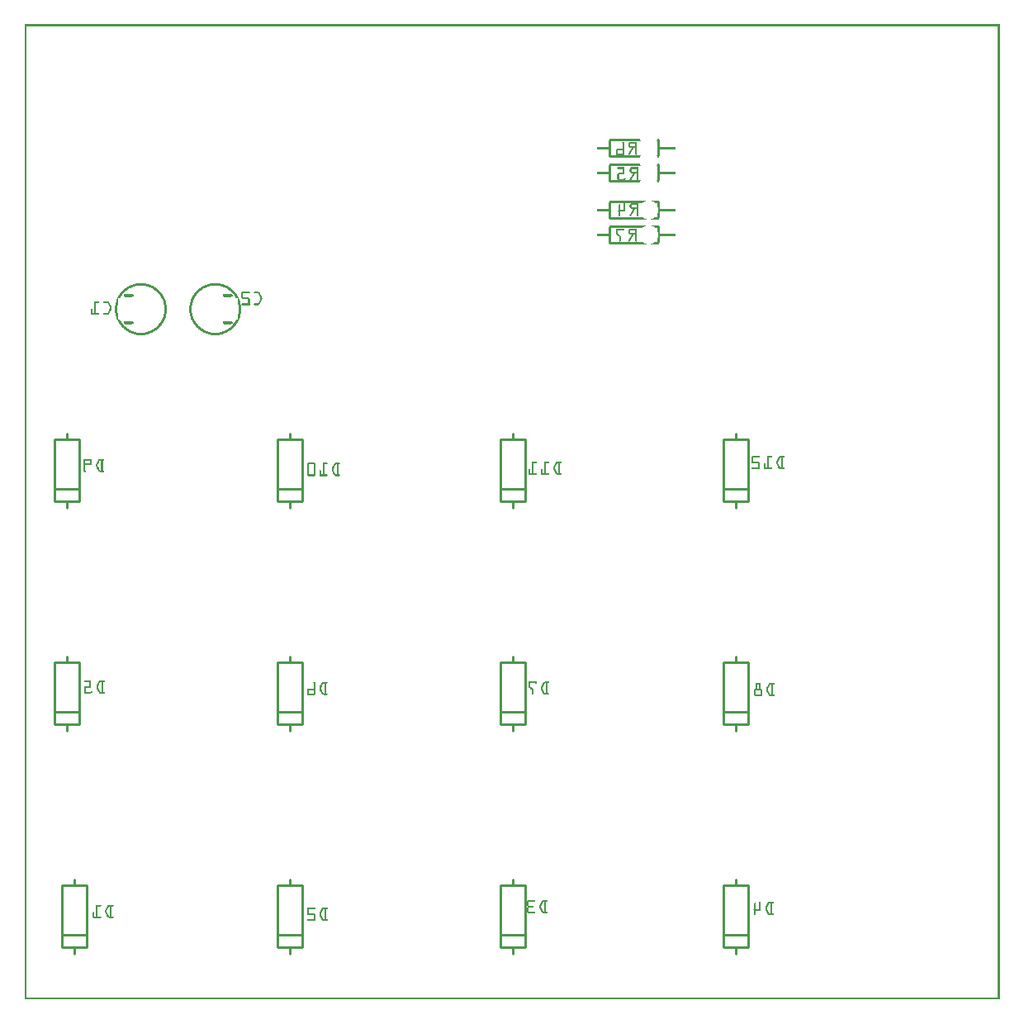
<source format=gbo>
G04 MADE WITH FRITZING*
G04 WWW.FRITZING.ORG*
G04 DOUBLE SIDED*
G04 HOLES PLATED*
G04 CONTOUR ON CENTER OF CONTOUR VECTOR*
%ASAXBY*%
%FSLAX23Y23*%
%MOIN*%
%OFA0B0*%
%SFA1.0B1.0*%
%ADD10C,0.010000*%
%ADD11R,0.001000X0.001000*%
%LNSILK0*%
G90*
G70*
G54D10*
X2360Y3120D02*
X2360Y3054D01*
D02*
X2360Y3470D02*
X2360Y3404D01*
D02*
X2360Y3370D02*
X2360Y3304D01*
D02*
X2360Y3220D02*
X2360Y3154D01*
D02*
X150Y212D02*
X150Y262D01*
D02*
X150Y262D02*
X150Y462D01*
D02*
X150Y462D02*
X200Y462D01*
D02*
X200Y462D02*
X250Y462D01*
D02*
X250Y462D02*
X250Y262D01*
D02*
X250Y262D02*
X250Y212D01*
D02*
X250Y212D02*
X200Y212D01*
D02*
X200Y212D02*
X150Y212D01*
D02*
X150Y262D02*
X250Y262D01*
D02*
X200Y462D02*
X200Y487D01*
D02*
X200Y212D02*
X200Y187D01*
D02*
X1020Y212D02*
X1020Y262D01*
D02*
X1020Y262D02*
X1020Y462D01*
D02*
X1020Y462D02*
X1070Y462D01*
D02*
X1070Y462D02*
X1120Y462D01*
D02*
X1120Y462D02*
X1120Y262D01*
D02*
X1120Y262D02*
X1120Y212D01*
D02*
X1120Y212D02*
X1070Y212D01*
D02*
X1070Y212D02*
X1020Y212D01*
D02*
X1020Y262D02*
X1120Y262D01*
D02*
X1070Y462D02*
X1070Y487D01*
D02*
X1070Y212D02*
X1070Y187D01*
D02*
X1920Y212D02*
X1920Y262D01*
D02*
X1920Y262D02*
X1920Y462D01*
D02*
X1920Y462D02*
X1970Y462D01*
D02*
X1970Y462D02*
X2020Y462D01*
D02*
X2020Y462D02*
X2020Y262D01*
D02*
X2020Y262D02*
X2020Y212D01*
D02*
X2020Y212D02*
X1970Y212D01*
D02*
X1970Y212D02*
X1920Y212D01*
D02*
X1920Y262D02*
X2020Y262D01*
D02*
X1970Y462D02*
X1970Y487D01*
D02*
X1970Y212D02*
X1970Y187D01*
D02*
X2820Y212D02*
X2820Y262D01*
D02*
X2820Y262D02*
X2820Y462D01*
D02*
X2820Y462D02*
X2870Y462D01*
D02*
X2870Y462D02*
X2920Y462D01*
D02*
X2920Y462D02*
X2920Y262D01*
D02*
X2920Y262D02*
X2920Y212D01*
D02*
X2920Y212D02*
X2870Y212D01*
D02*
X2870Y212D02*
X2820Y212D01*
D02*
X2820Y262D02*
X2920Y262D01*
D02*
X2870Y462D02*
X2870Y487D01*
D02*
X2870Y212D02*
X2870Y187D01*
D02*
X2820Y1112D02*
X2820Y1162D01*
D02*
X2820Y1162D02*
X2820Y1362D01*
D02*
X2820Y1362D02*
X2870Y1362D01*
D02*
X2870Y1362D02*
X2920Y1362D01*
D02*
X2920Y1362D02*
X2920Y1162D01*
D02*
X2920Y1162D02*
X2920Y1112D01*
D02*
X2920Y1112D02*
X2870Y1112D01*
D02*
X2870Y1112D02*
X2820Y1112D01*
D02*
X2820Y1162D02*
X2920Y1162D01*
D02*
X2870Y1362D02*
X2870Y1387D01*
D02*
X2870Y1112D02*
X2870Y1087D01*
D02*
X1920Y1112D02*
X1920Y1162D01*
D02*
X1920Y1162D02*
X1920Y1362D01*
D02*
X1920Y1362D02*
X1970Y1362D01*
D02*
X1970Y1362D02*
X2020Y1362D01*
D02*
X2020Y1362D02*
X2020Y1162D01*
D02*
X2020Y1162D02*
X2020Y1112D01*
D02*
X2020Y1112D02*
X1970Y1112D01*
D02*
X1970Y1112D02*
X1920Y1112D01*
D02*
X1920Y1162D02*
X2020Y1162D01*
D02*
X1970Y1362D02*
X1970Y1387D01*
D02*
X1970Y1112D02*
X1970Y1087D01*
D02*
X1020Y1112D02*
X1020Y1162D01*
D02*
X1020Y1162D02*
X1020Y1362D01*
D02*
X1020Y1362D02*
X1070Y1362D01*
D02*
X1070Y1362D02*
X1120Y1362D01*
D02*
X1120Y1362D02*
X1120Y1162D01*
D02*
X1120Y1162D02*
X1120Y1112D01*
D02*
X1120Y1112D02*
X1070Y1112D01*
D02*
X1070Y1112D02*
X1020Y1112D01*
D02*
X1020Y1162D02*
X1120Y1162D01*
D02*
X1070Y1362D02*
X1070Y1387D01*
D02*
X1070Y1112D02*
X1070Y1087D01*
D02*
X120Y1112D02*
X120Y1162D01*
D02*
X120Y1162D02*
X120Y1362D01*
D02*
X120Y1362D02*
X170Y1362D01*
D02*
X170Y1362D02*
X220Y1362D01*
D02*
X220Y1362D02*
X220Y1162D01*
D02*
X220Y1162D02*
X220Y1112D01*
D02*
X220Y1112D02*
X170Y1112D01*
D02*
X170Y1112D02*
X120Y1112D01*
D02*
X120Y1162D02*
X220Y1162D01*
D02*
X170Y1362D02*
X170Y1387D01*
D02*
X170Y1112D02*
X170Y1087D01*
D02*
X2820Y2012D02*
X2820Y2062D01*
D02*
X2820Y2062D02*
X2820Y2262D01*
D02*
X2820Y2262D02*
X2870Y2262D01*
D02*
X2870Y2262D02*
X2920Y2262D01*
D02*
X2920Y2262D02*
X2920Y2062D01*
D02*
X2920Y2062D02*
X2920Y2012D01*
D02*
X2920Y2012D02*
X2870Y2012D01*
D02*
X2870Y2012D02*
X2820Y2012D01*
D02*
X2820Y2062D02*
X2920Y2062D01*
D02*
X2870Y2262D02*
X2870Y2287D01*
D02*
X2870Y2012D02*
X2870Y1987D01*
D02*
X1920Y2012D02*
X1920Y2062D01*
D02*
X1920Y2062D02*
X1920Y2262D01*
D02*
X1920Y2262D02*
X1970Y2262D01*
D02*
X1970Y2262D02*
X2020Y2262D01*
D02*
X2020Y2262D02*
X2020Y2062D01*
D02*
X2020Y2062D02*
X2020Y2012D01*
D02*
X2020Y2012D02*
X1970Y2012D01*
D02*
X1970Y2012D02*
X1920Y2012D01*
D02*
X1920Y2062D02*
X2020Y2062D01*
D02*
X1970Y2262D02*
X1970Y2287D01*
D02*
X1970Y2012D02*
X1970Y1987D01*
D02*
X1020Y2012D02*
X1020Y2062D01*
D02*
X1020Y2062D02*
X1020Y2262D01*
D02*
X1020Y2262D02*
X1070Y2262D01*
D02*
X1070Y2262D02*
X1120Y2262D01*
D02*
X1120Y2262D02*
X1120Y2062D01*
D02*
X1120Y2062D02*
X1120Y2012D01*
D02*
X1120Y2012D02*
X1070Y2012D01*
D02*
X1070Y2012D02*
X1020Y2012D01*
D02*
X1020Y2062D02*
X1120Y2062D01*
D02*
X1070Y2262D02*
X1070Y2287D01*
D02*
X1070Y2012D02*
X1070Y1987D01*
D02*
X120Y2012D02*
X120Y2062D01*
D02*
X120Y2062D02*
X120Y2262D01*
D02*
X120Y2262D02*
X170Y2262D01*
D02*
X170Y2262D02*
X220Y2262D01*
D02*
X220Y2262D02*
X220Y2062D01*
D02*
X220Y2062D02*
X220Y2012D01*
D02*
X220Y2012D02*
X170Y2012D01*
D02*
X170Y2012D02*
X120Y2012D01*
D02*
X120Y2062D02*
X220Y2062D01*
D02*
X170Y2262D02*
X170Y2287D01*
D02*
X170Y2012D02*
X170Y1987D01*
G54D11*
X0Y3937D02*
X3936Y3937D01*
X0Y3936D02*
X3936Y3936D01*
X0Y3935D02*
X3936Y3935D01*
X0Y3934D02*
X3936Y3934D01*
X0Y3933D02*
X3936Y3933D01*
X0Y3932D02*
X3936Y3932D01*
X0Y3931D02*
X3936Y3931D01*
X0Y3930D02*
X3936Y3930D01*
X0Y3929D02*
X7Y3929D01*
X3929Y3929D02*
X3936Y3929D01*
X0Y3928D02*
X7Y3928D01*
X3929Y3928D02*
X3936Y3928D01*
X0Y3927D02*
X7Y3927D01*
X3929Y3927D02*
X3936Y3927D01*
X0Y3926D02*
X7Y3926D01*
X3929Y3926D02*
X3936Y3926D01*
X0Y3925D02*
X7Y3925D01*
X3929Y3925D02*
X3936Y3925D01*
X0Y3924D02*
X7Y3924D01*
X3929Y3924D02*
X3936Y3924D01*
X0Y3923D02*
X7Y3923D01*
X3929Y3923D02*
X3936Y3923D01*
X0Y3922D02*
X7Y3922D01*
X3929Y3922D02*
X3936Y3922D01*
X0Y3921D02*
X7Y3921D01*
X3929Y3921D02*
X3936Y3921D01*
X0Y3920D02*
X7Y3920D01*
X3929Y3920D02*
X3936Y3920D01*
X0Y3919D02*
X7Y3919D01*
X3929Y3919D02*
X3936Y3919D01*
X0Y3918D02*
X7Y3918D01*
X3929Y3918D02*
X3936Y3918D01*
X0Y3917D02*
X7Y3917D01*
X3929Y3917D02*
X3936Y3917D01*
X0Y3916D02*
X7Y3916D01*
X3929Y3916D02*
X3936Y3916D01*
X0Y3915D02*
X7Y3915D01*
X3929Y3915D02*
X3936Y3915D01*
X0Y3914D02*
X7Y3914D01*
X3929Y3914D02*
X3936Y3914D01*
X0Y3913D02*
X7Y3913D01*
X3929Y3913D02*
X3936Y3913D01*
X0Y3912D02*
X7Y3912D01*
X3929Y3912D02*
X3936Y3912D01*
X0Y3911D02*
X7Y3911D01*
X3929Y3911D02*
X3936Y3911D01*
X0Y3910D02*
X7Y3910D01*
X3929Y3910D02*
X3936Y3910D01*
X0Y3909D02*
X7Y3909D01*
X3929Y3909D02*
X3936Y3909D01*
X0Y3908D02*
X7Y3908D01*
X3929Y3908D02*
X3936Y3908D01*
X0Y3907D02*
X7Y3907D01*
X3929Y3907D02*
X3936Y3907D01*
X0Y3906D02*
X7Y3906D01*
X3929Y3906D02*
X3936Y3906D01*
X0Y3905D02*
X7Y3905D01*
X3929Y3905D02*
X3936Y3905D01*
X0Y3904D02*
X7Y3904D01*
X3929Y3904D02*
X3936Y3904D01*
X0Y3903D02*
X7Y3903D01*
X3929Y3903D02*
X3936Y3903D01*
X0Y3902D02*
X7Y3902D01*
X3929Y3902D02*
X3936Y3902D01*
X0Y3901D02*
X7Y3901D01*
X3929Y3901D02*
X3936Y3901D01*
X0Y3900D02*
X7Y3900D01*
X3929Y3900D02*
X3936Y3900D01*
X0Y3899D02*
X7Y3899D01*
X3929Y3899D02*
X3936Y3899D01*
X0Y3898D02*
X7Y3898D01*
X3929Y3898D02*
X3936Y3898D01*
X0Y3897D02*
X7Y3897D01*
X3929Y3897D02*
X3936Y3897D01*
X0Y3896D02*
X7Y3896D01*
X3929Y3896D02*
X3936Y3896D01*
X0Y3895D02*
X7Y3895D01*
X3929Y3895D02*
X3936Y3895D01*
X0Y3894D02*
X7Y3894D01*
X3929Y3894D02*
X3936Y3894D01*
X0Y3893D02*
X7Y3893D01*
X3929Y3893D02*
X3936Y3893D01*
X0Y3892D02*
X7Y3892D01*
X3929Y3892D02*
X3936Y3892D01*
X0Y3891D02*
X7Y3891D01*
X3929Y3891D02*
X3936Y3891D01*
X0Y3890D02*
X7Y3890D01*
X3929Y3890D02*
X3936Y3890D01*
X0Y3889D02*
X7Y3889D01*
X3929Y3889D02*
X3936Y3889D01*
X0Y3888D02*
X7Y3888D01*
X3929Y3888D02*
X3936Y3888D01*
X0Y3887D02*
X7Y3887D01*
X3929Y3887D02*
X3936Y3887D01*
X0Y3886D02*
X7Y3886D01*
X3929Y3886D02*
X3936Y3886D01*
X0Y3885D02*
X7Y3885D01*
X3929Y3885D02*
X3936Y3885D01*
X0Y3884D02*
X7Y3884D01*
X3929Y3884D02*
X3936Y3884D01*
X0Y3883D02*
X7Y3883D01*
X3929Y3883D02*
X3936Y3883D01*
X0Y3882D02*
X7Y3882D01*
X3929Y3882D02*
X3936Y3882D01*
X0Y3881D02*
X7Y3881D01*
X3929Y3881D02*
X3936Y3881D01*
X0Y3880D02*
X7Y3880D01*
X3929Y3880D02*
X3936Y3880D01*
X0Y3879D02*
X7Y3879D01*
X3929Y3879D02*
X3936Y3879D01*
X0Y3878D02*
X7Y3878D01*
X3929Y3878D02*
X3936Y3878D01*
X0Y3877D02*
X7Y3877D01*
X3929Y3877D02*
X3936Y3877D01*
X0Y3876D02*
X7Y3876D01*
X3929Y3876D02*
X3936Y3876D01*
X0Y3875D02*
X7Y3875D01*
X3929Y3875D02*
X3936Y3875D01*
X0Y3874D02*
X7Y3874D01*
X3929Y3874D02*
X3936Y3874D01*
X0Y3873D02*
X7Y3873D01*
X3929Y3873D02*
X3936Y3873D01*
X0Y3872D02*
X7Y3872D01*
X3929Y3872D02*
X3936Y3872D01*
X0Y3871D02*
X7Y3871D01*
X3929Y3871D02*
X3936Y3871D01*
X0Y3870D02*
X7Y3870D01*
X3929Y3870D02*
X3936Y3870D01*
X0Y3869D02*
X7Y3869D01*
X3929Y3869D02*
X3936Y3869D01*
X0Y3868D02*
X7Y3868D01*
X3929Y3868D02*
X3936Y3868D01*
X0Y3867D02*
X7Y3867D01*
X3929Y3867D02*
X3936Y3867D01*
X0Y3866D02*
X7Y3866D01*
X3929Y3866D02*
X3936Y3866D01*
X0Y3865D02*
X7Y3865D01*
X3929Y3865D02*
X3936Y3865D01*
X0Y3864D02*
X7Y3864D01*
X3929Y3864D02*
X3936Y3864D01*
X0Y3863D02*
X7Y3863D01*
X3929Y3863D02*
X3936Y3863D01*
X0Y3862D02*
X7Y3862D01*
X3929Y3862D02*
X3936Y3862D01*
X0Y3861D02*
X7Y3861D01*
X3929Y3861D02*
X3936Y3861D01*
X0Y3860D02*
X7Y3860D01*
X3929Y3860D02*
X3936Y3860D01*
X0Y3859D02*
X7Y3859D01*
X3929Y3859D02*
X3936Y3859D01*
X0Y3858D02*
X7Y3858D01*
X3929Y3858D02*
X3936Y3858D01*
X0Y3857D02*
X7Y3857D01*
X3929Y3857D02*
X3936Y3857D01*
X0Y3856D02*
X7Y3856D01*
X3929Y3856D02*
X3936Y3856D01*
X0Y3855D02*
X7Y3855D01*
X3929Y3855D02*
X3936Y3855D01*
X0Y3854D02*
X7Y3854D01*
X3929Y3854D02*
X3936Y3854D01*
X0Y3853D02*
X7Y3853D01*
X3929Y3853D02*
X3936Y3853D01*
X0Y3852D02*
X7Y3852D01*
X3929Y3852D02*
X3936Y3852D01*
X0Y3851D02*
X7Y3851D01*
X3929Y3851D02*
X3936Y3851D01*
X0Y3850D02*
X7Y3850D01*
X3929Y3850D02*
X3936Y3850D01*
X0Y3849D02*
X7Y3849D01*
X3929Y3849D02*
X3936Y3849D01*
X0Y3848D02*
X7Y3848D01*
X3929Y3848D02*
X3936Y3848D01*
X0Y3847D02*
X7Y3847D01*
X3929Y3847D02*
X3936Y3847D01*
X0Y3846D02*
X7Y3846D01*
X3929Y3846D02*
X3936Y3846D01*
X0Y3845D02*
X7Y3845D01*
X3929Y3845D02*
X3936Y3845D01*
X0Y3844D02*
X7Y3844D01*
X3929Y3844D02*
X3936Y3844D01*
X0Y3843D02*
X7Y3843D01*
X3929Y3843D02*
X3936Y3843D01*
X0Y3842D02*
X7Y3842D01*
X3929Y3842D02*
X3936Y3842D01*
X0Y3841D02*
X7Y3841D01*
X3929Y3841D02*
X3936Y3841D01*
X0Y3840D02*
X7Y3840D01*
X3929Y3840D02*
X3936Y3840D01*
X0Y3839D02*
X7Y3839D01*
X3929Y3839D02*
X3936Y3839D01*
X0Y3838D02*
X7Y3838D01*
X3929Y3838D02*
X3936Y3838D01*
X0Y3837D02*
X7Y3837D01*
X3929Y3837D02*
X3936Y3837D01*
X0Y3836D02*
X7Y3836D01*
X3929Y3836D02*
X3936Y3836D01*
X0Y3835D02*
X7Y3835D01*
X3929Y3835D02*
X3936Y3835D01*
X0Y3834D02*
X7Y3834D01*
X3929Y3834D02*
X3936Y3834D01*
X0Y3833D02*
X7Y3833D01*
X3929Y3833D02*
X3936Y3833D01*
X0Y3832D02*
X7Y3832D01*
X3929Y3832D02*
X3936Y3832D01*
X0Y3831D02*
X7Y3831D01*
X3929Y3831D02*
X3936Y3831D01*
X0Y3830D02*
X7Y3830D01*
X3929Y3830D02*
X3936Y3830D01*
X0Y3829D02*
X7Y3829D01*
X3929Y3829D02*
X3936Y3829D01*
X0Y3828D02*
X7Y3828D01*
X3929Y3828D02*
X3936Y3828D01*
X0Y3827D02*
X7Y3827D01*
X3929Y3827D02*
X3936Y3827D01*
X0Y3826D02*
X7Y3826D01*
X3929Y3826D02*
X3936Y3826D01*
X0Y3825D02*
X7Y3825D01*
X3929Y3825D02*
X3936Y3825D01*
X0Y3824D02*
X7Y3824D01*
X3929Y3824D02*
X3936Y3824D01*
X0Y3823D02*
X7Y3823D01*
X3929Y3823D02*
X3936Y3823D01*
X0Y3822D02*
X7Y3822D01*
X3929Y3822D02*
X3936Y3822D01*
X0Y3821D02*
X7Y3821D01*
X3929Y3821D02*
X3936Y3821D01*
X0Y3820D02*
X7Y3820D01*
X3929Y3820D02*
X3936Y3820D01*
X0Y3819D02*
X7Y3819D01*
X3929Y3819D02*
X3936Y3819D01*
X0Y3818D02*
X7Y3818D01*
X3929Y3818D02*
X3936Y3818D01*
X0Y3817D02*
X7Y3817D01*
X3929Y3817D02*
X3936Y3817D01*
X0Y3816D02*
X7Y3816D01*
X3929Y3816D02*
X3936Y3816D01*
X0Y3815D02*
X7Y3815D01*
X3929Y3815D02*
X3936Y3815D01*
X0Y3814D02*
X7Y3814D01*
X3929Y3814D02*
X3936Y3814D01*
X0Y3813D02*
X7Y3813D01*
X3929Y3813D02*
X3936Y3813D01*
X0Y3812D02*
X7Y3812D01*
X3929Y3812D02*
X3936Y3812D01*
X0Y3811D02*
X7Y3811D01*
X3929Y3811D02*
X3936Y3811D01*
X0Y3810D02*
X7Y3810D01*
X3929Y3810D02*
X3936Y3810D01*
X0Y3809D02*
X7Y3809D01*
X3929Y3809D02*
X3936Y3809D01*
X0Y3808D02*
X7Y3808D01*
X3929Y3808D02*
X3936Y3808D01*
X0Y3807D02*
X7Y3807D01*
X3929Y3807D02*
X3936Y3807D01*
X0Y3806D02*
X7Y3806D01*
X3929Y3806D02*
X3936Y3806D01*
X0Y3805D02*
X7Y3805D01*
X3929Y3805D02*
X3936Y3805D01*
X0Y3804D02*
X7Y3804D01*
X3929Y3804D02*
X3936Y3804D01*
X0Y3803D02*
X7Y3803D01*
X3929Y3803D02*
X3936Y3803D01*
X0Y3802D02*
X7Y3802D01*
X3929Y3802D02*
X3936Y3802D01*
X0Y3801D02*
X7Y3801D01*
X3929Y3801D02*
X3936Y3801D01*
X0Y3800D02*
X7Y3800D01*
X3929Y3800D02*
X3936Y3800D01*
X0Y3799D02*
X7Y3799D01*
X3929Y3799D02*
X3936Y3799D01*
X0Y3798D02*
X7Y3798D01*
X3929Y3798D02*
X3936Y3798D01*
X0Y3797D02*
X7Y3797D01*
X3929Y3797D02*
X3936Y3797D01*
X0Y3796D02*
X7Y3796D01*
X3929Y3796D02*
X3936Y3796D01*
X0Y3795D02*
X7Y3795D01*
X3929Y3795D02*
X3936Y3795D01*
X0Y3794D02*
X7Y3794D01*
X3929Y3794D02*
X3936Y3794D01*
X0Y3793D02*
X7Y3793D01*
X3929Y3793D02*
X3936Y3793D01*
X0Y3792D02*
X7Y3792D01*
X3929Y3792D02*
X3936Y3792D01*
X0Y3791D02*
X7Y3791D01*
X3929Y3791D02*
X3936Y3791D01*
X0Y3790D02*
X7Y3790D01*
X3929Y3790D02*
X3936Y3790D01*
X0Y3789D02*
X7Y3789D01*
X3929Y3789D02*
X3936Y3789D01*
X0Y3788D02*
X7Y3788D01*
X3929Y3788D02*
X3936Y3788D01*
X0Y3787D02*
X7Y3787D01*
X3929Y3787D02*
X3936Y3787D01*
X0Y3786D02*
X7Y3786D01*
X3929Y3786D02*
X3936Y3786D01*
X0Y3785D02*
X7Y3785D01*
X3929Y3785D02*
X3936Y3785D01*
X0Y3784D02*
X7Y3784D01*
X3929Y3784D02*
X3936Y3784D01*
X0Y3783D02*
X7Y3783D01*
X3929Y3783D02*
X3936Y3783D01*
X0Y3782D02*
X7Y3782D01*
X3929Y3782D02*
X3936Y3782D01*
X0Y3781D02*
X7Y3781D01*
X3929Y3781D02*
X3936Y3781D01*
X0Y3780D02*
X7Y3780D01*
X3929Y3780D02*
X3936Y3780D01*
X0Y3779D02*
X7Y3779D01*
X3929Y3779D02*
X3936Y3779D01*
X0Y3778D02*
X7Y3778D01*
X3929Y3778D02*
X3936Y3778D01*
X0Y3777D02*
X7Y3777D01*
X3929Y3777D02*
X3936Y3777D01*
X0Y3776D02*
X7Y3776D01*
X3929Y3776D02*
X3936Y3776D01*
X0Y3775D02*
X7Y3775D01*
X3929Y3775D02*
X3936Y3775D01*
X0Y3774D02*
X7Y3774D01*
X3929Y3774D02*
X3936Y3774D01*
X0Y3773D02*
X7Y3773D01*
X3929Y3773D02*
X3936Y3773D01*
X0Y3772D02*
X7Y3772D01*
X3929Y3772D02*
X3936Y3772D01*
X0Y3771D02*
X7Y3771D01*
X3929Y3771D02*
X3936Y3771D01*
X0Y3770D02*
X7Y3770D01*
X3929Y3770D02*
X3936Y3770D01*
X0Y3769D02*
X7Y3769D01*
X3929Y3769D02*
X3936Y3769D01*
X0Y3768D02*
X7Y3768D01*
X3929Y3768D02*
X3936Y3768D01*
X0Y3767D02*
X7Y3767D01*
X3929Y3767D02*
X3936Y3767D01*
X0Y3766D02*
X7Y3766D01*
X3929Y3766D02*
X3936Y3766D01*
X0Y3765D02*
X7Y3765D01*
X3929Y3765D02*
X3936Y3765D01*
X0Y3764D02*
X7Y3764D01*
X3929Y3764D02*
X3936Y3764D01*
X0Y3763D02*
X7Y3763D01*
X3929Y3763D02*
X3936Y3763D01*
X0Y3762D02*
X7Y3762D01*
X3929Y3762D02*
X3936Y3762D01*
X0Y3761D02*
X7Y3761D01*
X3929Y3761D02*
X3936Y3761D01*
X0Y3760D02*
X7Y3760D01*
X3929Y3760D02*
X3936Y3760D01*
X0Y3759D02*
X7Y3759D01*
X3929Y3759D02*
X3936Y3759D01*
X0Y3758D02*
X7Y3758D01*
X3929Y3758D02*
X3936Y3758D01*
X0Y3757D02*
X7Y3757D01*
X3929Y3757D02*
X3936Y3757D01*
X0Y3756D02*
X7Y3756D01*
X3929Y3756D02*
X3936Y3756D01*
X0Y3755D02*
X7Y3755D01*
X3929Y3755D02*
X3936Y3755D01*
X0Y3754D02*
X7Y3754D01*
X3929Y3754D02*
X3936Y3754D01*
X0Y3753D02*
X7Y3753D01*
X3929Y3753D02*
X3936Y3753D01*
X0Y3752D02*
X7Y3752D01*
X3929Y3752D02*
X3936Y3752D01*
X0Y3751D02*
X7Y3751D01*
X3929Y3751D02*
X3936Y3751D01*
X0Y3750D02*
X7Y3750D01*
X3929Y3750D02*
X3936Y3750D01*
X0Y3749D02*
X7Y3749D01*
X3929Y3749D02*
X3936Y3749D01*
X0Y3748D02*
X7Y3748D01*
X3929Y3748D02*
X3936Y3748D01*
X0Y3747D02*
X7Y3747D01*
X3929Y3747D02*
X3936Y3747D01*
X0Y3746D02*
X7Y3746D01*
X3929Y3746D02*
X3936Y3746D01*
X0Y3745D02*
X7Y3745D01*
X3929Y3745D02*
X3936Y3745D01*
X0Y3744D02*
X7Y3744D01*
X3929Y3744D02*
X3936Y3744D01*
X0Y3743D02*
X7Y3743D01*
X3929Y3743D02*
X3936Y3743D01*
X0Y3742D02*
X7Y3742D01*
X3929Y3742D02*
X3936Y3742D01*
X0Y3741D02*
X7Y3741D01*
X3929Y3741D02*
X3936Y3741D01*
X0Y3740D02*
X7Y3740D01*
X3929Y3740D02*
X3936Y3740D01*
X0Y3739D02*
X7Y3739D01*
X3929Y3739D02*
X3936Y3739D01*
X0Y3738D02*
X7Y3738D01*
X3929Y3738D02*
X3936Y3738D01*
X0Y3737D02*
X7Y3737D01*
X3929Y3737D02*
X3936Y3737D01*
X0Y3736D02*
X7Y3736D01*
X3929Y3736D02*
X3936Y3736D01*
X0Y3735D02*
X7Y3735D01*
X3929Y3735D02*
X3936Y3735D01*
X0Y3734D02*
X7Y3734D01*
X3929Y3734D02*
X3936Y3734D01*
X0Y3733D02*
X7Y3733D01*
X3929Y3733D02*
X3936Y3733D01*
X0Y3732D02*
X7Y3732D01*
X3929Y3732D02*
X3936Y3732D01*
X0Y3731D02*
X7Y3731D01*
X3929Y3731D02*
X3936Y3731D01*
X0Y3730D02*
X7Y3730D01*
X3929Y3730D02*
X3936Y3730D01*
X0Y3729D02*
X7Y3729D01*
X3929Y3729D02*
X3936Y3729D01*
X0Y3728D02*
X7Y3728D01*
X3929Y3728D02*
X3936Y3728D01*
X0Y3727D02*
X7Y3727D01*
X3929Y3727D02*
X3936Y3727D01*
X0Y3726D02*
X7Y3726D01*
X3929Y3726D02*
X3936Y3726D01*
X0Y3725D02*
X7Y3725D01*
X3929Y3725D02*
X3936Y3725D01*
X0Y3724D02*
X7Y3724D01*
X3929Y3724D02*
X3936Y3724D01*
X0Y3723D02*
X7Y3723D01*
X3929Y3723D02*
X3936Y3723D01*
X0Y3722D02*
X7Y3722D01*
X3929Y3722D02*
X3936Y3722D01*
X0Y3721D02*
X7Y3721D01*
X3929Y3721D02*
X3936Y3721D01*
X0Y3720D02*
X7Y3720D01*
X3929Y3720D02*
X3936Y3720D01*
X0Y3719D02*
X7Y3719D01*
X3929Y3719D02*
X3936Y3719D01*
X0Y3718D02*
X7Y3718D01*
X3929Y3718D02*
X3936Y3718D01*
X0Y3717D02*
X7Y3717D01*
X3929Y3717D02*
X3936Y3717D01*
X0Y3716D02*
X7Y3716D01*
X3929Y3716D02*
X3936Y3716D01*
X0Y3715D02*
X7Y3715D01*
X3929Y3715D02*
X3936Y3715D01*
X0Y3714D02*
X7Y3714D01*
X3929Y3714D02*
X3936Y3714D01*
X0Y3713D02*
X7Y3713D01*
X3929Y3713D02*
X3936Y3713D01*
X0Y3712D02*
X7Y3712D01*
X3929Y3712D02*
X3936Y3712D01*
X0Y3711D02*
X7Y3711D01*
X3929Y3711D02*
X3936Y3711D01*
X0Y3710D02*
X7Y3710D01*
X3929Y3710D02*
X3936Y3710D01*
X0Y3709D02*
X7Y3709D01*
X3929Y3709D02*
X3936Y3709D01*
X0Y3708D02*
X7Y3708D01*
X3929Y3708D02*
X3936Y3708D01*
X0Y3707D02*
X7Y3707D01*
X3929Y3707D02*
X3936Y3707D01*
X0Y3706D02*
X7Y3706D01*
X3929Y3706D02*
X3936Y3706D01*
X0Y3705D02*
X7Y3705D01*
X3929Y3705D02*
X3936Y3705D01*
X0Y3704D02*
X7Y3704D01*
X3929Y3704D02*
X3936Y3704D01*
X0Y3703D02*
X7Y3703D01*
X3929Y3703D02*
X3936Y3703D01*
X0Y3702D02*
X7Y3702D01*
X3929Y3702D02*
X3936Y3702D01*
X0Y3701D02*
X7Y3701D01*
X3929Y3701D02*
X3936Y3701D01*
X0Y3700D02*
X7Y3700D01*
X3929Y3700D02*
X3936Y3700D01*
X0Y3699D02*
X7Y3699D01*
X3929Y3699D02*
X3936Y3699D01*
X0Y3698D02*
X7Y3698D01*
X3929Y3698D02*
X3936Y3698D01*
X0Y3697D02*
X7Y3697D01*
X3929Y3697D02*
X3936Y3697D01*
X0Y3696D02*
X7Y3696D01*
X3929Y3696D02*
X3936Y3696D01*
X0Y3695D02*
X7Y3695D01*
X3929Y3695D02*
X3936Y3695D01*
X0Y3694D02*
X7Y3694D01*
X3929Y3694D02*
X3936Y3694D01*
X0Y3693D02*
X7Y3693D01*
X3929Y3693D02*
X3936Y3693D01*
X0Y3692D02*
X7Y3692D01*
X3929Y3692D02*
X3936Y3692D01*
X0Y3691D02*
X7Y3691D01*
X3929Y3691D02*
X3936Y3691D01*
X0Y3690D02*
X7Y3690D01*
X3929Y3690D02*
X3936Y3690D01*
X0Y3689D02*
X7Y3689D01*
X3929Y3689D02*
X3936Y3689D01*
X0Y3688D02*
X7Y3688D01*
X3929Y3688D02*
X3936Y3688D01*
X0Y3687D02*
X7Y3687D01*
X3929Y3687D02*
X3936Y3687D01*
X0Y3686D02*
X7Y3686D01*
X3929Y3686D02*
X3936Y3686D01*
X0Y3685D02*
X7Y3685D01*
X3929Y3685D02*
X3936Y3685D01*
X0Y3684D02*
X7Y3684D01*
X3929Y3684D02*
X3936Y3684D01*
X0Y3683D02*
X7Y3683D01*
X3929Y3683D02*
X3936Y3683D01*
X0Y3682D02*
X7Y3682D01*
X3929Y3682D02*
X3936Y3682D01*
X0Y3681D02*
X7Y3681D01*
X3929Y3681D02*
X3936Y3681D01*
X0Y3680D02*
X7Y3680D01*
X3929Y3680D02*
X3936Y3680D01*
X0Y3679D02*
X7Y3679D01*
X3929Y3679D02*
X3936Y3679D01*
X0Y3678D02*
X7Y3678D01*
X3929Y3678D02*
X3936Y3678D01*
X0Y3677D02*
X7Y3677D01*
X3929Y3677D02*
X3936Y3677D01*
X0Y3676D02*
X7Y3676D01*
X3929Y3676D02*
X3936Y3676D01*
X0Y3675D02*
X7Y3675D01*
X3929Y3675D02*
X3936Y3675D01*
X0Y3674D02*
X7Y3674D01*
X3929Y3674D02*
X3936Y3674D01*
X0Y3673D02*
X7Y3673D01*
X3929Y3673D02*
X3936Y3673D01*
X0Y3672D02*
X7Y3672D01*
X3929Y3672D02*
X3936Y3672D01*
X0Y3671D02*
X7Y3671D01*
X3929Y3671D02*
X3936Y3671D01*
X0Y3670D02*
X7Y3670D01*
X3929Y3670D02*
X3936Y3670D01*
X0Y3669D02*
X7Y3669D01*
X3929Y3669D02*
X3936Y3669D01*
X0Y3668D02*
X7Y3668D01*
X3929Y3668D02*
X3936Y3668D01*
X0Y3667D02*
X7Y3667D01*
X3929Y3667D02*
X3936Y3667D01*
X0Y3666D02*
X7Y3666D01*
X3929Y3666D02*
X3936Y3666D01*
X0Y3665D02*
X7Y3665D01*
X3929Y3665D02*
X3936Y3665D01*
X0Y3664D02*
X7Y3664D01*
X3929Y3664D02*
X3936Y3664D01*
X0Y3663D02*
X7Y3663D01*
X3929Y3663D02*
X3936Y3663D01*
X0Y3662D02*
X7Y3662D01*
X3929Y3662D02*
X3936Y3662D01*
X0Y3661D02*
X7Y3661D01*
X3929Y3661D02*
X3936Y3661D01*
X0Y3660D02*
X7Y3660D01*
X3929Y3660D02*
X3936Y3660D01*
X0Y3659D02*
X7Y3659D01*
X3929Y3659D02*
X3936Y3659D01*
X0Y3658D02*
X7Y3658D01*
X3929Y3658D02*
X3936Y3658D01*
X0Y3657D02*
X7Y3657D01*
X3929Y3657D02*
X3936Y3657D01*
X0Y3656D02*
X7Y3656D01*
X3929Y3656D02*
X3936Y3656D01*
X0Y3655D02*
X7Y3655D01*
X3929Y3655D02*
X3936Y3655D01*
X0Y3654D02*
X7Y3654D01*
X3929Y3654D02*
X3936Y3654D01*
X0Y3653D02*
X7Y3653D01*
X3929Y3653D02*
X3936Y3653D01*
X0Y3652D02*
X7Y3652D01*
X3929Y3652D02*
X3936Y3652D01*
X0Y3651D02*
X7Y3651D01*
X3929Y3651D02*
X3936Y3651D01*
X0Y3650D02*
X7Y3650D01*
X3929Y3650D02*
X3936Y3650D01*
X0Y3649D02*
X7Y3649D01*
X3929Y3649D02*
X3936Y3649D01*
X0Y3648D02*
X7Y3648D01*
X3929Y3648D02*
X3936Y3648D01*
X0Y3647D02*
X7Y3647D01*
X3929Y3647D02*
X3936Y3647D01*
X0Y3646D02*
X7Y3646D01*
X3929Y3646D02*
X3936Y3646D01*
X0Y3645D02*
X7Y3645D01*
X3929Y3645D02*
X3936Y3645D01*
X0Y3644D02*
X7Y3644D01*
X3929Y3644D02*
X3936Y3644D01*
X0Y3643D02*
X7Y3643D01*
X3929Y3643D02*
X3936Y3643D01*
X0Y3642D02*
X7Y3642D01*
X3929Y3642D02*
X3936Y3642D01*
X0Y3641D02*
X7Y3641D01*
X3929Y3641D02*
X3936Y3641D01*
X0Y3640D02*
X7Y3640D01*
X3929Y3640D02*
X3936Y3640D01*
X0Y3639D02*
X7Y3639D01*
X3929Y3639D02*
X3936Y3639D01*
X0Y3638D02*
X7Y3638D01*
X3929Y3638D02*
X3936Y3638D01*
X0Y3637D02*
X7Y3637D01*
X3929Y3637D02*
X3936Y3637D01*
X0Y3636D02*
X7Y3636D01*
X3929Y3636D02*
X3936Y3636D01*
X0Y3635D02*
X7Y3635D01*
X3929Y3635D02*
X3936Y3635D01*
X0Y3634D02*
X7Y3634D01*
X3929Y3634D02*
X3936Y3634D01*
X0Y3633D02*
X7Y3633D01*
X3929Y3633D02*
X3936Y3633D01*
X0Y3632D02*
X7Y3632D01*
X3929Y3632D02*
X3936Y3632D01*
X0Y3631D02*
X7Y3631D01*
X3929Y3631D02*
X3936Y3631D01*
X0Y3630D02*
X7Y3630D01*
X3929Y3630D02*
X3936Y3630D01*
X0Y3629D02*
X7Y3629D01*
X3929Y3629D02*
X3936Y3629D01*
X0Y3628D02*
X7Y3628D01*
X3929Y3628D02*
X3936Y3628D01*
X0Y3627D02*
X7Y3627D01*
X3929Y3627D02*
X3936Y3627D01*
X0Y3626D02*
X7Y3626D01*
X3929Y3626D02*
X3936Y3626D01*
X0Y3625D02*
X7Y3625D01*
X3929Y3625D02*
X3936Y3625D01*
X0Y3624D02*
X7Y3624D01*
X3929Y3624D02*
X3936Y3624D01*
X0Y3623D02*
X7Y3623D01*
X3929Y3623D02*
X3936Y3623D01*
X0Y3622D02*
X7Y3622D01*
X3929Y3622D02*
X3936Y3622D01*
X0Y3621D02*
X7Y3621D01*
X3929Y3621D02*
X3936Y3621D01*
X0Y3620D02*
X7Y3620D01*
X3929Y3620D02*
X3936Y3620D01*
X0Y3619D02*
X7Y3619D01*
X3929Y3619D02*
X3936Y3619D01*
X0Y3618D02*
X7Y3618D01*
X3929Y3618D02*
X3936Y3618D01*
X0Y3617D02*
X7Y3617D01*
X3929Y3617D02*
X3936Y3617D01*
X0Y3616D02*
X7Y3616D01*
X3929Y3616D02*
X3936Y3616D01*
X0Y3615D02*
X7Y3615D01*
X3929Y3615D02*
X3936Y3615D01*
X0Y3614D02*
X7Y3614D01*
X3929Y3614D02*
X3936Y3614D01*
X0Y3613D02*
X7Y3613D01*
X3929Y3613D02*
X3936Y3613D01*
X0Y3612D02*
X7Y3612D01*
X3929Y3612D02*
X3936Y3612D01*
X0Y3611D02*
X7Y3611D01*
X3929Y3611D02*
X3936Y3611D01*
X0Y3610D02*
X7Y3610D01*
X3929Y3610D02*
X3936Y3610D01*
X0Y3609D02*
X7Y3609D01*
X3929Y3609D02*
X3936Y3609D01*
X0Y3608D02*
X7Y3608D01*
X3929Y3608D02*
X3936Y3608D01*
X0Y3607D02*
X7Y3607D01*
X3929Y3607D02*
X3936Y3607D01*
X0Y3606D02*
X7Y3606D01*
X3929Y3606D02*
X3936Y3606D01*
X0Y3605D02*
X7Y3605D01*
X3929Y3605D02*
X3936Y3605D01*
X0Y3604D02*
X7Y3604D01*
X3929Y3604D02*
X3936Y3604D01*
X0Y3603D02*
X7Y3603D01*
X3929Y3603D02*
X3936Y3603D01*
X0Y3602D02*
X7Y3602D01*
X3929Y3602D02*
X3936Y3602D01*
X0Y3601D02*
X7Y3601D01*
X3929Y3601D02*
X3936Y3601D01*
X0Y3600D02*
X7Y3600D01*
X3929Y3600D02*
X3936Y3600D01*
X0Y3599D02*
X7Y3599D01*
X3929Y3599D02*
X3936Y3599D01*
X0Y3598D02*
X7Y3598D01*
X3929Y3598D02*
X3936Y3598D01*
X0Y3597D02*
X7Y3597D01*
X3929Y3597D02*
X3936Y3597D01*
X0Y3596D02*
X7Y3596D01*
X3929Y3596D02*
X3936Y3596D01*
X0Y3595D02*
X7Y3595D01*
X3929Y3595D02*
X3936Y3595D01*
X0Y3594D02*
X7Y3594D01*
X3929Y3594D02*
X3936Y3594D01*
X0Y3593D02*
X7Y3593D01*
X3929Y3593D02*
X3936Y3593D01*
X0Y3592D02*
X7Y3592D01*
X3929Y3592D02*
X3936Y3592D01*
X0Y3591D02*
X7Y3591D01*
X3929Y3591D02*
X3936Y3591D01*
X0Y3590D02*
X7Y3590D01*
X3929Y3590D02*
X3936Y3590D01*
X0Y3589D02*
X7Y3589D01*
X3929Y3589D02*
X3936Y3589D01*
X0Y3588D02*
X7Y3588D01*
X3929Y3588D02*
X3936Y3588D01*
X0Y3587D02*
X7Y3587D01*
X3929Y3587D02*
X3936Y3587D01*
X0Y3586D02*
X7Y3586D01*
X3929Y3586D02*
X3936Y3586D01*
X0Y3585D02*
X7Y3585D01*
X3929Y3585D02*
X3936Y3585D01*
X0Y3584D02*
X7Y3584D01*
X3929Y3584D02*
X3936Y3584D01*
X0Y3583D02*
X7Y3583D01*
X3929Y3583D02*
X3936Y3583D01*
X0Y3582D02*
X7Y3582D01*
X3929Y3582D02*
X3936Y3582D01*
X0Y3581D02*
X7Y3581D01*
X3929Y3581D02*
X3936Y3581D01*
X0Y3580D02*
X7Y3580D01*
X3929Y3580D02*
X3936Y3580D01*
X0Y3579D02*
X7Y3579D01*
X3929Y3579D02*
X3936Y3579D01*
X0Y3578D02*
X7Y3578D01*
X3929Y3578D02*
X3936Y3578D01*
X0Y3577D02*
X7Y3577D01*
X3929Y3577D02*
X3936Y3577D01*
X0Y3576D02*
X7Y3576D01*
X3929Y3576D02*
X3936Y3576D01*
X0Y3575D02*
X7Y3575D01*
X3929Y3575D02*
X3936Y3575D01*
X0Y3574D02*
X7Y3574D01*
X3929Y3574D02*
X3936Y3574D01*
X0Y3573D02*
X7Y3573D01*
X3929Y3573D02*
X3936Y3573D01*
X0Y3572D02*
X7Y3572D01*
X3929Y3572D02*
X3936Y3572D01*
X0Y3571D02*
X7Y3571D01*
X3929Y3571D02*
X3936Y3571D01*
X0Y3570D02*
X7Y3570D01*
X3929Y3570D02*
X3936Y3570D01*
X0Y3569D02*
X7Y3569D01*
X3929Y3569D02*
X3936Y3569D01*
X0Y3568D02*
X7Y3568D01*
X3929Y3568D02*
X3936Y3568D01*
X0Y3567D02*
X7Y3567D01*
X3929Y3567D02*
X3936Y3567D01*
X0Y3566D02*
X7Y3566D01*
X3929Y3566D02*
X3936Y3566D01*
X0Y3565D02*
X7Y3565D01*
X3929Y3565D02*
X3936Y3565D01*
X0Y3564D02*
X7Y3564D01*
X3929Y3564D02*
X3936Y3564D01*
X0Y3563D02*
X7Y3563D01*
X3929Y3563D02*
X3936Y3563D01*
X0Y3562D02*
X7Y3562D01*
X3929Y3562D02*
X3936Y3562D01*
X0Y3561D02*
X7Y3561D01*
X3929Y3561D02*
X3936Y3561D01*
X0Y3560D02*
X7Y3560D01*
X3929Y3560D02*
X3936Y3560D01*
X0Y3559D02*
X7Y3559D01*
X3929Y3559D02*
X3936Y3559D01*
X0Y3558D02*
X7Y3558D01*
X3929Y3558D02*
X3936Y3558D01*
X0Y3557D02*
X7Y3557D01*
X3929Y3557D02*
X3936Y3557D01*
X0Y3556D02*
X7Y3556D01*
X3929Y3556D02*
X3936Y3556D01*
X0Y3555D02*
X7Y3555D01*
X3929Y3555D02*
X3936Y3555D01*
X0Y3554D02*
X7Y3554D01*
X3929Y3554D02*
X3936Y3554D01*
X0Y3553D02*
X7Y3553D01*
X3929Y3553D02*
X3936Y3553D01*
X0Y3552D02*
X7Y3552D01*
X3929Y3552D02*
X3936Y3552D01*
X0Y3551D02*
X7Y3551D01*
X3929Y3551D02*
X3936Y3551D01*
X0Y3550D02*
X7Y3550D01*
X3929Y3550D02*
X3936Y3550D01*
X0Y3549D02*
X7Y3549D01*
X3929Y3549D02*
X3936Y3549D01*
X0Y3548D02*
X7Y3548D01*
X3929Y3548D02*
X3936Y3548D01*
X0Y3547D02*
X7Y3547D01*
X3929Y3547D02*
X3936Y3547D01*
X0Y3546D02*
X7Y3546D01*
X3929Y3546D02*
X3936Y3546D01*
X0Y3545D02*
X7Y3545D01*
X3929Y3545D02*
X3936Y3545D01*
X0Y3544D02*
X7Y3544D01*
X3929Y3544D02*
X3936Y3544D01*
X0Y3543D02*
X7Y3543D01*
X3929Y3543D02*
X3936Y3543D01*
X0Y3542D02*
X7Y3542D01*
X3929Y3542D02*
X3936Y3542D01*
X0Y3541D02*
X7Y3541D01*
X3929Y3541D02*
X3936Y3541D01*
X0Y3540D02*
X7Y3540D01*
X3929Y3540D02*
X3936Y3540D01*
X0Y3539D02*
X7Y3539D01*
X3929Y3539D02*
X3936Y3539D01*
X0Y3538D02*
X7Y3538D01*
X3929Y3538D02*
X3936Y3538D01*
X0Y3537D02*
X7Y3537D01*
X3929Y3537D02*
X3936Y3537D01*
X0Y3536D02*
X7Y3536D01*
X3929Y3536D02*
X3936Y3536D01*
X0Y3535D02*
X7Y3535D01*
X3929Y3535D02*
X3936Y3535D01*
X0Y3534D02*
X7Y3534D01*
X3929Y3534D02*
X3936Y3534D01*
X0Y3533D02*
X7Y3533D01*
X3929Y3533D02*
X3936Y3533D01*
X0Y3532D02*
X7Y3532D01*
X3929Y3532D02*
X3936Y3532D01*
X0Y3531D02*
X7Y3531D01*
X3929Y3531D02*
X3936Y3531D01*
X0Y3530D02*
X7Y3530D01*
X3929Y3530D02*
X3936Y3530D01*
X0Y3529D02*
X7Y3529D01*
X3929Y3529D02*
X3936Y3529D01*
X0Y3528D02*
X7Y3528D01*
X3929Y3528D02*
X3936Y3528D01*
X0Y3527D02*
X7Y3527D01*
X3929Y3527D02*
X3936Y3527D01*
X0Y3526D02*
X7Y3526D01*
X3929Y3526D02*
X3936Y3526D01*
X0Y3525D02*
X7Y3525D01*
X3929Y3525D02*
X3936Y3525D01*
X0Y3524D02*
X7Y3524D01*
X3929Y3524D02*
X3936Y3524D01*
X0Y3523D02*
X7Y3523D01*
X3929Y3523D02*
X3936Y3523D01*
X0Y3522D02*
X7Y3522D01*
X3929Y3522D02*
X3936Y3522D01*
X0Y3521D02*
X7Y3521D01*
X3929Y3521D02*
X3936Y3521D01*
X0Y3520D02*
X7Y3520D01*
X3929Y3520D02*
X3936Y3520D01*
X0Y3519D02*
X7Y3519D01*
X3929Y3519D02*
X3936Y3519D01*
X0Y3518D02*
X7Y3518D01*
X3929Y3518D02*
X3936Y3518D01*
X0Y3517D02*
X7Y3517D01*
X3929Y3517D02*
X3936Y3517D01*
X0Y3516D02*
X7Y3516D01*
X3929Y3516D02*
X3936Y3516D01*
X0Y3515D02*
X7Y3515D01*
X3929Y3515D02*
X3936Y3515D01*
X0Y3514D02*
X7Y3514D01*
X3929Y3514D02*
X3936Y3514D01*
X0Y3513D02*
X7Y3513D01*
X3929Y3513D02*
X3936Y3513D01*
X0Y3512D02*
X7Y3512D01*
X3929Y3512D02*
X3936Y3512D01*
X0Y3511D02*
X7Y3511D01*
X3929Y3511D02*
X3936Y3511D01*
X0Y3510D02*
X7Y3510D01*
X3929Y3510D02*
X3936Y3510D01*
X0Y3509D02*
X7Y3509D01*
X3929Y3509D02*
X3936Y3509D01*
X0Y3508D02*
X7Y3508D01*
X3929Y3508D02*
X3936Y3508D01*
X0Y3507D02*
X7Y3507D01*
X3929Y3507D02*
X3936Y3507D01*
X0Y3506D02*
X7Y3506D01*
X3929Y3506D02*
X3936Y3506D01*
X0Y3505D02*
X7Y3505D01*
X3929Y3505D02*
X3936Y3505D01*
X0Y3504D02*
X7Y3504D01*
X3929Y3504D02*
X3936Y3504D01*
X0Y3503D02*
X7Y3503D01*
X3929Y3503D02*
X3936Y3503D01*
X0Y3502D02*
X7Y3502D01*
X3929Y3502D02*
X3936Y3502D01*
X0Y3501D02*
X7Y3501D01*
X3929Y3501D02*
X3936Y3501D01*
X0Y3500D02*
X7Y3500D01*
X3929Y3500D02*
X3936Y3500D01*
X0Y3499D02*
X7Y3499D01*
X3929Y3499D02*
X3936Y3499D01*
X0Y3498D02*
X7Y3498D01*
X3929Y3498D02*
X3936Y3498D01*
X0Y3497D02*
X7Y3497D01*
X3929Y3497D02*
X3936Y3497D01*
X0Y3496D02*
X7Y3496D01*
X3929Y3496D02*
X3936Y3496D01*
X0Y3495D02*
X7Y3495D01*
X3929Y3495D02*
X3936Y3495D01*
X0Y3494D02*
X7Y3494D01*
X3929Y3494D02*
X3936Y3494D01*
X0Y3493D02*
X7Y3493D01*
X3929Y3493D02*
X3936Y3493D01*
X0Y3492D02*
X7Y3492D01*
X3929Y3492D02*
X3936Y3492D01*
X0Y3491D02*
X7Y3491D01*
X3929Y3491D02*
X3936Y3491D01*
X0Y3490D02*
X7Y3490D01*
X3929Y3490D02*
X3936Y3490D01*
X0Y3489D02*
X7Y3489D01*
X3929Y3489D02*
X3936Y3489D01*
X0Y3488D02*
X7Y3488D01*
X3929Y3488D02*
X3936Y3488D01*
X0Y3487D02*
X7Y3487D01*
X3929Y3487D02*
X3936Y3487D01*
X0Y3486D02*
X7Y3486D01*
X3929Y3486D02*
X3936Y3486D01*
X0Y3485D02*
X7Y3485D01*
X3929Y3485D02*
X3936Y3485D01*
X0Y3484D02*
X7Y3484D01*
X3929Y3484D02*
X3936Y3484D01*
X0Y3483D02*
X7Y3483D01*
X3929Y3483D02*
X3936Y3483D01*
X0Y3482D02*
X7Y3482D01*
X3929Y3482D02*
X3936Y3482D01*
X0Y3481D02*
X7Y3481D01*
X3929Y3481D02*
X3936Y3481D01*
X0Y3480D02*
X7Y3480D01*
X3929Y3480D02*
X3936Y3480D01*
X0Y3479D02*
X7Y3479D01*
X3929Y3479D02*
X3936Y3479D01*
X0Y3478D02*
X7Y3478D01*
X3929Y3478D02*
X3936Y3478D01*
X0Y3477D02*
X7Y3477D01*
X3929Y3477D02*
X3936Y3477D01*
X0Y3476D02*
X7Y3476D01*
X3929Y3476D02*
X3936Y3476D01*
X0Y3475D02*
X7Y3475D01*
X2360Y3475D02*
X2483Y3475D01*
X2556Y3475D02*
X2559Y3475D01*
X3929Y3475D02*
X3936Y3475D01*
X0Y3474D02*
X7Y3474D01*
X2360Y3474D02*
X2483Y3474D01*
X2556Y3474D02*
X2559Y3474D01*
X3929Y3474D02*
X3936Y3474D01*
X0Y3473D02*
X7Y3473D01*
X2360Y3473D02*
X2484Y3473D01*
X2555Y3473D02*
X2559Y3473D01*
X3929Y3473D02*
X3936Y3473D01*
X0Y3472D02*
X7Y3472D01*
X2360Y3472D02*
X2484Y3472D01*
X2555Y3472D02*
X2559Y3472D01*
X3929Y3472D02*
X3936Y3472D01*
X0Y3471D02*
X7Y3471D01*
X2360Y3471D02*
X2484Y3471D01*
X2554Y3471D02*
X2559Y3471D01*
X3929Y3471D02*
X3936Y3471D01*
X0Y3470D02*
X7Y3470D01*
X2360Y3470D02*
X2485Y3470D01*
X2554Y3470D02*
X2564Y3470D01*
X3929Y3470D02*
X3936Y3470D01*
X0Y3469D02*
X7Y3469D01*
X2360Y3469D02*
X2485Y3469D01*
X2553Y3469D02*
X2564Y3469D01*
X3929Y3469D02*
X3936Y3469D01*
X0Y3468D02*
X7Y3468D01*
X2360Y3468D02*
X2486Y3468D01*
X2553Y3468D02*
X2564Y3468D01*
X3929Y3468D02*
X3936Y3468D01*
X0Y3467D02*
X7Y3467D01*
X2360Y3467D02*
X2487Y3467D01*
X2552Y3467D02*
X2564Y3467D01*
X3929Y3467D02*
X3936Y3467D01*
X0Y3466D02*
X7Y3466D01*
X2360Y3466D02*
X2487Y3466D01*
X2552Y3466D02*
X2564Y3466D01*
X3929Y3466D02*
X3936Y3466D01*
X0Y3465D02*
X7Y3465D01*
X2555Y3465D02*
X2564Y3465D01*
X3929Y3465D02*
X3936Y3465D01*
X0Y3464D02*
X7Y3464D01*
X2555Y3464D02*
X2564Y3464D01*
X3929Y3464D02*
X3936Y3464D01*
X0Y3463D02*
X7Y3463D01*
X2413Y3463D02*
X2419Y3463D01*
X2444Y3463D02*
X2471Y3463D01*
X2555Y3463D02*
X2564Y3463D01*
X3929Y3463D02*
X3936Y3463D01*
X0Y3462D02*
X7Y3462D01*
X2412Y3462D02*
X2420Y3462D01*
X2442Y3462D02*
X2471Y3462D01*
X2555Y3462D02*
X2564Y3462D01*
X3929Y3462D02*
X3936Y3462D01*
X0Y3461D02*
X7Y3461D01*
X2412Y3461D02*
X2421Y3461D01*
X2441Y3461D02*
X2471Y3461D01*
X2555Y3461D02*
X2564Y3461D01*
X3929Y3461D02*
X3936Y3461D01*
X0Y3460D02*
X7Y3460D01*
X2411Y3460D02*
X2421Y3460D01*
X2440Y3460D02*
X2471Y3460D01*
X2555Y3460D02*
X2564Y3460D01*
X3929Y3460D02*
X3936Y3460D01*
X0Y3459D02*
X7Y3459D01*
X2412Y3459D02*
X2421Y3459D01*
X2439Y3459D02*
X2471Y3459D01*
X2555Y3459D02*
X2564Y3459D01*
X3929Y3459D02*
X3936Y3459D01*
X0Y3458D02*
X7Y3458D01*
X2412Y3458D02*
X2421Y3458D01*
X2439Y3458D02*
X2471Y3458D01*
X2555Y3458D02*
X2564Y3458D01*
X3929Y3458D02*
X3936Y3458D01*
X0Y3457D02*
X7Y3457D01*
X2414Y3457D02*
X2421Y3457D01*
X2438Y3457D02*
X2471Y3457D01*
X2555Y3457D02*
X2564Y3457D01*
X3929Y3457D02*
X3936Y3457D01*
X0Y3456D02*
X7Y3456D01*
X2415Y3456D02*
X2421Y3456D01*
X2438Y3456D02*
X2445Y3456D01*
X2465Y3456D02*
X2471Y3456D01*
X2555Y3456D02*
X2564Y3456D01*
X3929Y3456D02*
X3936Y3456D01*
X0Y3455D02*
X7Y3455D01*
X2415Y3455D02*
X2421Y3455D01*
X2437Y3455D02*
X2444Y3455D01*
X2465Y3455D02*
X2471Y3455D01*
X2555Y3455D02*
X2564Y3455D01*
X3929Y3455D02*
X3936Y3455D01*
X0Y3454D02*
X7Y3454D01*
X2415Y3454D02*
X2421Y3454D01*
X2437Y3454D02*
X2443Y3454D01*
X2465Y3454D02*
X2471Y3454D01*
X2555Y3454D02*
X2564Y3454D01*
X3929Y3454D02*
X3936Y3454D01*
X0Y3453D02*
X7Y3453D01*
X2415Y3453D02*
X2421Y3453D01*
X2437Y3453D02*
X2443Y3453D01*
X2465Y3453D02*
X2471Y3453D01*
X2555Y3453D02*
X2564Y3453D01*
X3929Y3453D02*
X3936Y3453D01*
X0Y3452D02*
X7Y3452D01*
X2415Y3452D02*
X2421Y3452D01*
X2437Y3452D02*
X2443Y3452D01*
X2465Y3452D02*
X2471Y3452D01*
X2555Y3452D02*
X2564Y3452D01*
X3929Y3452D02*
X3936Y3452D01*
X0Y3451D02*
X7Y3451D01*
X2415Y3451D02*
X2421Y3451D01*
X2437Y3451D02*
X2443Y3451D01*
X2465Y3451D02*
X2471Y3451D01*
X2555Y3451D02*
X2564Y3451D01*
X3929Y3451D02*
X3936Y3451D01*
X0Y3450D02*
X7Y3450D01*
X2415Y3450D02*
X2421Y3450D01*
X2437Y3450D02*
X2443Y3450D01*
X2465Y3450D02*
X2471Y3450D01*
X2555Y3450D02*
X2564Y3450D01*
X3929Y3450D02*
X3936Y3450D01*
X0Y3449D02*
X7Y3449D01*
X2415Y3449D02*
X2421Y3449D01*
X2437Y3449D02*
X2443Y3449D01*
X2465Y3449D02*
X2471Y3449D01*
X2555Y3449D02*
X2564Y3449D01*
X3929Y3449D02*
X3936Y3449D01*
X0Y3448D02*
X7Y3448D01*
X2415Y3448D02*
X2421Y3448D01*
X2437Y3448D02*
X2444Y3448D01*
X2465Y3448D02*
X2471Y3448D01*
X2555Y3448D02*
X2564Y3448D01*
X3929Y3448D02*
X3936Y3448D01*
X0Y3447D02*
X7Y3447D01*
X2415Y3447D02*
X2421Y3447D01*
X2438Y3447D02*
X2445Y3447D01*
X2465Y3447D02*
X2471Y3447D01*
X2555Y3447D02*
X2564Y3447D01*
X3929Y3447D02*
X3936Y3447D01*
X0Y3446D02*
X7Y3446D01*
X2415Y3446D02*
X2421Y3446D01*
X2438Y3446D02*
X2471Y3446D01*
X2555Y3446D02*
X2564Y3446D01*
X3929Y3446D02*
X3936Y3446D01*
X0Y3445D02*
X7Y3445D01*
X2415Y3445D02*
X2421Y3445D01*
X2438Y3445D02*
X2471Y3445D01*
X2555Y3445D02*
X2564Y3445D01*
X3929Y3445D02*
X3936Y3445D01*
X0Y3444D02*
X7Y3444D01*
X2415Y3444D02*
X2421Y3444D01*
X2439Y3444D02*
X2471Y3444D01*
X2555Y3444D02*
X2564Y3444D01*
X3929Y3444D02*
X3936Y3444D01*
X0Y3443D02*
X7Y3443D01*
X2415Y3443D02*
X2421Y3443D01*
X2440Y3443D02*
X2471Y3443D01*
X2555Y3443D02*
X2564Y3443D01*
X3929Y3443D02*
X3936Y3443D01*
X0Y3442D02*
X7Y3442D01*
X2312Y3442D02*
X2359Y3442D01*
X2415Y3442D02*
X2421Y3442D01*
X2441Y3442D02*
X2471Y3442D01*
X2555Y3442D02*
X2627Y3442D01*
X3929Y3442D02*
X3936Y3442D01*
X0Y3441D02*
X7Y3441D01*
X2312Y3441D02*
X2359Y3441D01*
X2415Y3441D02*
X2421Y3441D01*
X2442Y3441D02*
X2471Y3441D01*
X2555Y3441D02*
X2627Y3441D01*
X3929Y3441D02*
X3936Y3441D01*
X0Y3440D02*
X7Y3440D01*
X2312Y3440D02*
X2359Y3440D01*
X2415Y3440D02*
X2421Y3440D01*
X2443Y3440D02*
X2471Y3440D01*
X2555Y3440D02*
X2627Y3440D01*
X3929Y3440D02*
X3936Y3440D01*
X0Y3439D02*
X7Y3439D01*
X2312Y3439D02*
X2359Y3439D01*
X2415Y3439D02*
X2421Y3439D01*
X2448Y3439D02*
X2471Y3439D01*
X2555Y3439D02*
X2626Y3439D01*
X3929Y3439D02*
X3936Y3439D01*
X0Y3438D02*
X7Y3438D01*
X2312Y3438D02*
X2359Y3438D01*
X2415Y3438D02*
X2421Y3438D01*
X2451Y3438D02*
X2458Y3438D01*
X2465Y3438D02*
X2471Y3438D01*
X2555Y3438D02*
X2626Y3438D01*
X3929Y3438D02*
X3936Y3438D01*
X0Y3437D02*
X7Y3437D01*
X2312Y3437D02*
X2359Y3437D01*
X2415Y3437D02*
X2421Y3437D01*
X2451Y3437D02*
X2458Y3437D01*
X2465Y3437D02*
X2471Y3437D01*
X2555Y3437D02*
X2626Y3437D01*
X3929Y3437D02*
X3936Y3437D01*
X0Y3436D02*
X7Y3436D01*
X2312Y3436D02*
X2359Y3436D01*
X2415Y3436D02*
X2421Y3436D01*
X2450Y3436D02*
X2457Y3436D01*
X2465Y3436D02*
X2471Y3436D01*
X2555Y3436D02*
X2626Y3436D01*
X3929Y3436D02*
X3936Y3436D01*
X0Y3435D02*
X7Y3435D01*
X2312Y3435D02*
X2359Y3435D01*
X2415Y3435D02*
X2421Y3435D01*
X2450Y3435D02*
X2457Y3435D01*
X2465Y3435D02*
X2471Y3435D01*
X2555Y3435D02*
X2627Y3435D01*
X3929Y3435D02*
X3936Y3435D01*
X0Y3434D02*
X7Y3434D01*
X2312Y3434D02*
X2359Y3434D01*
X2390Y3434D02*
X2421Y3434D01*
X2449Y3434D02*
X2456Y3434D01*
X2465Y3434D02*
X2471Y3434D01*
X2555Y3434D02*
X2627Y3434D01*
X3929Y3434D02*
X3936Y3434D01*
X0Y3433D02*
X7Y3433D01*
X2312Y3433D02*
X2359Y3433D01*
X2388Y3433D02*
X2421Y3433D01*
X2448Y3433D02*
X2456Y3433D01*
X2465Y3433D02*
X2471Y3433D01*
X2555Y3433D02*
X2627Y3433D01*
X3929Y3433D02*
X3936Y3433D01*
X0Y3432D02*
X7Y3432D01*
X2388Y3432D02*
X2421Y3432D01*
X2448Y3432D02*
X2455Y3432D01*
X2465Y3432D02*
X2471Y3432D01*
X2555Y3432D02*
X2564Y3432D01*
X3929Y3432D02*
X3936Y3432D01*
X0Y3431D02*
X7Y3431D01*
X2387Y3431D02*
X2421Y3431D01*
X2447Y3431D02*
X2454Y3431D01*
X2465Y3431D02*
X2471Y3431D01*
X2555Y3431D02*
X2564Y3431D01*
X3929Y3431D02*
X3936Y3431D01*
X0Y3430D02*
X7Y3430D01*
X2387Y3430D02*
X2421Y3430D01*
X2447Y3430D02*
X2454Y3430D01*
X2465Y3430D02*
X2471Y3430D01*
X2555Y3430D02*
X2564Y3430D01*
X3929Y3430D02*
X3936Y3430D01*
X0Y3429D02*
X7Y3429D01*
X2387Y3429D02*
X2421Y3429D01*
X2446Y3429D02*
X2453Y3429D01*
X2465Y3429D02*
X2471Y3429D01*
X2555Y3429D02*
X2564Y3429D01*
X3929Y3429D02*
X3936Y3429D01*
X0Y3428D02*
X7Y3428D01*
X2387Y3428D02*
X2421Y3428D01*
X2445Y3428D02*
X2453Y3428D01*
X2465Y3428D02*
X2471Y3428D01*
X2555Y3428D02*
X2564Y3428D01*
X3929Y3428D02*
X3936Y3428D01*
X0Y3427D02*
X7Y3427D01*
X2387Y3427D02*
X2393Y3427D01*
X2415Y3427D02*
X2421Y3427D01*
X2445Y3427D02*
X2452Y3427D01*
X2465Y3427D02*
X2471Y3427D01*
X2555Y3427D02*
X2564Y3427D01*
X3929Y3427D02*
X3936Y3427D01*
X0Y3426D02*
X7Y3426D01*
X2387Y3426D02*
X2393Y3426D01*
X2415Y3426D02*
X2421Y3426D01*
X2444Y3426D02*
X2451Y3426D01*
X2465Y3426D02*
X2471Y3426D01*
X2555Y3426D02*
X2564Y3426D01*
X3929Y3426D02*
X3936Y3426D01*
X0Y3425D02*
X7Y3425D01*
X2387Y3425D02*
X2393Y3425D01*
X2415Y3425D02*
X2421Y3425D01*
X2444Y3425D02*
X2451Y3425D01*
X2465Y3425D02*
X2471Y3425D01*
X2555Y3425D02*
X2564Y3425D01*
X3929Y3425D02*
X3936Y3425D01*
X0Y3424D02*
X7Y3424D01*
X2387Y3424D02*
X2393Y3424D01*
X2415Y3424D02*
X2421Y3424D01*
X2443Y3424D02*
X2450Y3424D01*
X2465Y3424D02*
X2471Y3424D01*
X2555Y3424D02*
X2564Y3424D01*
X3929Y3424D02*
X3936Y3424D01*
X0Y3423D02*
X7Y3423D01*
X2387Y3423D02*
X2393Y3423D01*
X2415Y3423D02*
X2421Y3423D01*
X2443Y3423D02*
X2450Y3423D01*
X2465Y3423D02*
X2471Y3423D01*
X2555Y3423D02*
X2564Y3423D01*
X3929Y3423D02*
X3936Y3423D01*
X0Y3422D02*
X7Y3422D01*
X2387Y3422D02*
X2393Y3422D01*
X2415Y3422D02*
X2421Y3422D01*
X2442Y3422D02*
X2449Y3422D01*
X2465Y3422D02*
X2471Y3422D01*
X2555Y3422D02*
X2564Y3422D01*
X3929Y3422D02*
X3936Y3422D01*
X0Y3421D02*
X7Y3421D01*
X2387Y3421D02*
X2393Y3421D01*
X2415Y3421D02*
X2421Y3421D01*
X2441Y3421D02*
X2449Y3421D01*
X2465Y3421D02*
X2471Y3421D01*
X2555Y3421D02*
X2564Y3421D01*
X3929Y3421D02*
X3936Y3421D01*
X0Y3420D02*
X7Y3420D01*
X2387Y3420D02*
X2393Y3420D01*
X2415Y3420D02*
X2421Y3420D01*
X2441Y3420D02*
X2448Y3420D01*
X2465Y3420D02*
X2471Y3420D01*
X2555Y3420D02*
X2564Y3420D01*
X3929Y3420D02*
X3936Y3420D01*
X0Y3419D02*
X7Y3419D01*
X2387Y3419D02*
X2393Y3419D01*
X2415Y3419D02*
X2421Y3419D01*
X2440Y3419D02*
X2447Y3419D01*
X2465Y3419D02*
X2471Y3419D01*
X2555Y3419D02*
X2564Y3419D01*
X3929Y3419D02*
X3936Y3419D01*
X0Y3418D02*
X7Y3418D01*
X2387Y3418D02*
X2393Y3418D01*
X2415Y3418D02*
X2421Y3418D01*
X2440Y3418D02*
X2447Y3418D01*
X2465Y3418D02*
X2471Y3418D01*
X2555Y3418D02*
X2564Y3418D01*
X3929Y3418D02*
X3936Y3418D01*
X0Y3417D02*
X7Y3417D01*
X2387Y3417D02*
X2393Y3417D01*
X2415Y3417D02*
X2421Y3417D01*
X2439Y3417D02*
X2446Y3417D01*
X2465Y3417D02*
X2471Y3417D01*
X2555Y3417D02*
X2564Y3417D01*
X3929Y3417D02*
X3936Y3417D01*
X0Y3416D02*
X7Y3416D01*
X2387Y3416D02*
X2421Y3416D01*
X2438Y3416D02*
X2446Y3416D01*
X2465Y3416D02*
X2471Y3416D01*
X2555Y3416D02*
X2564Y3416D01*
X3929Y3416D02*
X3936Y3416D01*
X0Y3415D02*
X7Y3415D01*
X2387Y3415D02*
X2421Y3415D01*
X2438Y3415D02*
X2445Y3415D01*
X2465Y3415D02*
X2471Y3415D01*
X2555Y3415D02*
X2564Y3415D01*
X3929Y3415D02*
X3936Y3415D01*
X0Y3414D02*
X7Y3414D01*
X2387Y3414D02*
X2421Y3414D01*
X2438Y3414D02*
X2444Y3414D01*
X2465Y3414D02*
X2471Y3414D01*
X2555Y3414D02*
X2564Y3414D01*
X3929Y3414D02*
X3936Y3414D01*
X0Y3413D02*
X7Y3413D01*
X2387Y3413D02*
X2421Y3413D01*
X2437Y3413D02*
X2444Y3413D01*
X2465Y3413D02*
X2471Y3413D01*
X2555Y3413D02*
X2564Y3413D01*
X3929Y3413D02*
X3936Y3413D01*
X0Y3412D02*
X7Y3412D01*
X2387Y3412D02*
X2421Y3412D01*
X2437Y3412D02*
X2443Y3412D01*
X2465Y3412D02*
X2471Y3412D01*
X2555Y3412D02*
X2564Y3412D01*
X3929Y3412D02*
X3936Y3412D01*
X0Y3411D02*
X7Y3411D01*
X2388Y3411D02*
X2420Y3411D01*
X2438Y3411D02*
X2443Y3411D01*
X2466Y3411D02*
X2470Y3411D01*
X2555Y3411D02*
X2564Y3411D01*
X3929Y3411D02*
X3936Y3411D01*
X0Y3410D02*
X7Y3410D01*
X2389Y3410D02*
X2419Y3410D01*
X2439Y3410D02*
X2441Y3410D01*
X2467Y3410D02*
X2469Y3410D01*
X2555Y3410D02*
X2564Y3410D01*
X3929Y3410D02*
X3936Y3410D01*
X0Y3409D02*
X7Y3409D01*
X2360Y3409D02*
X2487Y3409D01*
X2552Y3409D02*
X2564Y3409D01*
X3929Y3409D02*
X3936Y3409D01*
X0Y3408D02*
X7Y3408D01*
X2360Y3408D02*
X2487Y3408D01*
X2552Y3408D02*
X2564Y3408D01*
X3929Y3408D02*
X3936Y3408D01*
X0Y3407D02*
X7Y3407D01*
X2360Y3407D02*
X2486Y3407D01*
X2553Y3407D02*
X2564Y3407D01*
X3929Y3407D02*
X3936Y3407D01*
X0Y3406D02*
X7Y3406D01*
X2360Y3406D02*
X2485Y3406D01*
X2553Y3406D02*
X2564Y3406D01*
X3929Y3406D02*
X3936Y3406D01*
X0Y3405D02*
X7Y3405D01*
X2360Y3405D02*
X2485Y3405D01*
X2554Y3405D02*
X2564Y3405D01*
X3929Y3405D02*
X3936Y3405D01*
X0Y3404D02*
X7Y3404D01*
X2360Y3404D02*
X2484Y3404D01*
X2554Y3404D02*
X2559Y3404D01*
X3929Y3404D02*
X3936Y3404D01*
X0Y3403D02*
X7Y3403D01*
X2360Y3403D02*
X2484Y3403D01*
X2555Y3403D02*
X2559Y3403D01*
X3929Y3403D02*
X3936Y3403D01*
X0Y3402D02*
X7Y3402D01*
X2360Y3402D02*
X2484Y3402D01*
X2555Y3402D02*
X2559Y3402D01*
X3929Y3402D02*
X3936Y3402D01*
X0Y3401D02*
X7Y3401D01*
X2360Y3401D02*
X2483Y3401D01*
X2556Y3401D02*
X2559Y3401D01*
X3929Y3401D02*
X3936Y3401D01*
X0Y3400D02*
X7Y3400D01*
X2360Y3400D02*
X2483Y3400D01*
X2556Y3400D02*
X2559Y3400D01*
X3929Y3400D02*
X3936Y3400D01*
X0Y3399D02*
X7Y3399D01*
X3929Y3399D02*
X3936Y3399D01*
X0Y3398D02*
X7Y3398D01*
X3929Y3398D02*
X3936Y3398D01*
X0Y3397D02*
X7Y3397D01*
X3929Y3397D02*
X3936Y3397D01*
X0Y3396D02*
X7Y3396D01*
X3929Y3396D02*
X3936Y3396D01*
X0Y3395D02*
X7Y3395D01*
X3929Y3395D02*
X3936Y3395D01*
X0Y3394D02*
X7Y3394D01*
X3929Y3394D02*
X3936Y3394D01*
X0Y3393D02*
X7Y3393D01*
X3929Y3393D02*
X3936Y3393D01*
X0Y3392D02*
X7Y3392D01*
X3929Y3392D02*
X3936Y3392D01*
X0Y3391D02*
X7Y3391D01*
X3929Y3391D02*
X3936Y3391D01*
X0Y3390D02*
X7Y3390D01*
X3929Y3390D02*
X3936Y3390D01*
X0Y3389D02*
X7Y3389D01*
X3929Y3389D02*
X3936Y3389D01*
X0Y3388D02*
X7Y3388D01*
X3929Y3388D02*
X3936Y3388D01*
X0Y3387D02*
X7Y3387D01*
X3929Y3387D02*
X3936Y3387D01*
X0Y3386D02*
X7Y3386D01*
X3929Y3386D02*
X3936Y3386D01*
X0Y3385D02*
X7Y3385D01*
X3929Y3385D02*
X3936Y3385D01*
X0Y3384D02*
X7Y3384D01*
X3929Y3384D02*
X3936Y3384D01*
X0Y3383D02*
X7Y3383D01*
X3929Y3383D02*
X3936Y3383D01*
X0Y3382D02*
X7Y3382D01*
X3929Y3382D02*
X3936Y3382D01*
X0Y3381D02*
X7Y3381D01*
X3929Y3381D02*
X3936Y3381D01*
X0Y3380D02*
X7Y3380D01*
X3929Y3380D02*
X3936Y3380D01*
X0Y3379D02*
X7Y3379D01*
X3929Y3379D02*
X3936Y3379D01*
X0Y3378D02*
X7Y3378D01*
X3929Y3378D02*
X3936Y3378D01*
X0Y3377D02*
X7Y3377D01*
X3929Y3377D02*
X3936Y3377D01*
X0Y3376D02*
X7Y3376D01*
X3929Y3376D02*
X3936Y3376D01*
X0Y3375D02*
X7Y3375D01*
X2360Y3375D02*
X2483Y3375D01*
X2556Y3375D02*
X2559Y3375D01*
X3929Y3375D02*
X3936Y3375D01*
X0Y3374D02*
X7Y3374D01*
X2360Y3374D02*
X2483Y3374D01*
X2556Y3374D02*
X2559Y3374D01*
X3929Y3374D02*
X3936Y3374D01*
X0Y3373D02*
X7Y3373D01*
X2360Y3373D02*
X2484Y3373D01*
X2555Y3373D02*
X2559Y3373D01*
X3929Y3373D02*
X3936Y3373D01*
X0Y3372D02*
X7Y3372D01*
X2360Y3372D02*
X2484Y3372D01*
X2555Y3372D02*
X2559Y3372D01*
X3929Y3372D02*
X3936Y3372D01*
X0Y3371D02*
X7Y3371D01*
X2360Y3371D02*
X2484Y3371D01*
X2554Y3371D02*
X2559Y3371D01*
X3929Y3371D02*
X3936Y3371D01*
X0Y3370D02*
X7Y3370D01*
X2360Y3370D02*
X2485Y3370D01*
X2554Y3370D02*
X2564Y3370D01*
X3929Y3370D02*
X3936Y3370D01*
X0Y3369D02*
X7Y3369D01*
X2360Y3369D02*
X2485Y3369D01*
X2553Y3369D02*
X2564Y3369D01*
X3929Y3369D02*
X3936Y3369D01*
X0Y3368D02*
X7Y3368D01*
X2360Y3368D02*
X2486Y3368D01*
X2553Y3368D02*
X2564Y3368D01*
X3929Y3368D02*
X3936Y3368D01*
X0Y3367D02*
X7Y3367D01*
X2360Y3367D02*
X2487Y3367D01*
X2552Y3367D02*
X2564Y3367D01*
X3929Y3367D02*
X3936Y3367D01*
X0Y3366D02*
X7Y3366D01*
X2360Y3366D02*
X2487Y3366D01*
X2552Y3366D02*
X2564Y3366D01*
X3929Y3366D02*
X3936Y3366D01*
X0Y3365D02*
X7Y3365D01*
X2555Y3365D02*
X2564Y3365D01*
X3929Y3365D02*
X3936Y3365D01*
X0Y3364D02*
X7Y3364D01*
X2555Y3364D02*
X2564Y3364D01*
X3929Y3364D02*
X3936Y3364D01*
X0Y3363D02*
X7Y3363D01*
X2555Y3363D02*
X2564Y3363D01*
X3929Y3363D02*
X3936Y3363D01*
X0Y3362D02*
X7Y3362D01*
X2555Y3362D02*
X2564Y3362D01*
X3929Y3362D02*
X3936Y3362D01*
X0Y3361D02*
X7Y3361D01*
X2555Y3361D02*
X2564Y3361D01*
X3929Y3361D02*
X3936Y3361D01*
X0Y3360D02*
X7Y3360D01*
X2394Y3360D02*
X2420Y3360D01*
X2449Y3360D02*
X2477Y3360D01*
X2555Y3360D02*
X2564Y3360D01*
X3929Y3360D02*
X3936Y3360D01*
X0Y3359D02*
X7Y3359D01*
X2393Y3359D02*
X2420Y3359D01*
X2448Y3359D02*
X2477Y3359D01*
X2555Y3359D02*
X2564Y3359D01*
X3929Y3359D02*
X3936Y3359D01*
X0Y3358D02*
X7Y3358D01*
X2393Y3358D02*
X2420Y3358D01*
X2446Y3358D02*
X2477Y3358D01*
X2555Y3358D02*
X2564Y3358D01*
X3929Y3358D02*
X3936Y3358D01*
X0Y3357D02*
X7Y3357D01*
X2393Y3357D02*
X2420Y3357D01*
X2445Y3357D02*
X2477Y3357D01*
X2555Y3357D02*
X2564Y3357D01*
X3929Y3357D02*
X3936Y3357D01*
X0Y3356D02*
X7Y3356D01*
X2393Y3356D02*
X2420Y3356D01*
X2445Y3356D02*
X2477Y3356D01*
X2555Y3356D02*
X2564Y3356D01*
X3929Y3356D02*
X3936Y3356D01*
X0Y3355D02*
X7Y3355D01*
X2394Y3355D02*
X2420Y3355D01*
X2444Y3355D02*
X2477Y3355D01*
X2555Y3355D02*
X2564Y3355D01*
X3929Y3355D02*
X3936Y3355D01*
X0Y3354D02*
X7Y3354D01*
X2396Y3354D02*
X2420Y3354D01*
X2444Y3354D02*
X2477Y3354D01*
X2555Y3354D02*
X2564Y3354D01*
X3929Y3354D02*
X3936Y3354D01*
X0Y3353D02*
X7Y3353D01*
X2414Y3353D02*
X2420Y3353D01*
X2443Y3353D02*
X2450Y3353D01*
X2471Y3353D02*
X2477Y3353D01*
X2555Y3353D02*
X2564Y3353D01*
X3929Y3353D02*
X3936Y3353D01*
X0Y3352D02*
X7Y3352D01*
X2414Y3352D02*
X2420Y3352D01*
X2443Y3352D02*
X2449Y3352D01*
X2471Y3352D02*
X2477Y3352D01*
X2555Y3352D02*
X2564Y3352D01*
X3929Y3352D02*
X3936Y3352D01*
X0Y3351D02*
X7Y3351D01*
X2414Y3351D02*
X2420Y3351D01*
X2443Y3351D02*
X2449Y3351D01*
X2471Y3351D02*
X2477Y3351D01*
X2555Y3351D02*
X2564Y3351D01*
X3929Y3351D02*
X3936Y3351D01*
X0Y3350D02*
X7Y3350D01*
X2414Y3350D02*
X2420Y3350D01*
X2443Y3350D02*
X2449Y3350D01*
X2471Y3350D02*
X2477Y3350D01*
X2555Y3350D02*
X2564Y3350D01*
X3929Y3350D02*
X3936Y3350D01*
X0Y3349D02*
X7Y3349D01*
X2414Y3349D02*
X2420Y3349D01*
X2443Y3349D02*
X2449Y3349D01*
X2471Y3349D02*
X2477Y3349D01*
X2555Y3349D02*
X2564Y3349D01*
X3929Y3349D02*
X3936Y3349D01*
X0Y3348D02*
X7Y3348D01*
X2414Y3348D02*
X2420Y3348D01*
X2443Y3348D02*
X2449Y3348D01*
X2471Y3348D02*
X2477Y3348D01*
X2555Y3348D02*
X2564Y3348D01*
X3929Y3348D02*
X3936Y3348D01*
X0Y3347D02*
X7Y3347D01*
X2414Y3347D02*
X2420Y3347D01*
X2443Y3347D02*
X2449Y3347D01*
X2471Y3347D02*
X2477Y3347D01*
X2555Y3347D02*
X2564Y3347D01*
X3929Y3347D02*
X3936Y3347D01*
X0Y3346D02*
X7Y3346D01*
X2414Y3346D02*
X2420Y3346D01*
X2443Y3346D02*
X2449Y3346D01*
X2471Y3346D02*
X2477Y3346D01*
X2555Y3346D02*
X2564Y3346D01*
X3929Y3346D02*
X3936Y3346D01*
X0Y3345D02*
X7Y3345D01*
X2414Y3345D02*
X2420Y3345D01*
X2443Y3345D02*
X2449Y3345D01*
X2471Y3345D02*
X2477Y3345D01*
X2555Y3345D02*
X2564Y3345D01*
X3929Y3345D02*
X3936Y3345D01*
X0Y3344D02*
X7Y3344D01*
X2414Y3344D02*
X2420Y3344D01*
X2443Y3344D02*
X2450Y3344D01*
X2471Y3344D02*
X2477Y3344D01*
X2555Y3344D02*
X2564Y3344D01*
X3929Y3344D02*
X3936Y3344D01*
X0Y3343D02*
X7Y3343D01*
X2414Y3343D02*
X2420Y3343D01*
X2444Y3343D02*
X2477Y3343D01*
X2555Y3343D02*
X2564Y3343D01*
X3929Y3343D02*
X3936Y3343D01*
X0Y3342D02*
X7Y3342D01*
X2312Y3342D02*
X2359Y3342D01*
X2414Y3342D02*
X2420Y3342D01*
X2444Y3342D02*
X2477Y3342D01*
X2555Y3342D02*
X2627Y3342D01*
X3929Y3342D02*
X3936Y3342D01*
X0Y3341D02*
X7Y3341D01*
X2312Y3341D02*
X2359Y3341D01*
X2414Y3341D02*
X2420Y3341D01*
X2445Y3341D02*
X2477Y3341D01*
X2555Y3341D02*
X2627Y3341D01*
X3929Y3341D02*
X3936Y3341D01*
X0Y3340D02*
X7Y3340D01*
X2312Y3340D02*
X2359Y3340D01*
X2414Y3340D02*
X2420Y3340D01*
X2445Y3340D02*
X2477Y3340D01*
X2555Y3340D02*
X2627Y3340D01*
X3929Y3340D02*
X3936Y3340D01*
X0Y3339D02*
X7Y3339D01*
X2312Y3339D02*
X2359Y3339D01*
X2414Y3339D02*
X2420Y3339D01*
X2446Y3339D02*
X2477Y3339D01*
X2555Y3339D02*
X2626Y3339D01*
X3929Y3339D02*
X3936Y3339D01*
X0Y3338D02*
X7Y3338D01*
X2312Y3338D02*
X2359Y3338D01*
X2414Y3338D02*
X2420Y3338D01*
X2448Y3338D02*
X2477Y3338D01*
X2555Y3338D02*
X2626Y3338D01*
X3929Y3338D02*
X3936Y3338D01*
X0Y3337D02*
X7Y3337D01*
X2312Y3337D02*
X2359Y3337D01*
X2398Y3337D02*
X2420Y3337D01*
X2449Y3337D02*
X2477Y3337D01*
X2555Y3337D02*
X2626Y3337D01*
X3929Y3337D02*
X3936Y3337D01*
X0Y3336D02*
X7Y3336D01*
X2312Y3336D02*
X2359Y3336D01*
X2396Y3336D02*
X2420Y3336D01*
X2457Y3336D02*
X2465Y3336D01*
X2470Y3336D02*
X2477Y3336D01*
X2555Y3336D02*
X2626Y3336D01*
X3929Y3336D02*
X3936Y3336D01*
X0Y3335D02*
X7Y3335D01*
X2312Y3335D02*
X2359Y3335D01*
X2395Y3335D02*
X2420Y3335D01*
X2457Y3335D02*
X2464Y3335D01*
X2471Y3335D02*
X2477Y3335D01*
X2555Y3335D02*
X2627Y3335D01*
X3929Y3335D02*
X3936Y3335D01*
X0Y3334D02*
X7Y3334D01*
X2312Y3334D02*
X2359Y3334D01*
X2394Y3334D02*
X2420Y3334D01*
X2456Y3334D02*
X2463Y3334D01*
X2471Y3334D02*
X2477Y3334D01*
X2555Y3334D02*
X2627Y3334D01*
X3929Y3334D02*
X3936Y3334D01*
X0Y3333D02*
X7Y3333D01*
X2312Y3333D02*
X2359Y3333D01*
X2394Y3333D02*
X2420Y3333D01*
X2456Y3333D02*
X2463Y3333D01*
X2471Y3333D02*
X2477Y3333D01*
X2555Y3333D02*
X2627Y3333D01*
X3929Y3333D02*
X3936Y3333D01*
X0Y3332D02*
X7Y3332D01*
X2393Y3332D02*
X2420Y3332D01*
X2455Y3332D02*
X2462Y3332D01*
X2471Y3332D02*
X2477Y3332D01*
X2555Y3332D02*
X2564Y3332D01*
X3929Y3332D02*
X3936Y3332D01*
X0Y3331D02*
X7Y3331D01*
X2393Y3331D02*
X2420Y3331D01*
X2455Y3331D02*
X2462Y3331D01*
X2471Y3331D02*
X2477Y3331D01*
X2555Y3331D02*
X2564Y3331D01*
X3929Y3331D02*
X3936Y3331D01*
X0Y3330D02*
X7Y3330D01*
X2393Y3330D02*
X2399Y3330D01*
X2454Y3330D02*
X2461Y3330D01*
X2471Y3330D02*
X2477Y3330D01*
X2555Y3330D02*
X2564Y3330D01*
X3929Y3330D02*
X3936Y3330D01*
X0Y3329D02*
X7Y3329D01*
X2393Y3329D02*
X2399Y3329D01*
X2453Y3329D02*
X2461Y3329D01*
X2471Y3329D02*
X2477Y3329D01*
X2555Y3329D02*
X2564Y3329D01*
X3929Y3329D02*
X3936Y3329D01*
X0Y3328D02*
X7Y3328D01*
X2393Y3328D02*
X2399Y3328D01*
X2453Y3328D02*
X2460Y3328D01*
X2471Y3328D02*
X2477Y3328D01*
X2555Y3328D02*
X2564Y3328D01*
X3929Y3328D02*
X3936Y3328D01*
X0Y3327D02*
X7Y3327D01*
X2393Y3327D02*
X2399Y3327D01*
X2452Y3327D02*
X2459Y3327D01*
X2471Y3327D02*
X2477Y3327D01*
X2555Y3327D02*
X2564Y3327D01*
X3929Y3327D02*
X3936Y3327D01*
X0Y3326D02*
X7Y3326D01*
X2393Y3326D02*
X2399Y3326D01*
X2452Y3326D02*
X2459Y3326D01*
X2471Y3326D02*
X2477Y3326D01*
X2555Y3326D02*
X2564Y3326D01*
X3929Y3326D02*
X3936Y3326D01*
X0Y3325D02*
X7Y3325D01*
X2393Y3325D02*
X2399Y3325D01*
X2451Y3325D02*
X2458Y3325D01*
X2471Y3325D02*
X2477Y3325D01*
X2555Y3325D02*
X2564Y3325D01*
X3929Y3325D02*
X3936Y3325D01*
X0Y3324D02*
X7Y3324D01*
X2393Y3324D02*
X2399Y3324D01*
X2450Y3324D02*
X2458Y3324D01*
X2471Y3324D02*
X2477Y3324D01*
X2555Y3324D02*
X2564Y3324D01*
X3929Y3324D02*
X3936Y3324D01*
X0Y3323D02*
X7Y3323D01*
X2393Y3323D02*
X2399Y3323D01*
X2450Y3323D02*
X2457Y3323D01*
X2471Y3323D02*
X2477Y3323D01*
X2555Y3323D02*
X2564Y3323D01*
X3929Y3323D02*
X3936Y3323D01*
X0Y3322D02*
X7Y3322D01*
X2393Y3322D02*
X2399Y3322D01*
X2449Y3322D02*
X2456Y3322D01*
X2471Y3322D02*
X2477Y3322D01*
X2555Y3322D02*
X2564Y3322D01*
X3929Y3322D02*
X3936Y3322D01*
X0Y3321D02*
X7Y3321D01*
X2393Y3321D02*
X2399Y3321D01*
X2449Y3321D02*
X2456Y3321D01*
X2471Y3321D02*
X2477Y3321D01*
X2555Y3321D02*
X2564Y3321D01*
X3929Y3321D02*
X3936Y3321D01*
X0Y3320D02*
X7Y3320D01*
X2393Y3320D02*
X2399Y3320D01*
X2448Y3320D02*
X2455Y3320D01*
X2471Y3320D02*
X2477Y3320D01*
X2555Y3320D02*
X2564Y3320D01*
X3929Y3320D02*
X3936Y3320D01*
X0Y3319D02*
X7Y3319D01*
X2393Y3319D02*
X2399Y3319D01*
X2448Y3319D02*
X2455Y3319D01*
X2471Y3319D02*
X2477Y3319D01*
X2555Y3319D02*
X2564Y3319D01*
X3929Y3319D02*
X3936Y3319D01*
X0Y3318D02*
X7Y3318D01*
X2393Y3318D02*
X2399Y3318D01*
X2447Y3318D02*
X2454Y3318D01*
X2471Y3318D02*
X2477Y3318D01*
X2555Y3318D02*
X2564Y3318D01*
X3929Y3318D02*
X3936Y3318D01*
X0Y3317D02*
X7Y3317D01*
X2393Y3317D02*
X2399Y3317D01*
X2446Y3317D02*
X2454Y3317D01*
X2471Y3317D02*
X2477Y3317D01*
X2555Y3317D02*
X2564Y3317D01*
X3929Y3317D02*
X3936Y3317D01*
X0Y3316D02*
X7Y3316D01*
X2393Y3316D02*
X2399Y3316D01*
X2422Y3316D02*
X2425Y3316D01*
X2446Y3316D02*
X2453Y3316D01*
X2471Y3316D02*
X2477Y3316D01*
X2555Y3316D02*
X2564Y3316D01*
X3929Y3316D02*
X3936Y3316D01*
X0Y3315D02*
X7Y3315D01*
X2393Y3315D02*
X2399Y3315D01*
X2419Y3315D02*
X2426Y3315D01*
X2445Y3315D02*
X2452Y3315D01*
X2471Y3315D02*
X2477Y3315D01*
X2555Y3315D02*
X2564Y3315D01*
X3929Y3315D02*
X3936Y3315D01*
X0Y3314D02*
X7Y3314D01*
X2393Y3314D02*
X2399Y3314D01*
X2417Y3314D02*
X2426Y3314D01*
X2445Y3314D02*
X2452Y3314D01*
X2471Y3314D02*
X2477Y3314D01*
X2555Y3314D02*
X2564Y3314D01*
X3929Y3314D02*
X3936Y3314D01*
X0Y3313D02*
X7Y3313D01*
X2393Y3313D02*
X2426Y3313D01*
X2444Y3313D02*
X2451Y3313D01*
X2471Y3313D02*
X2477Y3313D01*
X2555Y3313D02*
X2564Y3313D01*
X3929Y3313D02*
X3936Y3313D01*
X0Y3312D02*
X7Y3312D01*
X2393Y3312D02*
X2426Y3312D01*
X2443Y3312D02*
X2451Y3312D01*
X2471Y3312D02*
X2477Y3312D01*
X2555Y3312D02*
X2564Y3312D01*
X3929Y3312D02*
X3936Y3312D01*
X0Y3311D02*
X7Y3311D01*
X2394Y3311D02*
X2426Y3311D01*
X2443Y3311D02*
X2450Y3311D01*
X2471Y3311D02*
X2477Y3311D01*
X2555Y3311D02*
X2564Y3311D01*
X3929Y3311D02*
X3936Y3311D01*
X0Y3310D02*
X7Y3310D01*
X2394Y3310D02*
X2425Y3310D01*
X2443Y3310D02*
X2449Y3310D01*
X2471Y3310D02*
X2476Y3310D01*
X2555Y3310D02*
X2564Y3310D01*
X3929Y3310D02*
X3936Y3310D01*
X0Y3309D02*
X7Y3309D01*
X2360Y3309D02*
X2487Y3309D01*
X2552Y3309D02*
X2564Y3309D01*
X3929Y3309D02*
X3936Y3309D01*
X0Y3308D02*
X7Y3308D01*
X2360Y3308D02*
X2487Y3308D01*
X2552Y3308D02*
X2564Y3308D01*
X3929Y3308D02*
X3936Y3308D01*
X0Y3307D02*
X7Y3307D01*
X2360Y3307D02*
X2486Y3307D01*
X2553Y3307D02*
X2564Y3307D01*
X3929Y3307D02*
X3936Y3307D01*
X0Y3306D02*
X7Y3306D01*
X2360Y3306D02*
X2485Y3306D01*
X2553Y3306D02*
X2564Y3306D01*
X3929Y3306D02*
X3936Y3306D01*
X0Y3305D02*
X7Y3305D01*
X2360Y3305D02*
X2485Y3305D01*
X2554Y3305D02*
X2564Y3305D01*
X3929Y3305D02*
X3936Y3305D01*
X0Y3304D02*
X7Y3304D01*
X2360Y3304D02*
X2484Y3304D01*
X2554Y3304D02*
X2559Y3304D01*
X3929Y3304D02*
X3936Y3304D01*
X0Y3303D02*
X7Y3303D01*
X2360Y3303D02*
X2484Y3303D01*
X2555Y3303D02*
X2559Y3303D01*
X3929Y3303D02*
X3936Y3303D01*
X0Y3302D02*
X7Y3302D01*
X2360Y3302D02*
X2484Y3302D01*
X2555Y3302D02*
X2559Y3302D01*
X3929Y3302D02*
X3936Y3302D01*
X0Y3301D02*
X7Y3301D01*
X2360Y3301D02*
X2483Y3301D01*
X2556Y3301D02*
X2559Y3301D01*
X3929Y3301D02*
X3936Y3301D01*
X0Y3300D02*
X7Y3300D01*
X2360Y3300D02*
X2483Y3300D01*
X2556Y3300D02*
X2559Y3300D01*
X3929Y3300D02*
X3936Y3300D01*
X0Y3299D02*
X7Y3299D01*
X3929Y3299D02*
X3936Y3299D01*
X0Y3298D02*
X7Y3298D01*
X3929Y3298D02*
X3936Y3298D01*
X0Y3297D02*
X7Y3297D01*
X3929Y3297D02*
X3936Y3297D01*
X0Y3296D02*
X7Y3296D01*
X3929Y3296D02*
X3936Y3296D01*
X0Y3295D02*
X7Y3295D01*
X3929Y3295D02*
X3936Y3295D01*
X0Y3294D02*
X7Y3294D01*
X3929Y3294D02*
X3936Y3294D01*
X0Y3293D02*
X7Y3293D01*
X3929Y3293D02*
X3936Y3293D01*
X0Y3292D02*
X7Y3292D01*
X3929Y3292D02*
X3936Y3292D01*
X0Y3291D02*
X7Y3291D01*
X3929Y3291D02*
X3936Y3291D01*
X0Y3290D02*
X7Y3290D01*
X3929Y3290D02*
X3936Y3290D01*
X0Y3289D02*
X7Y3289D01*
X3929Y3289D02*
X3936Y3289D01*
X0Y3288D02*
X7Y3288D01*
X3929Y3288D02*
X3936Y3288D01*
X0Y3287D02*
X7Y3287D01*
X3929Y3287D02*
X3936Y3287D01*
X0Y3286D02*
X7Y3286D01*
X3929Y3286D02*
X3936Y3286D01*
X0Y3285D02*
X7Y3285D01*
X3929Y3285D02*
X3936Y3285D01*
X0Y3284D02*
X7Y3284D01*
X3929Y3284D02*
X3936Y3284D01*
X0Y3283D02*
X7Y3283D01*
X3929Y3283D02*
X3936Y3283D01*
X0Y3282D02*
X7Y3282D01*
X3929Y3282D02*
X3936Y3282D01*
X0Y3281D02*
X7Y3281D01*
X3929Y3281D02*
X3936Y3281D01*
X0Y3280D02*
X7Y3280D01*
X3929Y3280D02*
X3936Y3280D01*
X0Y3279D02*
X7Y3279D01*
X3929Y3279D02*
X3936Y3279D01*
X0Y3278D02*
X7Y3278D01*
X3929Y3278D02*
X3936Y3278D01*
X0Y3277D02*
X7Y3277D01*
X3929Y3277D02*
X3936Y3277D01*
X0Y3276D02*
X7Y3276D01*
X3929Y3276D02*
X3936Y3276D01*
X0Y3275D02*
X7Y3275D01*
X3929Y3275D02*
X3936Y3275D01*
X0Y3274D02*
X7Y3274D01*
X3929Y3274D02*
X3936Y3274D01*
X0Y3273D02*
X7Y3273D01*
X3929Y3273D02*
X3936Y3273D01*
X0Y3272D02*
X7Y3272D01*
X3929Y3272D02*
X3936Y3272D01*
X0Y3271D02*
X7Y3271D01*
X3929Y3271D02*
X3936Y3271D01*
X0Y3270D02*
X7Y3270D01*
X3929Y3270D02*
X3936Y3270D01*
X0Y3269D02*
X7Y3269D01*
X3929Y3269D02*
X3936Y3269D01*
X0Y3268D02*
X7Y3268D01*
X3929Y3268D02*
X3936Y3268D01*
X0Y3267D02*
X7Y3267D01*
X3929Y3267D02*
X3936Y3267D01*
X0Y3266D02*
X7Y3266D01*
X3929Y3266D02*
X3936Y3266D01*
X0Y3265D02*
X7Y3265D01*
X3929Y3265D02*
X3936Y3265D01*
X0Y3264D02*
X7Y3264D01*
X3929Y3264D02*
X3936Y3264D01*
X0Y3263D02*
X7Y3263D01*
X3929Y3263D02*
X3936Y3263D01*
X0Y3262D02*
X7Y3262D01*
X3929Y3262D02*
X3936Y3262D01*
X0Y3261D02*
X7Y3261D01*
X3929Y3261D02*
X3936Y3261D01*
X0Y3260D02*
X7Y3260D01*
X3929Y3260D02*
X3936Y3260D01*
X0Y3259D02*
X7Y3259D01*
X3929Y3259D02*
X3936Y3259D01*
X0Y3258D02*
X7Y3258D01*
X3929Y3258D02*
X3936Y3258D01*
X0Y3257D02*
X7Y3257D01*
X3929Y3257D02*
X3936Y3257D01*
X0Y3256D02*
X7Y3256D01*
X3929Y3256D02*
X3936Y3256D01*
X0Y3255D02*
X7Y3255D01*
X3929Y3255D02*
X3936Y3255D01*
X0Y3254D02*
X7Y3254D01*
X3929Y3254D02*
X3936Y3254D01*
X0Y3253D02*
X7Y3253D01*
X3929Y3253D02*
X3936Y3253D01*
X0Y3252D02*
X7Y3252D01*
X3929Y3252D02*
X3936Y3252D01*
X0Y3251D02*
X7Y3251D01*
X3929Y3251D02*
X3936Y3251D01*
X0Y3250D02*
X7Y3250D01*
X3929Y3250D02*
X3936Y3250D01*
X0Y3249D02*
X7Y3249D01*
X3929Y3249D02*
X3936Y3249D01*
X0Y3248D02*
X7Y3248D01*
X3929Y3248D02*
X3936Y3248D01*
X0Y3247D02*
X7Y3247D01*
X3929Y3247D02*
X3936Y3247D01*
X0Y3246D02*
X7Y3246D01*
X3929Y3246D02*
X3936Y3246D01*
X0Y3245D02*
X7Y3245D01*
X3929Y3245D02*
X3936Y3245D01*
X0Y3244D02*
X7Y3244D01*
X3929Y3244D02*
X3936Y3244D01*
X0Y3243D02*
X7Y3243D01*
X3929Y3243D02*
X3936Y3243D01*
X0Y3242D02*
X7Y3242D01*
X3929Y3242D02*
X3936Y3242D01*
X0Y3241D02*
X7Y3241D01*
X3929Y3241D02*
X3936Y3241D01*
X0Y3240D02*
X7Y3240D01*
X3929Y3240D02*
X3936Y3240D01*
X0Y3239D02*
X7Y3239D01*
X3929Y3239D02*
X3936Y3239D01*
X0Y3238D02*
X7Y3238D01*
X3929Y3238D02*
X3936Y3238D01*
X0Y3237D02*
X7Y3237D01*
X3929Y3237D02*
X3936Y3237D01*
X0Y3236D02*
X7Y3236D01*
X3929Y3236D02*
X3936Y3236D01*
X0Y3235D02*
X7Y3235D01*
X3929Y3235D02*
X3936Y3235D01*
X0Y3234D02*
X7Y3234D01*
X3929Y3234D02*
X3936Y3234D01*
X0Y3233D02*
X7Y3233D01*
X3929Y3233D02*
X3936Y3233D01*
X0Y3232D02*
X7Y3232D01*
X3929Y3232D02*
X3936Y3232D01*
X0Y3231D02*
X7Y3231D01*
X3929Y3231D02*
X3936Y3231D01*
X0Y3230D02*
X7Y3230D01*
X3929Y3230D02*
X3936Y3230D01*
X0Y3229D02*
X7Y3229D01*
X3929Y3229D02*
X3936Y3229D01*
X0Y3228D02*
X7Y3228D01*
X3929Y3228D02*
X3936Y3228D01*
X0Y3227D02*
X7Y3227D01*
X3929Y3227D02*
X3936Y3227D01*
X0Y3226D02*
X7Y3226D01*
X3929Y3226D02*
X3936Y3226D01*
X0Y3225D02*
X7Y3225D01*
X2360Y3225D02*
X2511Y3225D01*
X2528Y3225D02*
X2559Y3225D01*
X3929Y3225D02*
X3936Y3225D01*
X0Y3224D02*
X7Y3224D01*
X2360Y3224D02*
X2507Y3224D01*
X2531Y3224D02*
X2559Y3224D01*
X3929Y3224D02*
X3936Y3224D01*
X0Y3223D02*
X7Y3223D01*
X2360Y3223D02*
X2505Y3223D01*
X2534Y3223D02*
X2559Y3223D01*
X3929Y3223D02*
X3936Y3223D01*
X0Y3222D02*
X7Y3222D01*
X2360Y3222D02*
X2502Y3222D01*
X2536Y3222D02*
X2559Y3222D01*
X3929Y3222D02*
X3936Y3222D01*
X0Y3221D02*
X7Y3221D01*
X2360Y3221D02*
X2500Y3221D01*
X2538Y3221D02*
X2559Y3221D01*
X3929Y3221D02*
X3936Y3221D01*
X0Y3220D02*
X7Y3220D01*
X2360Y3220D02*
X2499Y3220D01*
X2540Y3220D02*
X2564Y3220D01*
X3929Y3220D02*
X3936Y3220D01*
X0Y3219D02*
X7Y3219D01*
X2360Y3219D02*
X2497Y3219D01*
X2542Y3219D02*
X2564Y3219D01*
X3929Y3219D02*
X3936Y3219D01*
X0Y3218D02*
X7Y3218D01*
X2360Y3218D02*
X2496Y3218D01*
X2543Y3218D02*
X2564Y3218D01*
X3929Y3218D02*
X3936Y3218D01*
X0Y3217D02*
X7Y3217D01*
X2360Y3217D02*
X2494Y3217D01*
X2544Y3217D02*
X2564Y3217D01*
X3929Y3217D02*
X3936Y3217D01*
X0Y3216D02*
X7Y3216D01*
X2360Y3216D02*
X2493Y3216D01*
X2546Y3216D02*
X2564Y3216D01*
X3929Y3216D02*
X3936Y3216D01*
X0Y3215D02*
X7Y3215D01*
X2420Y3215D02*
X2424Y3215D01*
X2448Y3215D02*
X2477Y3215D01*
X2555Y3215D02*
X2564Y3215D01*
X3929Y3215D02*
X3936Y3215D01*
X0Y3214D02*
X7Y3214D01*
X2419Y3214D02*
X2425Y3214D01*
X2447Y3214D02*
X2477Y3214D01*
X2555Y3214D02*
X2564Y3214D01*
X3929Y3214D02*
X3936Y3214D01*
X0Y3213D02*
X7Y3213D01*
X2419Y3213D02*
X2425Y3213D01*
X2446Y3213D02*
X2477Y3213D01*
X2555Y3213D02*
X2564Y3213D01*
X3929Y3213D02*
X3936Y3213D01*
X0Y3212D02*
X7Y3212D01*
X2419Y3212D02*
X2425Y3212D01*
X2445Y3212D02*
X2477Y3212D01*
X2555Y3212D02*
X2564Y3212D01*
X3929Y3212D02*
X3936Y3212D01*
X0Y3211D02*
X7Y3211D01*
X2419Y3211D02*
X2425Y3211D01*
X2444Y3211D02*
X2477Y3211D01*
X2555Y3211D02*
X2564Y3211D01*
X3929Y3211D02*
X3936Y3211D01*
X0Y3210D02*
X7Y3210D01*
X2400Y3210D02*
X2403Y3210D01*
X2419Y3210D02*
X2425Y3210D01*
X2444Y3210D02*
X2477Y3210D01*
X2555Y3210D02*
X2564Y3210D01*
X3929Y3210D02*
X3936Y3210D01*
X0Y3209D02*
X7Y3209D01*
X2399Y3209D02*
X2404Y3209D01*
X2419Y3209D02*
X2425Y3209D01*
X2443Y3209D02*
X2451Y3209D01*
X2471Y3209D02*
X2477Y3209D01*
X2555Y3209D02*
X2564Y3209D01*
X3929Y3209D02*
X3936Y3209D01*
X0Y3208D02*
X7Y3208D01*
X2398Y3208D02*
X2404Y3208D01*
X2419Y3208D02*
X2425Y3208D01*
X2443Y3208D02*
X2450Y3208D01*
X2471Y3208D02*
X2477Y3208D01*
X2555Y3208D02*
X2564Y3208D01*
X3929Y3208D02*
X3936Y3208D01*
X0Y3207D02*
X7Y3207D01*
X2398Y3207D02*
X2404Y3207D01*
X2419Y3207D02*
X2425Y3207D01*
X2443Y3207D02*
X2449Y3207D01*
X2471Y3207D02*
X2477Y3207D01*
X2555Y3207D02*
X2564Y3207D01*
X3929Y3207D02*
X3936Y3207D01*
X0Y3206D02*
X7Y3206D01*
X2398Y3206D02*
X2404Y3206D01*
X2419Y3206D02*
X2425Y3206D01*
X2443Y3206D02*
X2449Y3206D01*
X2471Y3206D02*
X2477Y3206D01*
X2555Y3206D02*
X2564Y3206D01*
X3929Y3206D02*
X3936Y3206D01*
X0Y3205D02*
X7Y3205D01*
X2398Y3205D02*
X2404Y3205D01*
X2419Y3205D02*
X2425Y3205D01*
X2443Y3205D02*
X2449Y3205D01*
X2471Y3205D02*
X2477Y3205D01*
X2555Y3205D02*
X2564Y3205D01*
X3929Y3205D02*
X3936Y3205D01*
X0Y3204D02*
X7Y3204D01*
X2398Y3204D02*
X2404Y3204D01*
X2419Y3204D02*
X2425Y3204D01*
X2443Y3204D02*
X2449Y3204D01*
X2471Y3204D02*
X2477Y3204D01*
X2555Y3204D02*
X2564Y3204D01*
X3929Y3204D02*
X3936Y3204D01*
X0Y3203D02*
X7Y3203D01*
X2398Y3203D02*
X2404Y3203D01*
X2419Y3203D02*
X2425Y3203D01*
X2443Y3203D02*
X2449Y3203D01*
X2471Y3203D02*
X2477Y3203D01*
X2555Y3203D02*
X2564Y3203D01*
X3929Y3203D02*
X3936Y3203D01*
X0Y3202D02*
X7Y3202D01*
X2398Y3202D02*
X2404Y3202D01*
X2419Y3202D02*
X2425Y3202D01*
X2443Y3202D02*
X2449Y3202D01*
X2471Y3202D02*
X2477Y3202D01*
X2555Y3202D02*
X2564Y3202D01*
X3929Y3202D02*
X3936Y3202D01*
X0Y3201D02*
X7Y3201D01*
X2398Y3201D02*
X2404Y3201D01*
X2419Y3201D02*
X2425Y3201D01*
X2443Y3201D02*
X2449Y3201D01*
X2471Y3201D02*
X2477Y3201D01*
X2556Y3201D02*
X2564Y3201D01*
X3929Y3201D02*
X3936Y3201D01*
X0Y3200D02*
X7Y3200D01*
X2398Y3200D02*
X2404Y3200D01*
X2419Y3200D02*
X2425Y3200D01*
X2443Y3200D02*
X2450Y3200D01*
X2471Y3200D02*
X2477Y3200D01*
X2556Y3200D02*
X2564Y3200D01*
X3929Y3200D02*
X3936Y3200D01*
X0Y3199D02*
X7Y3199D01*
X2398Y3199D02*
X2404Y3199D01*
X2419Y3199D02*
X2425Y3199D01*
X2444Y3199D02*
X2452Y3199D01*
X2470Y3199D02*
X2477Y3199D01*
X2556Y3199D02*
X2564Y3199D01*
X3929Y3199D02*
X3936Y3199D01*
X0Y3198D02*
X7Y3198D01*
X2398Y3198D02*
X2404Y3198D01*
X2419Y3198D02*
X2425Y3198D01*
X2444Y3198D02*
X2477Y3198D01*
X2557Y3198D02*
X2564Y3198D01*
X3929Y3198D02*
X3936Y3198D01*
X0Y3197D02*
X7Y3197D01*
X2398Y3197D02*
X2404Y3197D01*
X2419Y3197D02*
X2425Y3197D01*
X2444Y3197D02*
X2477Y3197D01*
X2557Y3197D02*
X2564Y3197D01*
X3929Y3197D02*
X3936Y3197D01*
X0Y3196D02*
X7Y3196D01*
X2398Y3196D02*
X2404Y3196D01*
X2419Y3196D02*
X2425Y3196D01*
X2445Y3196D02*
X2477Y3196D01*
X2557Y3196D02*
X2564Y3196D01*
X3929Y3196D02*
X3936Y3196D01*
X0Y3195D02*
X7Y3195D01*
X2398Y3195D02*
X2404Y3195D01*
X2419Y3195D02*
X2425Y3195D01*
X2446Y3195D02*
X2477Y3195D01*
X2557Y3195D02*
X2564Y3195D01*
X3929Y3195D02*
X3936Y3195D01*
X0Y3194D02*
X7Y3194D01*
X2398Y3194D02*
X2404Y3194D01*
X2419Y3194D02*
X2425Y3194D01*
X2447Y3194D02*
X2477Y3194D01*
X2558Y3194D02*
X2564Y3194D01*
X3929Y3194D02*
X3936Y3194D01*
X0Y3193D02*
X7Y3193D01*
X2398Y3193D02*
X2404Y3193D01*
X2419Y3193D02*
X2425Y3193D01*
X2449Y3193D02*
X2477Y3193D01*
X2558Y3193D02*
X2564Y3193D01*
X3929Y3193D02*
X3936Y3193D01*
X0Y3192D02*
X7Y3192D01*
X2312Y3192D02*
X2359Y3192D01*
X2398Y3192D02*
X2404Y3192D01*
X2419Y3192D02*
X2425Y3192D01*
X2452Y3192D02*
X2477Y3192D01*
X2558Y3192D02*
X2627Y3192D01*
X3929Y3192D02*
X3936Y3192D01*
X0Y3191D02*
X7Y3191D01*
X2312Y3191D02*
X2359Y3191D01*
X2398Y3191D02*
X2404Y3191D01*
X2419Y3191D02*
X2425Y3191D01*
X2457Y3191D02*
X2464Y3191D01*
X2471Y3191D02*
X2477Y3191D01*
X2558Y3191D02*
X2627Y3191D01*
X3929Y3191D02*
X3936Y3191D01*
X0Y3190D02*
X7Y3190D01*
X2312Y3190D02*
X2359Y3190D01*
X2398Y3190D02*
X2404Y3190D01*
X2419Y3190D02*
X2425Y3190D01*
X2456Y3190D02*
X2464Y3190D01*
X2471Y3190D02*
X2477Y3190D01*
X2558Y3190D02*
X2627Y3190D01*
X3929Y3190D02*
X3936Y3190D01*
X0Y3189D02*
X7Y3189D01*
X2312Y3189D02*
X2359Y3189D01*
X2398Y3189D02*
X2404Y3189D01*
X2419Y3189D02*
X2425Y3189D01*
X2456Y3189D02*
X2463Y3189D01*
X2471Y3189D02*
X2477Y3189D01*
X2558Y3189D02*
X2626Y3189D01*
X3929Y3189D02*
X3936Y3189D01*
X0Y3188D02*
X7Y3188D01*
X2312Y3188D02*
X2359Y3188D01*
X2398Y3188D02*
X2404Y3188D01*
X2419Y3188D02*
X2425Y3188D01*
X2455Y3188D02*
X2462Y3188D01*
X2471Y3188D02*
X2477Y3188D01*
X2558Y3188D02*
X2626Y3188D01*
X3929Y3188D02*
X3936Y3188D01*
X0Y3187D02*
X7Y3187D01*
X2312Y3187D02*
X2359Y3187D01*
X2398Y3187D02*
X2425Y3187D01*
X2455Y3187D02*
X2462Y3187D01*
X2471Y3187D02*
X2477Y3187D01*
X2558Y3187D02*
X2626Y3187D01*
X3929Y3187D02*
X3936Y3187D01*
X0Y3186D02*
X7Y3186D01*
X2312Y3186D02*
X2359Y3186D01*
X2396Y3186D02*
X2425Y3186D01*
X2454Y3186D02*
X2461Y3186D01*
X2471Y3186D02*
X2477Y3186D01*
X2558Y3186D02*
X2626Y3186D01*
X3929Y3186D02*
X3936Y3186D01*
X0Y3185D02*
X7Y3185D01*
X2312Y3185D02*
X2359Y3185D01*
X2395Y3185D02*
X2425Y3185D01*
X2454Y3185D02*
X2461Y3185D01*
X2471Y3185D02*
X2477Y3185D01*
X2558Y3185D02*
X2627Y3185D01*
X3929Y3185D02*
X3936Y3185D01*
X0Y3184D02*
X7Y3184D01*
X2312Y3184D02*
X2359Y3184D01*
X2395Y3184D02*
X2425Y3184D01*
X2453Y3184D02*
X2460Y3184D01*
X2471Y3184D02*
X2477Y3184D01*
X2558Y3184D02*
X2627Y3184D01*
X3929Y3184D02*
X3936Y3184D01*
X0Y3183D02*
X7Y3183D01*
X2312Y3183D02*
X2359Y3183D01*
X2395Y3183D02*
X2425Y3183D01*
X2452Y3183D02*
X2460Y3183D01*
X2471Y3183D02*
X2477Y3183D01*
X2558Y3183D02*
X2627Y3183D01*
X3929Y3183D02*
X3936Y3183D01*
X0Y3182D02*
X7Y3182D01*
X2395Y3182D02*
X2425Y3182D01*
X2452Y3182D02*
X2459Y3182D01*
X2471Y3182D02*
X2477Y3182D01*
X2558Y3182D02*
X2564Y3182D01*
X3929Y3182D02*
X3936Y3182D01*
X0Y3181D02*
X7Y3181D01*
X2396Y3181D02*
X2425Y3181D01*
X2451Y3181D02*
X2458Y3181D01*
X2471Y3181D02*
X2477Y3181D01*
X2558Y3181D02*
X2564Y3181D01*
X3929Y3181D02*
X3936Y3181D01*
X0Y3180D02*
X7Y3180D01*
X2398Y3180D02*
X2404Y3180D01*
X2451Y3180D02*
X2458Y3180D01*
X2471Y3180D02*
X2477Y3180D01*
X2557Y3180D02*
X2564Y3180D01*
X3929Y3180D02*
X3936Y3180D01*
X0Y3179D02*
X7Y3179D01*
X2398Y3179D02*
X2404Y3179D01*
X2450Y3179D02*
X2457Y3179D01*
X2471Y3179D02*
X2477Y3179D01*
X2557Y3179D02*
X2564Y3179D01*
X3929Y3179D02*
X3936Y3179D01*
X0Y3178D02*
X7Y3178D01*
X2398Y3178D02*
X2404Y3178D01*
X2449Y3178D02*
X2457Y3178D01*
X2471Y3178D02*
X2477Y3178D01*
X2557Y3178D02*
X2564Y3178D01*
X3929Y3178D02*
X3936Y3178D01*
X0Y3177D02*
X7Y3177D01*
X2398Y3177D02*
X2404Y3177D01*
X2449Y3177D02*
X2456Y3177D01*
X2471Y3177D02*
X2477Y3177D01*
X2557Y3177D02*
X2564Y3177D01*
X3929Y3177D02*
X3936Y3177D01*
X0Y3176D02*
X7Y3176D01*
X2398Y3176D02*
X2404Y3176D01*
X2448Y3176D02*
X2455Y3176D01*
X2471Y3176D02*
X2477Y3176D01*
X2556Y3176D02*
X2564Y3176D01*
X3929Y3176D02*
X3936Y3176D01*
X0Y3175D02*
X7Y3175D01*
X2398Y3175D02*
X2404Y3175D01*
X2448Y3175D02*
X2455Y3175D01*
X2471Y3175D02*
X2477Y3175D01*
X2556Y3175D02*
X2564Y3175D01*
X3929Y3175D02*
X3936Y3175D01*
X0Y3174D02*
X7Y3174D01*
X2398Y3174D02*
X2404Y3174D01*
X2447Y3174D02*
X2454Y3174D01*
X2471Y3174D02*
X2477Y3174D01*
X2556Y3174D02*
X2564Y3174D01*
X3929Y3174D02*
X3936Y3174D01*
X0Y3173D02*
X7Y3173D01*
X2398Y3173D02*
X2404Y3173D01*
X2447Y3173D02*
X2454Y3173D01*
X2471Y3173D02*
X2477Y3173D01*
X2555Y3173D02*
X2564Y3173D01*
X3929Y3173D02*
X3936Y3173D01*
X0Y3172D02*
X7Y3172D01*
X2398Y3172D02*
X2404Y3172D01*
X2446Y3172D02*
X2453Y3172D01*
X2471Y3172D02*
X2477Y3172D01*
X2555Y3172D02*
X2564Y3172D01*
X3929Y3172D02*
X3936Y3172D01*
X0Y3171D02*
X7Y3171D01*
X2398Y3171D02*
X2404Y3171D01*
X2445Y3171D02*
X2453Y3171D01*
X2471Y3171D02*
X2477Y3171D01*
X2555Y3171D02*
X2564Y3171D01*
X3929Y3171D02*
X3936Y3171D01*
X0Y3170D02*
X7Y3170D01*
X2398Y3170D02*
X2404Y3170D01*
X2445Y3170D02*
X2452Y3170D01*
X2471Y3170D02*
X2477Y3170D01*
X2555Y3170D02*
X2564Y3170D01*
X3929Y3170D02*
X3936Y3170D01*
X0Y3169D02*
X7Y3169D01*
X2398Y3169D02*
X2404Y3169D01*
X2444Y3169D02*
X2451Y3169D01*
X2471Y3169D02*
X2477Y3169D01*
X2555Y3169D02*
X2564Y3169D01*
X3929Y3169D02*
X3936Y3169D01*
X0Y3168D02*
X7Y3168D01*
X2398Y3168D02*
X2404Y3168D01*
X2444Y3168D02*
X2451Y3168D01*
X2471Y3168D02*
X2477Y3168D01*
X2555Y3168D02*
X2564Y3168D01*
X3929Y3168D02*
X3936Y3168D01*
X0Y3167D02*
X7Y3167D01*
X2398Y3167D02*
X2404Y3167D01*
X2443Y3167D02*
X2450Y3167D01*
X2471Y3167D02*
X2477Y3167D01*
X2555Y3167D02*
X2564Y3167D01*
X3929Y3167D02*
X3936Y3167D01*
X0Y3166D02*
X7Y3166D01*
X2398Y3166D02*
X2404Y3166D01*
X2443Y3166D02*
X2450Y3166D01*
X2471Y3166D02*
X2477Y3166D01*
X2555Y3166D02*
X2564Y3166D01*
X3929Y3166D02*
X3936Y3166D01*
X0Y3165D02*
X7Y3165D01*
X2398Y3165D02*
X2404Y3165D01*
X2443Y3165D02*
X2449Y3165D01*
X2471Y3165D02*
X2476Y3165D01*
X2555Y3165D02*
X2564Y3165D01*
X3929Y3165D02*
X3936Y3165D01*
X0Y3164D02*
X7Y3164D01*
X2399Y3164D02*
X2404Y3164D01*
X2444Y3164D02*
X2448Y3164D01*
X2471Y3164D02*
X2476Y3164D01*
X2555Y3164D02*
X2564Y3164D01*
X3929Y3164D02*
X3936Y3164D01*
X0Y3163D02*
X7Y3163D01*
X2400Y3163D02*
X2402Y3163D01*
X2445Y3163D02*
X2447Y3163D01*
X2472Y3163D02*
X2475Y3163D01*
X2555Y3163D02*
X2564Y3163D01*
X3929Y3163D02*
X3936Y3163D01*
X0Y3162D02*
X7Y3162D01*
X2555Y3162D02*
X2564Y3162D01*
X3929Y3162D02*
X3936Y3162D01*
X0Y3161D02*
X7Y3161D01*
X2555Y3161D02*
X2564Y3161D01*
X3929Y3161D02*
X3936Y3161D01*
X0Y3160D02*
X7Y3160D01*
X2555Y3160D02*
X2564Y3160D01*
X3929Y3160D02*
X3936Y3160D01*
X0Y3159D02*
X7Y3159D01*
X2360Y3159D02*
X2493Y3159D01*
X2546Y3159D02*
X2564Y3159D01*
X3929Y3159D02*
X3936Y3159D01*
X0Y3158D02*
X7Y3158D01*
X2360Y3158D02*
X2494Y3158D01*
X2544Y3158D02*
X2564Y3158D01*
X3929Y3158D02*
X3936Y3158D01*
X0Y3157D02*
X7Y3157D01*
X2360Y3157D02*
X2496Y3157D01*
X2543Y3157D02*
X2564Y3157D01*
X3929Y3157D02*
X3936Y3157D01*
X0Y3156D02*
X7Y3156D01*
X2360Y3156D02*
X2497Y3156D01*
X2542Y3156D02*
X2564Y3156D01*
X3929Y3156D02*
X3936Y3156D01*
X0Y3155D02*
X7Y3155D01*
X2360Y3155D02*
X2499Y3155D01*
X2540Y3155D02*
X2564Y3155D01*
X3929Y3155D02*
X3936Y3155D01*
X0Y3154D02*
X7Y3154D01*
X2360Y3154D02*
X2500Y3154D01*
X2538Y3154D02*
X2559Y3154D01*
X3929Y3154D02*
X3936Y3154D01*
X0Y3153D02*
X7Y3153D01*
X2360Y3153D02*
X2503Y3153D01*
X2536Y3153D02*
X2559Y3153D01*
X3929Y3153D02*
X3936Y3153D01*
X0Y3152D02*
X7Y3152D01*
X2360Y3152D02*
X2505Y3152D01*
X2534Y3152D02*
X2559Y3152D01*
X3929Y3152D02*
X3936Y3152D01*
X0Y3151D02*
X7Y3151D01*
X2360Y3151D02*
X2508Y3151D01*
X2531Y3151D02*
X2559Y3151D01*
X3929Y3151D02*
X3936Y3151D01*
X0Y3150D02*
X7Y3150D01*
X2360Y3150D02*
X2511Y3150D01*
X2528Y3150D02*
X2559Y3150D01*
X3929Y3150D02*
X3936Y3150D01*
X0Y3149D02*
X7Y3149D01*
X3929Y3149D02*
X3936Y3149D01*
X0Y3148D02*
X7Y3148D01*
X3929Y3148D02*
X3936Y3148D01*
X0Y3147D02*
X7Y3147D01*
X3929Y3147D02*
X3936Y3147D01*
X0Y3146D02*
X7Y3146D01*
X3929Y3146D02*
X3936Y3146D01*
X0Y3145D02*
X7Y3145D01*
X3929Y3145D02*
X3936Y3145D01*
X0Y3144D02*
X7Y3144D01*
X3929Y3144D02*
X3936Y3144D01*
X0Y3143D02*
X7Y3143D01*
X3929Y3143D02*
X3936Y3143D01*
X0Y3142D02*
X7Y3142D01*
X3929Y3142D02*
X3936Y3142D01*
X0Y3141D02*
X7Y3141D01*
X3929Y3141D02*
X3936Y3141D01*
X0Y3140D02*
X7Y3140D01*
X3929Y3140D02*
X3936Y3140D01*
X0Y3139D02*
X7Y3139D01*
X3929Y3139D02*
X3936Y3139D01*
X0Y3138D02*
X7Y3138D01*
X3929Y3138D02*
X3936Y3138D01*
X0Y3137D02*
X7Y3137D01*
X3929Y3137D02*
X3936Y3137D01*
X0Y3136D02*
X7Y3136D01*
X3929Y3136D02*
X3936Y3136D01*
X0Y3135D02*
X7Y3135D01*
X3929Y3135D02*
X3936Y3135D01*
X0Y3134D02*
X7Y3134D01*
X3929Y3134D02*
X3936Y3134D01*
X0Y3133D02*
X7Y3133D01*
X3929Y3133D02*
X3936Y3133D01*
X0Y3132D02*
X7Y3132D01*
X3929Y3132D02*
X3936Y3132D01*
X0Y3131D02*
X7Y3131D01*
X3929Y3131D02*
X3936Y3131D01*
X0Y3130D02*
X7Y3130D01*
X3929Y3130D02*
X3936Y3130D01*
X0Y3129D02*
X7Y3129D01*
X3929Y3129D02*
X3936Y3129D01*
X0Y3128D02*
X7Y3128D01*
X3929Y3128D02*
X3936Y3128D01*
X0Y3127D02*
X7Y3127D01*
X3929Y3127D02*
X3936Y3127D01*
X0Y3126D02*
X7Y3126D01*
X3929Y3126D02*
X3936Y3126D01*
X0Y3125D02*
X7Y3125D01*
X2360Y3125D02*
X2511Y3125D01*
X2528Y3125D02*
X2559Y3125D01*
X3929Y3125D02*
X3936Y3125D01*
X0Y3124D02*
X7Y3124D01*
X2360Y3124D02*
X2507Y3124D01*
X2531Y3124D02*
X2559Y3124D01*
X3929Y3124D02*
X3936Y3124D01*
X0Y3123D02*
X7Y3123D01*
X2360Y3123D02*
X2505Y3123D01*
X2534Y3123D02*
X2559Y3123D01*
X3929Y3123D02*
X3936Y3123D01*
X0Y3122D02*
X7Y3122D01*
X2360Y3122D02*
X2502Y3122D01*
X2536Y3122D02*
X2559Y3122D01*
X3929Y3122D02*
X3936Y3122D01*
X0Y3121D02*
X7Y3121D01*
X2360Y3121D02*
X2500Y3121D01*
X2538Y3121D02*
X2559Y3121D01*
X3929Y3121D02*
X3936Y3121D01*
X0Y3120D02*
X7Y3120D01*
X2360Y3120D02*
X2499Y3120D01*
X2540Y3120D02*
X2564Y3120D01*
X3929Y3120D02*
X3936Y3120D01*
X0Y3119D02*
X7Y3119D01*
X2360Y3119D02*
X2497Y3119D01*
X2542Y3119D02*
X2564Y3119D01*
X3929Y3119D02*
X3936Y3119D01*
X0Y3118D02*
X7Y3118D01*
X2360Y3118D02*
X2496Y3118D01*
X2543Y3118D02*
X2564Y3118D01*
X3929Y3118D02*
X3936Y3118D01*
X0Y3117D02*
X7Y3117D01*
X2360Y3117D02*
X2494Y3117D01*
X2544Y3117D02*
X2564Y3117D01*
X3929Y3117D02*
X3936Y3117D01*
X0Y3116D02*
X7Y3116D01*
X2360Y3116D02*
X2493Y3116D01*
X2546Y3116D02*
X2564Y3116D01*
X3929Y3116D02*
X3936Y3116D01*
X0Y3115D02*
X7Y3115D01*
X2555Y3115D02*
X2564Y3115D01*
X3929Y3115D02*
X3936Y3115D01*
X0Y3114D02*
X7Y3114D01*
X2555Y3114D02*
X2564Y3114D01*
X3929Y3114D02*
X3936Y3114D01*
X0Y3113D02*
X7Y3113D01*
X2387Y3113D02*
X2419Y3113D01*
X2444Y3113D02*
X2471Y3113D01*
X2555Y3113D02*
X2564Y3113D01*
X3929Y3113D02*
X3936Y3113D01*
X0Y3112D02*
X7Y3112D01*
X2387Y3112D02*
X2420Y3112D01*
X2442Y3112D02*
X2471Y3112D01*
X2555Y3112D02*
X2564Y3112D01*
X3929Y3112D02*
X3936Y3112D01*
X0Y3111D02*
X7Y3111D01*
X2387Y3111D02*
X2421Y3111D01*
X2441Y3111D02*
X2471Y3111D01*
X2555Y3111D02*
X2564Y3111D01*
X3929Y3111D02*
X3936Y3111D01*
X0Y3110D02*
X7Y3110D01*
X2387Y3110D02*
X2421Y3110D01*
X2440Y3110D02*
X2471Y3110D01*
X2555Y3110D02*
X2564Y3110D01*
X3929Y3110D02*
X3936Y3110D01*
X0Y3109D02*
X7Y3109D01*
X2387Y3109D02*
X2421Y3109D01*
X2439Y3109D02*
X2471Y3109D01*
X2555Y3109D02*
X2564Y3109D01*
X3929Y3109D02*
X3936Y3109D01*
X0Y3108D02*
X7Y3108D01*
X2387Y3108D02*
X2421Y3108D01*
X2439Y3108D02*
X2471Y3108D01*
X2555Y3108D02*
X2564Y3108D01*
X3929Y3108D02*
X3936Y3108D01*
X0Y3107D02*
X7Y3107D01*
X2387Y3107D02*
X2421Y3107D01*
X2438Y3107D02*
X2471Y3107D01*
X2555Y3107D02*
X2564Y3107D01*
X3929Y3107D02*
X3936Y3107D01*
X0Y3106D02*
X7Y3106D01*
X2387Y3106D02*
X2393Y3106D01*
X2415Y3106D02*
X2421Y3106D01*
X2438Y3106D02*
X2445Y3106D01*
X2465Y3106D02*
X2471Y3106D01*
X2555Y3106D02*
X2564Y3106D01*
X3929Y3106D02*
X3936Y3106D01*
X0Y3105D02*
X7Y3105D01*
X2387Y3105D02*
X2393Y3105D01*
X2416Y3105D02*
X2420Y3105D01*
X2437Y3105D02*
X2444Y3105D01*
X2465Y3105D02*
X2471Y3105D01*
X2555Y3105D02*
X2564Y3105D01*
X3929Y3105D02*
X3936Y3105D01*
X0Y3104D02*
X7Y3104D01*
X2387Y3104D02*
X2393Y3104D01*
X2417Y3104D02*
X2418Y3104D01*
X2437Y3104D02*
X2443Y3104D01*
X2465Y3104D02*
X2471Y3104D01*
X2555Y3104D02*
X2564Y3104D01*
X3929Y3104D02*
X3936Y3104D01*
X0Y3103D02*
X7Y3103D01*
X2387Y3103D02*
X2393Y3103D01*
X2437Y3103D02*
X2443Y3103D01*
X2465Y3103D02*
X2471Y3103D01*
X2555Y3103D02*
X2564Y3103D01*
X3929Y3103D02*
X3936Y3103D01*
X0Y3102D02*
X7Y3102D01*
X2387Y3102D02*
X2393Y3102D01*
X2437Y3102D02*
X2443Y3102D01*
X2465Y3102D02*
X2471Y3102D01*
X2555Y3102D02*
X2564Y3102D01*
X3929Y3102D02*
X3936Y3102D01*
X0Y3101D02*
X7Y3101D01*
X2387Y3101D02*
X2393Y3101D01*
X2437Y3101D02*
X2443Y3101D01*
X2465Y3101D02*
X2471Y3101D01*
X2556Y3101D02*
X2564Y3101D01*
X3929Y3101D02*
X3936Y3101D01*
X0Y3100D02*
X7Y3100D01*
X2387Y3100D02*
X2393Y3100D01*
X2437Y3100D02*
X2443Y3100D01*
X2465Y3100D02*
X2471Y3100D01*
X2556Y3100D02*
X2564Y3100D01*
X3929Y3100D02*
X3936Y3100D01*
X0Y3099D02*
X7Y3099D01*
X2387Y3099D02*
X2393Y3099D01*
X2437Y3099D02*
X2443Y3099D01*
X2465Y3099D02*
X2471Y3099D01*
X2556Y3099D02*
X2564Y3099D01*
X3929Y3099D02*
X3936Y3099D01*
X0Y3098D02*
X7Y3098D01*
X2387Y3098D02*
X2393Y3098D01*
X2437Y3098D02*
X2444Y3098D01*
X2465Y3098D02*
X2471Y3098D01*
X2557Y3098D02*
X2564Y3098D01*
X3929Y3098D02*
X3936Y3098D01*
X0Y3097D02*
X7Y3097D01*
X2387Y3097D02*
X2393Y3097D01*
X2438Y3097D02*
X2445Y3097D01*
X2465Y3097D02*
X2471Y3097D01*
X2557Y3097D02*
X2564Y3097D01*
X3929Y3097D02*
X3936Y3097D01*
X0Y3096D02*
X7Y3096D01*
X2387Y3096D02*
X2393Y3096D01*
X2438Y3096D02*
X2471Y3096D01*
X2557Y3096D02*
X2564Y3096D01*
X3929Y3096D02*
X3936Y3096D01*
X0Y3095D02*
X7Y3095D01*
X2387Y3095D02*
X2393Y3095D01*
X2438Y3095D02*
X2471Y3095D01*
X2557Y3095D02*
X2564Y3095D01*
X3929Y3095D02*
X3936Y3095D01*
X0Y3094D02*
X7Y3094D01*
X2387Y3094D02*
X2394Y3094D01*
X2439Y3094D02*
X2471Y3094D01*
X2558Y3094D02*
X2564Y3094D01*
X3929Y3094D02*
X3936Y3094D01*
X0Y3093D02*
X7Y3093D01*
X2387Y3093D02*
X2395Y3093D01*
X2440Y3093D02*
X2471Y3093D01*
X2558Y3093D02*
X2564Y3093D01*
X3929Y3093D02*
X3936Y3093D01*
X0Y3092D02*
X7Y3092D01*
X2312Y3092D02*
X2359Y3092D01*
X2387Y3092D02*
X2396Y3092D01*
X2441Y3092D02*
X2471Y3092D01*
X2558Y3092D02*
X2627Y3092D01*
X3929Y3092D02*
X3936Y3092D01*
X0Y3091D02*
X7Y3091D01*
X2312Y3091D02*
X2359Y3091D01*
X2388Y3091D02*
X2397Y3091D01*
X2442Y3091D02*
X2471Y3091D01*
X2558Y3091D02*
X2627Y3091D01*
X3929Y3091D02*
X3936Y3091D01*
X0Y3090D02*
X7Y3090D01*
X2312Y3090D02*
X2359Y3090D01*
X2388Y3090D02*
X2398Y3090D01*
X2443Y3090D02*
X2471Y3090D01*
X2558Y3090D02*
X2627Y3090D01*
X3929Y3090D02*
X3936Y3090D01*
X0Y3089D02*
X7Y3089D01*
X2312Y3089D02*
X2359Y3089D01*
X2389Y3089D02*
X2399Y3089D01*
X2448Y3089D02*
X2471Y3089D01*
X2558Y3089D02*
X2626Y3089D01*
X3929Y3089D02*
X3936Y3089D01*
X0Y3088D02*
X7Y3088D01*
X2312Y3088D02*
X2359Y3088D01*
X2391Y3088D02*
X2400Y3088D01*
X2451Y3088D02*
X2458Y3088D01*
X2465Y3088D02*
X2471Y3088D01*
X2558Y3088D02*
X2626Y3088D01*
X3929Y3088D02*
X3936Y3088D01*
X0Y3087D02*
X7Y3087D01*
X2312Y3087D02*
X2359Y3087D01*
X2392Y3087D02*
X2402Y3087D01*
X2451Y3087D02*
X2458Y3087D01*
X2465Y3087D02*
X2471Y3087D01*
X2558Y3087D02*
X2626Y3087D01*
X3929Y3087D02*
X3936Y3087D01*
X0Y3086D02*
X7Y3086D01*
X2312Y3086D02*
X2359Y3086D01*
X2393Y3086D02*
X2403Y3086D01*
X2450Y3086D02*
X2457Y3086D01*
X2465Y3086D02*
X2471Y3086D01*
X2558Y3086D02*
X2626Y3086D01*
X3929Y3086D02*
X3936Y3086D01*
X0Y3085D02*
X7Y3085D01*
X2312Y3085D02*
X2359Y3085D01*
X2394Y3085D02*
X2404Y3085D01*
X2450Y3085D02*
X2457Y3085D01*
X2465Y3085D02*
X2471Y3085D01*
X2558Y3085D02*
X2627Y3085D01*
X3929Y3085D02*
X3936Y3085D01*
X0Y3084D02*
X7Y3084D01*
X2312Y3084D02*
X2359Y3084D01*
X2395Y3084D02*
X2405Y3084D01*
X2449Y3084D02*
X2456Y3084D01*
X2465Y3084D02*
X2471Y3084D01*
X2558Y3084D02*
X2627Y3084D01*
X3929Y3084D02*
X3936Y3084D01*
X0Y3083D02*
X7Y3083D01*
X2312Y3083D02*
X2359Y3083D01*
X2397Y3083D02*
X2406Y3083D01*
X2448Y3083D02*
X2456Y3083D01*
X2465Y3083D02*
X2471Y3083D01*
X2558Y3083D02*
X2627Y3083D01*
X3929Y3083D02*
X3936Y3083D01*
X0Y3082D02*
X7Y3082D01*
X2398Y3082D02*
X2407Y3082D01*
X2448Y3082D02*
X2455Y3082D01*
X2465Y3082D02*
X2471Y3082D01*
X2558Y3082D02*
X2564Y3082D01*
X3929Y3082D02*
X3936Y3082D01*
X0Y3081D02*
X7Y3081D01*
X2399Y3081D02*
X2407Y3081D01*
X2447Y3081D02*
X2454Y3081D01*
X2465Y3081D02*
X2471Y3081D01*
X2558Y3081D02*
X2564Y3081D01*
X3929Y3081D02*
X3936Y3081D01*
X0Y3080D02*
X7Y3080D01*
X2400Y3080D02*
X2407Y3080D01*
X2447Y3080D02*
X2454Y3080D01*
X2465Y3080D02*
X2471Y3080D01*
X2557Y3080D02*
X2564Y3080D01*
X3929Y3080D02*
X3936Y3080D01*
X0Y3079D02*
X7Y3079D01*
X2401Y3079D02*
X2407Y3079D01*
X2446Y3079D02*
X2453Y3079D01*
X2465Y3079D02*
X2471Y3079D01*
X2557Y3079D02*
X2564Y3079D01*
X3929Y3079D02*
X3936Y3079D01*
X0Y3078D02*
X7Y3078D01*
X2401Y3078D02*
X2407Y3078D01*
X2445Y3078D02*
X2453Y3078D01*
X2465Y3078D02*
X2471Y3078D01*
X2557Y3078D02*
X2564Y3078D01*
X3929Y3078D02*
X3936Y3078D01*
X0Y3077D02*
X7Y3077D01*
X2401Y3077D02*
X2407Y3077D01*
X2445Y3077D02*
X2452Y3077D01*
X2465Y3077D02*
X2471Y3077D01*
X2557Y3077D02*
X2564Y3077D01*
X3929Y3077D02*
X3936Y3077D01*
X0Y3076D02*
X7Y3076D01*
X2401Y3076D02*
X2407Y3076D01*
X2444Y3076D02*
X2451Y3076D01*
X2465Y3076D02*
X2471Y3076D01*
X2556Y3076D02*
X2564Y3076D01*
X3929Y3076D02*
X3936Y3076D01*
X0Y3075D02*
X7Y3075D01*
X2401Y3075D02*
X2407Y3075D01*
X2444Y3075D02*
X2451Y3075D01*
X2465Y3075D02*
X2471Y3075D01*
X2556Y3075D02*
X2564Y3075D01*
X3929Y3075D02*
X3936Y3075D01*
X0Y3074D02*
X7Y3074D01*
X2401Y3074D02*
X2407Y3074D01*
X2443Y3074D02*
X2450Y3074D01*
X2465Y3074D02*
X2471Y3074D01*
X2556Y3074D02*
X2564Y3074D01*
X3929Y3074D02*
X3936Y3074D01*
X0Y3073D02*
X7Y3073D01*
X2401Y3073D02*
X2407Y3073D01*
X2443Y3073D02*
X2450Y3073D01*
X2465Y3073D02*
X2471Y3073D01*
X2555Y3073D02*
X2564Y3073D01*
X3929Y3073D02*
X3936Y3073D01*
X0Y3072D02*
X7Y3072D01*
X2401Y3072D02*
X2407Y3072D01*
X2442Y3072D02*
X2449Y3072D01*
X2465Y3072D02*
X2471Y3072D01*
X2555Y3072D02*
X2564Y3072D01*
X3929Y3072D02*
X3936Y3072D01*
X0Y3071D02*
X7Y3071D01*
X2401Y3071D02*
X2407Y3071D01*
X2441Y3071D02*
X2449Y3071D01*
X2465Y3071D02*
X2471Y3071D01*
X2555Y3071D02*
X2564Y3071D01*
X3929Y3071D02*
X3936Y3071D01*
X0Y3070D02*
X7Y3070D01*
X2401Y3070D02*
X2407Y3070D01*
X2441Y3070D02*
X2448Y3070D01*
X2465Y3070D02*
X2471Y3070D01*
X2555Y3070D02*
X2564Y3070D01*
X3929Y3070D02*
X3936Y3070D01*
X0Y3069D02*
X7Y3069D01*
X2401Y3069D02*
X2407Y3069D01*
X2440Y3069D02*
X2447Y3069D01*
X2465Y3069D02*
X2471Y3069D01*
X2555Y3069D02*
X2564Y3069D01*
X3929Y3069D02*
X3936Y3069D01*
X0Y3068D02*
X7Y3068D01*
X2401Y3068D02*
X2407Y3068D01*
X2440Y3068D02*
X2447Y3068D01*
X2465Y3068D02*
X2471Y3068D01*
X2555Y3068D02*
X2564Y3068D01*
X3929Y3068D02*
X3936Y3068D01*
X0Y3067D02*
X7Y3067D01*
X2401Y3067D02*
X2407Y3067D01*
X2439Y3067D02*
X2446Y3067D01*
X2465Y3067D02*
X2471Y3067D01*
X2555Y3067D02*
X2564Y3067D01*
X3929Y3067D02*
X3936Y3067D01*
X0Y3066D02*
X7Y3066D01*
X2401Y3066D02*
X2407Y3066D01*
X2438Y3066D02*
X2446Y3066D01*
X2465Y3066D02*
X2471Y3066D01*
X2555Y3066D02*
X2564Y3066D01*
X3929Y3066D02*
X3936Y3066D01*
X0Y3065D02*
X7Y3065D01*
X2401Y3065D02*
X2407Y3065D01*
X2438Y3065D02*
X2445Y3065D01*
X2465Y3065D02*
X2471Y3065D01*
X2555Y3065D02*
X2564Y3065D01*
X3929Y3065D02*
X3936Y3065D01*
X0Y3064D02*
X7Y3064D01*
X2401Y3064D02*
X2407Y3064D01*
X2438Y3064D02*
X2444Y3064D01*
X2465Y3064D02*
X2471Y3064D01*
X2555Y3064D02*
X2564Y3064D01*
X3929Y3064D02*
X3936Y3064D01*
X0Y3063D02*
X7Y3063D01*
X2401Y3063D02*
X2407Y3063D01*
X2437Y3063D02*
X2444Y3063D01*
X2465Y3063D02*
X2471Y3063D01*
X2555Y3063D02*
X2564Y3063D01*
X3929Y3063D02*
X3936Y3063D01*
X0Y3062D02*
X7Y3062D01*
X2401Y3062D02*
X2407Y3062D01*
X2437Y3062D02*
X2443Y3062D01*
X2465Y3062D02*
X2471Y3062D01*
X2555Y3062D02*
X2564Y3062D01*
X3929Y3062D02*
X3936Y3062D01*
X0Y3061D02*
X7Y3061D01*
X2402Y3061D02*
X2406Y3061D01*
X2438Y3061D02*
X2443Y3061D01*
X2466Y3061D02*
X2470Y3061D01*
X2555Y3061D02*
X2564Y3061D01*
X3929Y3061D02*
X3936Y3061D01*
X0Y3060D02*
X7Y3060D01*
X2403Y3060D02*
X2405Y3060D01*
X2439Y3060D02*
X2441Y3060D01*
X2467Y3060D02*
X2469Y3060D01*
X2555Y3060D02*
X2564Y3060D01*
X3929Y3060D02*
X3936Y3060D01*
X0Y3059D02*
X7Y3059D01*
X2360Y3059D02*
X2493Y3059D01*
X2546Y3059D02*
X2564Y3059D01*
X3929Y3059D02*
X3936Y3059D01*
X0Y3058D02*
X7Y3058D01*
X2360Y3058D02*
X2494Y3058D01*
X2544Y3058D02*
X2564Y3058D01*
X3929Y3058D02*
X3936Y3058D01*
X0Y3057D02*
X7Y3057D01*
X2360Y3057D02*
X2496Y3057D01*
X2543Y3057D02*
X2564Y3057D01*
X3929Y3057D02*
X3936Y3057D01*
X0Y3056D02*
X7Y3056D01*
X2360Y3056D02*
X2497Y3056D01*
X2542Y3056D02*
X2564Y3056D01*
X3929Y3056D02*
X3936Y3056D01*
X0Y3055D02*
X7Y3055D01*
X2360Y3055D02*
X2499Y3055D01*
X2540Y3055D02*
X2564Y3055D01*
X3929Y3055D02*
X3936Y3055D01*
X0Y3054D02*
X7Y3054D01*
X2360Y3054D02*
X2501Y3054D01*
X2538Y3054D02*
X2559Y3054D01*
X3929Y3054D02*
X3936Y3054D01*
X0Y3053D02*
X7Y3053D01*
X2360Y3053D02*
X2503Y3053D01*
X2536Y3053D02*
X2559Y3053D01*
X3929Y3053D02*
X3936Y3053D01*
X0Y3052D02*
X7Y3052D01*
X2360Y3052D02*
X2505Y3052D01*
X2534Y3052D02*
X2559Y3052D01*
X3929Y3052D02*
X3936Y3052D01*
X0Y3051D02*
X7Y3051D01*
X2360Y3051D02*
X2508Y3051D01*
X2531Y3051D02*
X2559Y3051D01*
X3929Y3051D02*
X3936Y3051D01*
X0Y3050D02*
X7Y3050D01*
X2360Y3050D02*
X2511Y3050D01*
X2528Y3050D02*
X2559Y3050D01*
X3929Y3050D02*
X3936Y3050D01*
X0Y3049D02*
X7Y3049D01*
X3929Y3049D02*
X3936Y3049D01*
X0Y3048D02*
X7Y3048D01*
X3929Y3048D02*
X3936Y3048D01*
X0Y3047D02*
X7Y3047D01*
X3929Y3047D02*
X3936Y3047D01*
X0Y3046D02*
X7Y3046D01*
X3929Y3046D02*
X3936Y3046D01*
X0Y3045D02*
X7Y3045D01*
X3929Y3045D02*
X3936Y3045D01*
X0Y3044D02*
X7Y3044D01*
X3929Y3044D02*
X3936Y3044D01*
X0Y3043D02*
X7Y3043D01*
X3929Y3043D02*
X3936Y3043D01*
X0Y3042D02*
X7Y3042D01*
X3929Y3042D02*
X3936Y3042D01*
X0Y3041D02*
X7Y3041D01*
X3929Y3041D02*
X3936Y3041D01*
X0Y3040D02*
X7Y3040D01*
X3929Y3040D02*
X3936Y3040D01*
X0Y3039D02*
X7Y3039D01*
X3929Y3039D02*
X3936Y3039D01*
X0Y3038D02*
X7Y3038D01*
X3929Y3038D02*
X3936Y3038D01*
X0Y3037D02*
X7Y3037D01*
X3929Y3037D02*
X3936Y3037D01*
X0Y3036D02*
X7Y3036D01*
X3929Y3036D02*
X3936Y3036D01*
X0Y3035D02*
X7Y3035D01*
X3929Y3035D02*
X3936Y3035D01*
X0Y3034D02*
X7Y3034D01*
X3929Y3034D02*
X3936Y3034D01*
X0Y3033D02*
X7Y3033D01*
X3929Y3033D02*
X3936Y3033D01*
X0Y3032D02*
X7Y3032D01*
X3929Y3032D02*
X3936Y3032D01*
X0Y3031D02*
X7Y3031D01*
X3929Y3031D02*
X3936Y3031D01*
X0Y3030D02*
X7Y3030D01*
X3929Y3030D02*
X3936Y3030D01*
X0Y3029D02*
X7Y3029D01*
X3929Y3029D02*
X3936Y3029D01*
X0Y3028D02*
X7Y3028D01*
X3929Y3028D02*
X3936Y3028D01*
X0Y3027D02*
X7Y3027D01*
X3929Y3027D02*
X3936Y3027D01*
X0Y3026D02*
X7Y3026D01*
X3929Y3026D02*
X3936Y3026D01*
X0Y3025D02*
X7Y3025D01*
X3929Y3025D02*
X3936Y3025D01*
X0Y3024D02*
X7Y3024D01*
X3929Y3024D02*
X3936Y3024D01*
X0Y3023D02*
X7Y3023D01*
X3929Y3023D02*
X3936Y3023D01*
X0Y3022D02*
X7Y3022D01*
X3929Y3022D02*
X3936Y3022D01*
X0Y3021D02*
X7Y3021D01*
X3929Y3021D02*
X3936Y3021D01*
X0Y3020D02*
X7Y3020D01*
X3929Y3020D02*
X3936Y3020D01*
X0Y3019D02*
X7Y3019D01*
X3929Y3019D02*
X3936Y3019D01*
X0Y3018D02*
X7Y3018D01*
X3929Y3018D02*
X3936Y3018D01*
X0Y3017D02*
X7Y3017D01*
X3929Y3017D02*
X3936Y3017D01*
X0Y3016D02*
X7Y3016D01*
X3929Y3016D02*
X3936Y3016D01*
X0Y3015D02*
X7Y3015D01*
X3929Y3015D02*
X3936Y3015D01*
X0Y3014D02*
X7Y3014D01*
X3929Y3014D02*
X3936Y3014D01*
X0Y3013D02*
X7Y3013D01*
X3929Y3013D02*
X3936Y3013D01*
X0Y3012D02*
X7Y3012D01*
X3929Y3012D02*
X3936Y3012D01*
X0Y3011D02*
X7Y3011D01*
X3929Y3011D02*
X3936Y3011D01*
X0Y3010D02*
X7Y3010D01*
X3929Y3010D02*
X3936Y3010D01*
X0Y3009D02*
X7Y3009D01*
X3929Y3009D02*
X3936Y3009D01*
X0Y3008D02*
X7Y3008D01*
X3929Y3008D02*
X3936Y3008D01*
X0Y3007D02*
X7Y3007D01*
X3929Y3007D02*
X3936Y3007D01*
X0Y3006D02*
X7Y3006D01*
X3929Y3006D02*
X3936Y3006D01*
X0Y3005D02*
X7Y3005D01*
X3929Y3005D02*
X3936Y3005D01*
X0Y3004D02*
X7Y3004D01*
X3929Y3004D02*
X3936Y3004D01*
X0Y3003D02*
X7Y3003D01*
X3929Y3003D02*
X3936Y3003D01*
X0Y3002D02*
X7Y3002D01*
X3929Y3002D02*
X3936Y3002D01*
X0Y3001D02*
X7Y3001D01*
X3929Y3001D02*
X3936Y3001D01*
X0Y3000D02*
X7Y3000D01*
X3929Y3000D02*
X3936Y3000D01*
X0Y2999D02*
X7Y2999D01*
X3929Y2999D02*
X3936Y2999D01*
X0Y2998D02*
X7Y2998D01*
X3929Y2998D02*
X3936Y2998D01*
X0Y2997D02*
X7Y2997D01*
X3929Y2997D02*
X3936Y2997D01*
X0Y2996D02*
X7Y2996D01*
X3929Y2996D02*
X3936Y2996D01*
X0Y2995D02*
X7Y2995D01*
X3929Y2995D02*
X3936Y2995D01*
X0Y2994D02*
X7Y2994D01*
X3929Y2994D02*
X3936Y2994D01*
X0Y2993D02*
X7Y2993D01*
X3929Y2993D02*
X3936Y2993D01*
X0Y2992D02*
X7Y2992D01*
X3929Y2992D02*
X3936Y2992D01*
X0Y2991D02*
X7Y2991D01*
X3929Y2991D02*
X3936Y2991D01*
X0Y2990D02*
X7Y2990D01*
X3929Y2990D02*
X3936Y2990D01*
X0Y2989D02*
X7Y2989D01*
X3929Y2989D02*
X3936Y2989D01*
X0Y2988D02*
X7Y2988D01*
X3929Y2988D02*
X3936Y2988D01*
X0Y2987D02*
X7Y2987D01*
X3929Y2987D02*
X3936Y2987D01*
X0Y2986D02*
X7Y2986D01*
X3929Y2986D02*
X3936Y2986D01*
X0Y2985D02*
X7Y2985D01*
X3929Y2985D02*
X3936Y2985D01*
X0Y2984D02*
X7Y2984D01*
X3929Y2984D02*
X3936Y2984D01*
X0Y2983D02*
X7Y2983D01*
X3929Y2983D02*
X3936Y2983D01*
X0Y2982D02*
X7Y2982D01*
X3929Y2982D02*
X3936Y2982D01*
X0Y2981D02*
X7Y2981D01*
X3929Y2981D02*
X3936Y2981D01*
X0Y2980D02*
X7Y2980D01*
X3929Y2980D02*
X3936Y2980D01*
X0Y2979D02*
X7Y2979D01*
X3929Y2979D02*
X3936Y2979D01*
X0Y2978D02*
X7Y2978D01*
X3929Y2978D02*
X3936Y2978D01*
X0Y2977D02*
X7Y2977D01*
X3929Y2977D02*
X3936Y2977D01*
X0Y2976D02*
X7Y2976D01*
X3929Y2976D02*
X3936Y2976D01*
X0Y2975D02*
X7Y2975D01*
X3929Y2975D02*
X3936Y2975D01*
X0Y2974D02*
X7Y2974D01*
X3929Y2974D02*
X3936Y2974D01*
X0Y2973D02*
X7Y2973D01*
X3929Y2973D02*
X3936Y2973D01*
X0Y2972D02*
X7Y2972D01*
X3929Y2972D02*
X3936Y2972D01*
X0Y2971D02*
X7Y2971D01*
X3929Y2971D02*
X3936Y2971D01*
X0Y2970D02*
X7Y2970D01*
X3929Y2970D02*
X3936Y2970D01*
X0Y2969D02*
X7Y2969D01*
X3929Y2969D02*
X3936Y2969D01*
X0Y2968D02*
X7Y2968D01*
X3929Y2968D02*
X3936Y2968D01*
X0Y2967D02*
X7Y2967D01*
X3929Y2967D02*
X3936Y2967D01*
X0Y2966D02*
X7Y2966D01*
X3929Y2966D02*
X3936Y2966D01*
X0Y2965D02*
X7Y2965D01*
X3929Y2965D02*
X3936Y2965D01*
X0Y2964D02*
X7Y2964D01*
X3929Y2964D02*
X3936Y2964D01*
X0Y2963D02*
X7Y2963D01*
X3929Y2963D02*
X3936Y2963D01*
X0Y2962D02*
X7Y2962D01*
X3929Y2962D02*
X3936Y2962D01*
X0Y2961D02*
X7Y2961D01*
X3929Y2961D02*
X3936Y2961D01*
X0Y2960D02*
X7Y2960D01*
X3929Y2960D02*
X3936Y2960D01*
X0Y2959D02*
X7Y2959D01*
X3929Y2959D02*
X3936Y2959D01*
X0Y2958D02*
X7Y2958D01*
X3929Y2958D02*
X3936Y2958D01*
X0Y2957D02*
X7Y2957D01*
X3929Y2957D02*
X3936Y2957D01*
X0Y2956D02*
X7Y2956D01*
X3929Y2956D02*
X3936Y2956D01*
X0Y2955D02*
X7Y2955D01*
X3929Y2955D02*
X3936Y2955D01*
X0Y2954D02*
X7Y2954D01*
X3929Y2954D02*
X3936Y2954D01*
X0Y2953D02*
X7Y2953D01*
X3929Y2953D02*
X3936Y2953D01*
X0Y2952D02*
X7Y2952D01*
X3929Y2952D02*
X3936Y2952D01*
X0Y2951D02*
X7Y2951D01*
X3929Y2951D02*
X3936Y2951D01*
X0Y2950D02*
X7Y2950D01*
X3929Y2950D02*
X3936Y2950D01*
X0Y2949D02*
X7Y2949D01*
X3929Y2949D02*
X3936Y2949D01*
X0Y2948D02*
X7Y2948D01*
X3929Y2948D02*
X3936Y2948D01*
X0Y2947D02*
X7Y2947D01*
X3929Y2947D02*
X3936Y2947D01*
X0Y2946D02*
X7Y2946D01*
X3929Y2946D02*
X3936Y2946D01*
X0Y2945D02*
X7Y2945D01*
X3929Y2945D02*
X3936Y2945D01*
X0Y2944D02*
X7Y2944D01*
X3929Y2944D02*
X3936Y2944D01*
X0Y2943D02*
X7Y2943D01*
X3929Y2943D02*
X3936Y2943D01*
X0Y2942D02*
X7Y2942D01*
X3929Y2942D02*
X3936Y2942D01*
X0Y2941D02*
X7Y2941D01*
X3929Y2941D02*
X3936Y2941D01*
X0Y2940D02*
X7Y2940D01*
X3929Y2940D02*
X3936Y2940D01*
X0Y2939D02*
X7Y2939D01*
X3929Y2939D02*
X3936Y2939D01*
X0Y2938D02*
X7Y2938D01*
X3929Y2938D02*
X3936Y2938D01*
X0Y2937D02*
X7Y2937D01*
X3929Y2937D02*
X3936Y2937D01*
X0Y2936D02*
X7Y2936D01*
X3929Y2936D02*
X3936Y2936D01*
X0Y2935D02*
X7Y2935D01*
X3929Y2935D02*
X3936Y2935D01*
X0Y2934D02*
X7Y2934D01*
X3929Y2934D02*
X3936Y2934D01*
X0Y2933D02*
X7Y2933D01*
X3929Y2933D02*
X3936Y2933D01*
X0Y2932D02*
X7Y2932D01*
X3929Y2932D02*
X3936Y2932D01*
X0Y2931D02*
X7Y2931D01*
X3929Y2931D02*
X3936Y2931D01*
X0Y2930D02*
X7Y2930D01*
X3929Y2930D02*
X3936Y2930D01*
X0Y2929D02*
X7Y2929D01*
X3929Y2929D02*
X3936Y2929D01*
X0Y2928D02*
X7Y2928D01*
X3929Y2928D02*
X3936Y2928D01*
X0Y2927D02*
X7Y2927D01*
X3929Y2927D02*
X3936Y2927D01*
X0Y2926D02*
X7Y2926D01*
X3929Y2926D02*
X3936Y2926D01*
X0Y2925D02*
X7Y2925D01*
X3929Y2925D02*
X3936Y2925D01*
X0Y2924D02*
X7Y2924D01*
X3929Y2924D02*
X3936Y2924D01*
X0Y2923D02*
X7Y2923D01*
X3929Y2923D02*
X3936Y2923D01*
X0Y2922D02*
X7Y2922D01*
X3929Y2922D02*
X3936Y2922D01*
X0Y2921D02*
X7Y2921D01*
X3929Y2921D02*
X3936Y2921D01*
X0Y2920D02*
X7Y2920D01*
X3929Y2920D02*
X3936Y2920D01*
X0Y2919D02*
X7Y2919D01*
X3929Y2919D02*
X3936Y2919D01*
X0Y2918D02*
X7Y2918D01*
X3929Y2918D02*
X3936Y2918D01*
X0Y2917D02*
X7Y2917D01*
X3929Y2917D02*
X3936Y2917D01*
X0Y2916D02*
X7Y2916D01*
X3929Y2916D02*
X3936Y2916D01*
X0Y2915D02*
X7Y2915D01*
X3929Y2915D02*
X3936Y2915D01*
X0Y2914D02*
X7Y2914D01*
X3929Y2914D02*
X3936Y2914D01*
X0Y2913D02*
X7Y2913D01*
X3929Y2913D02*
X3936Y2913D01*
X0Y2912D02*
X7Y2912D01*
X3929Y2912D02*
X3936Y2912D01*
X0Y2911D02*
X7Y2911D01*
X3929Y2911D02*
X3936Y2911D01*
X0Y2910D02*
X7Y2910D01*
X3929Y2910D02*
X3936Y2910D01*
X0Y2909D02*
X7Y2909D01*
X3929Y2909D02*
X3936Y2909D01*
X0Y2908D02*
X7Y2908D01*
X3929Y2908D02*
X3936Y2908D01*
X0Y2907D02*
X7Y2907D01*
X3929Y2907D02*
X3936Y2907D01*
X0Y2906D02*
X7Y2906D01*
X3929Y2906D02*
X3936Y2906D01*
X0Y2905D02*
X7Y2905D01*
X3929Y2905D02*
X3936Y2905D01*
X0Y2904D02*
X7Y2904D01*
X3929Y2904D02*
X3936Y2904D01*
X0Y2903D02*
X7Y2903D01*
X3929Y2903D02*
X3936Y2903D01*
X0Y2902D02*
X7Y2902D01*
X3929Y2902D02*
X3936Y2902D01*
X0Y2901D02*
X7Y2901D01*
X3929Y2901D02*
X3936Y2901D01*
X0Y2900D02*
X7Y2900D01*
X3929Y2900D02*
X3936Y2900D01*
X0Y2899D02*
X7Y2899D01*
X3929Y2899D02*
X3936Y2899D01*
X0Y2898D02*
X7Y2898D01*
X3929Y2898D02*
X3936Y2898D01*
X0Y2897D02*
X7Y2897D01*
X3929Y2897D02*
X3936Y2897D01*
X0Y2896D02*
X7Y2896D01*
X3929Y2896D02*
X3936Y2896D01*
X0Y2895D02*
X7Y2895D01*
X3929Y2895D02*
X3936Y2895D01*
X0Y2894D02*
X7Y2894D01*
X3929Y2894D02*
X3936Y2894D01*
X0Y2893D02*
X7Y2893D01*
X3929Y2893D02*
X3936Y2893D01*
X0Y2892D02*
X7Y2892D01*
X460Y2892D02*
X479Y2892D01*
X760Y2892D02*
X779Y2892D01*
X3929Y2892D02*
X3936Y2892D01*
X0Y2891D02*
X7Y2891D01*
X453Y2891D02*
X487Y2891D01*
X753Y2891D02*
X787Y2891D01*
X3929Y2891D02*
X3936Y2891D01*
X0Y2890D02*
X7Y2890D01*
X448Y2890D02*
X492Y2890D01*
X748Y2890D02*
X792Y2890D01*
X3929Y2890D02*
X3936Y2890D01*
X0Y2889D02*
X7Y2889D01*
X444Y2889D02*
X496Y2889D01*
X744Y2889D02*
X796Y2889D01*
X3929Y2889D02*
X3936Y2889D01*
X0Y2888D02*
X7Y2888D01*
X440Y2888D02*
X499Y2888D01*
X740Y2888D02*
X799Y2888D01*
X3929Y2888D02*
X3936Y2888D01*
X0Y2887D02*
X7Y2887D01*
X437Y2887D02*
X503Y2887D01*
X737Y2887D02*
X803Y2887D01*
X3929Y2887D02*
X3936Y2887D01*
X0Y2886D02*
X7Y2886D01*
X434Y2886D02*
X505Y2886D01*
X734Y2886D02*
X805Y2886D01*
X3929Y2886D02*
X3936Y2886D01*
X0Y2885D02*
X7Y2885D01*
X432Y2885D02*
X508Y2885D01*
X732Y2885D02*
X808Y2885D01*
X3929Y2885D02*
X3936Y2885D01*
X0Y2884D02*
X7Y2884D01*
X429Y2884D02*
X510Y2884D01*
X729Y2884D02*
X810Y2884D01*
X3929Y2884D02*
X3936Y2884D01*
X0Y2883D02*
X7Y2883D01*
X427Y2883D02*
X512Y2883D01*
X727Y2883D02*
X812Y2883D01*
X3929Y2883D02*
X3936Y2883D01*
X0Y2882D02*
X7Y2882D01*
X425Y2882D02*
X459Y2882D01*
X480Y2882D02*
X515Y2882D01*
X725Y2882D02*
X759Y2882D01*
X780Y2882D02*
X815Y2882D01*
X3929Y2882D02*
X3936Y2882D01*
X0Y2881D02*
X7Y2881D01*
X423Y2881D02*
X452Y2881D01*
X487Y2881D02*
X517Y2881D01*
X723Y2881D02*
X752Y2881D01*
X787Y2881D02*
X817Y2881D01*
X3929Y2881D02*
X3936Y2881D01*
X0Y2880D02*
X7Y2880D01*
X421Y2880D02*
X447Y2880D01*
X492Y2880D02*
X519Y2880D01*
X721Y2880D02*
X747Y2880D01*
X792Y2880D02*
X819Y2880D01*
X3929Y2880D02*
X3936Y2880D01*
X0Y2879D02*
X7Y2879D01*
X419Y2879D02*
X443Y2879D01*
X496Y2879D02*
X521Y2879D01*
X719Y2879D02*
X743Y2879D01*
X796Y2879D02*
X821Y2879D01*
X3929Y2879D02*
X3936Y2879D01*
X0Y2878D02*
X7Y2878D01*
X417Y2878D02*
X440Y2878D01*
X499Y2878D02*
X522Y2878D01*
X717Y2878D02*
X740Y2878D01*
X799Y2878D02*
X822Y2878D01*
X3929Y2878D02*
X3936Y2878D01*
X0Y2877D02*
X7Y2877D01*
X416Y2877D02*
X437Y2877D01*
X502Y2877D02*
X524Y2877D01*
X716Y2877D02*
X737Y2877D01*
X802Y2877D02*
X824Y2877D01*
X3929Y2877D02*
X3936Y2877D01*
X0Y2876D02*
X7Y2876D01*
X414Y2876D02*
X435Y2876D01*
X505Y2876D02*
X525Y2876D01*
X714Y2876D02*
X735Y2876D01*
X805Y2876D02*
X825Y2876D01*
X3929Y2876D02*
X3936Y2876D01*
X0Y2875D02*
X7Y2875D01*
X412Y2875D02*
X432Y2875D01*
X508Y2875D02*
X527Y2875D01*
X712Y2875D02*
X732Y2875D01*
X807Y2875D02*
X827Y2875D01*
X3929Y2875D02*
X3936Y2875D01*
X0Y2874D02*
X7Y2874D01*
X411Y2874D02*
X430Y2874D01*
X510Y2874D02*
X529Y2874D01*
X711Y2874D02*
X730Y2874D01*
X810Y2874D02*
X829Y2874D01*
X3929Y2874D02*
X3936Y2874D01*
X0Y2873D02*
X7Y2873D01*
X409Y2873D02*
X428Y2873D01*
X512Y2873D02*
X530Y2873D01*
X709Y2873D02*
X728Y2873D01*
X812Y2873D02*
X830Y2873D01*
X3929Y2873D02*
X3936Y2873D01*
X0Y2872D02*
X7Y2872D01*
X408Y2872D02*
X426Y2872D01*
X514Y2872D02*
X531Y2872D01*
X708Y2872D02*
X726Y2872D01*
X814Y2872D02*
X831Y2872D01*
X3929Y2872D02*
X3936Y2872D01*
X0Y2871D02*
X7Y2871D01*
X407Y2871D02*
X424Y2871D01*
X516Y2871D02*
X533Y2871D01*
X707Y2871D02*
X724Y2871D01*
X816Y2871D02*
X833Y2871D01*
X3929Y2871D02*
X3936Y2871D01*
X0Y2870D02*
X7Y2870D01*
X405Y2870D02*
X422Y2870D01*
X517Y2870D02*
X534Y2870D01*
X705Y2870D02*
X722Y2870D01*
X817Y2870D02*
X834Y2870D01*
X3929Y2870D02*
X3936Y2870D01*
X0Y2869D02*
X7Y2869D01*
X404Y2869D02*
X420Y2869D01*
X519Y2869D02*
X535Y2869D01*
X704Y2869D02*
X720Y2869D01*
X819Y2869D02*
X835Y2869D01*
X3929Y2869D02*
X3936Y2869D01*
X0Y2868D02*
X7Y2868D01*
X403Y2868D02*
X419Y2868D01*
X521Y2868D02*
X537Y2868D01*
X703Y2868D02*
X719Y2868D01*
X821Y2868D02*
X837Y2868D01*
X3929Y2868D02*
X3936Y2868D01*
X0Y2867D02*
X7Y2867D01*
X402Y2867D02*
X417Y2867D01*
X522Y2867D02*
X538Y2867D01*
X702Y2867D02*
X717Y2867D01*
X822Y2867D02*
X838Y2867D01*
X3929Y2867D02*
X3936Y2867D01*
X0Y2866D02*
X7Y2866D01*
X401Y2866D02*
X416Y2866D01*
X524Y2866D02*
X539Y2866D01*
X701Y2866D02*
X716Y2866D01*
X824Y2866D02*
X839Y2866D01*
X3929Y2866D02*
X3936Y2866D01*
X0Y2865D02*
X7Y2865D01*
X400Y2865D02*
X414Y2865D01*
X525Y2865D02*
X540Y2865D01*
X700Y2865D02*
X714Y2865D01*
X825Y2865D02*
X840Y2865D01*
X3929Y2865D02*
X3936Y2865D01*
X0Y2864D02*
X7Y2864D01*
X398Y2864D02*
X413Y2864D01*
X526Y2864D02*
X541Y2864D01*
X698Y2864D02*
X713Y2864D01*
X826Y2864D02*
X841Y2864D01*
X3929Y2864D02*
X3936Y2864D01*
X0Y2863D02*
X7Y2863D01*
X397Y2863D02*
X412Y2863D01*
X528Y2863D02*
X542Y2863D01*
X697Y2863D02*
X712Y2863D01*
X828Y2863D02*
X842Y2863D01*
X3929Y2863D02*
X3936Y2863D01*
X0Y2862D02*
X7Y2862D01*
X396Y2862D02*
X410Y2862D01*
X529Y2862D02*
X543Y2862D01*
X696Y2862D02*
X710Y2862D01*
X829Y2862D02*
X843Y2862D01*
X3929Y2862D02*
X3936Y2862D01*
X0Y2861D02*
X7Y2861D01*
X395Y2861D02*
X409Y2861D01*
X530Y2861D02*
X544Y2861D01*
X695Y2861D02*
X709Y2861D01*
X830Y2861D02*
X844Y2861D01*
X3929Y2861D02*
X3936Y2861D01*
X0Y2860D02*
X7Y2860D01*
X394Y2860D02*
X408Y2860D01*
X532Y2860D02*
X545Y2860D01*
X694Y2860D02*
X708Y2860D01*
X832Y2860D02*
X845Y2860D01*
X3929Y2860D02*
X3936Y2860D01*
X0Y2859D02*
X7Y2859D01*
X394Y2859D02*
X407Y2859D01*
X533Y2859D02*
X546Y2859D01*
X694Y2859D02*
X707Y2859D01*
X833Y2859D02*
X846Y2859D01*
X3929Y2859D02*
X3936Y2859D01*
X0Y2858D02*
X7Y2858D01*
X393Y2858D02*
X406Y2858D01*
X534Y2858D02*
X547Y2858D01*
X693Y2858D02*
X706Y2858D01*
X834Y2858D02*
X847Y2858D01*
X3929Y2858D02*
X3936Y2858D01*
X0Y2857D02*
X7Y2857D01*
X392Y2857D02*
X405Y2857D01*
X535Y2857D02*
X548Y2857D01*
X692Y2857D02*
X705Y2857D01*
X835Y2857D02*
X848Y2857D01*
X879Y2857D02*
X907Y2857D01*
X927Y2857D02*
X944Y2857D01*
X3929Y2857D02*
X3936Y2857D01*
X0Y2856D02*
X7Y2856D01*
X391Y2856D02*
X404Y2856D01*
X536Y2856D02*
X549Y2856D01*
X691Y2856D02*
X704Y2856D01*
X836Y2856D02*
X849Y2856D01*
X878Y2856D02*
X908Y2856D01*
X926Y2856D02*
X946Y2856D01*
X3929Y2856D02*
X3936Y2856D01*
X0Y2855D02*
X7Y2855D01*
X390Y2855D02*
X402Y2855D01*
X537Y2855D02*
X550Y2855D01*
X690Y2855D02*
X702Y2855D01*
X837Y2855D02*
X850Y2855D01*
X877Y2855D02*
X909Y2855D01*
X925Y2855D02*
X948Y2855D01*
X3929Y2855D02*
X3936Y2855D01*
X0Y2854D02*
X7Y2854D01*
X389Y2854D02*
X401Y2854D01*
X538Y2854D02*
X550Y2854D01*
X689Y2854D02*
X701Y2854D01*
X838Y2854D02*
X850Y2854D01*
X876Y2854D02*
X909Y2854D01*
X925Y2854D02*
X949Y2854D01*
X3929Y2854D02*
X3936Y2854D01*
X0Y2853D02*
X7Y2853D01*
X388Y2853D02*
X401Y2853D01*
X539Y2853D02*
X551Y2853D01*
X688Y2853D02*
X701Y2853D01*
X839Y2853D02*
X851Y2853D01*
X876Y2853D02*
X908Y2853D01*
X925Y2853D02*
X949Y2853D01*
X3929Y2853D02*
X3936Y2853D01*
X0Y2852D02*
X7Y2852D01*
X388Y2852D02*
X400Y2852D01*
X540Y2852D02*
X552Y2852D01*
X688Y2852D02*
X700Y2852D01*
X840Y2852D02*
X852Y2852D01*
X875Y2852D02*
X908Y2852D01*
X926Y2852D02*
X950Y2852D01*
X3929Y2852D02*
X3936Y2852D01*
X0Y2851D02*
X7Y2851D01*
X387Y2851D02*
X399Y2851D01*
X541Y2851D02*
X553Y2851D01*
X687Y2851D02*
X699Y2851D01*
X841Y2851D02*
X853Y2851D01*
X875Y2851D02*
X907Y2851D01*
X927Y2851D02*
X950Y2851D01*
X3929Y2851D02*
X3936Y2851D01*
X0Y2850D02*
X7Y2850D01*
X386Y2850D02*
X398Y2850D01*
X542Y2850D02*
X553Y2850D01*
X686Y2850D02*
X698Y2850D01*
X842Y2850D02*
X853Y2850D01*
X875Y2850D02*
X881Y2850D01*
X944Y2850D02*
X951Y2850D01*
X3929Y2850D02*
X3936Y2850D01*
X0Y2849D02*
X7Y2849D01*
X385Y2849D02*
X397Y2849D01*
X543Y2849D02*
X554Y2849D01*
X685Y2849D02*
X697Y2849D01*
X843Y2849D02*
X854Y2849D01*
X875Y2849D02*
X881Y2849D01*
X944Y2849D02*
X951Y2849D01*
X3929Y2849D02*
X3936Y2849D01*
X0Y2848D02*
X7Y2848D01*
X385Y2848D02*
X396Y2848D01*
X406Y2848D02*
X434Y2848D01*
X543Y2848D02*
X555Y2848D01*
X685Y2848D02*
X696Y2848D01*
X806Y2848D02*
X834Y2848D01*
X843Y2848D02*
X855Y2848D01*
X875Y2848D02*
X881Y2848D01*
X945Y2848D02*
X952Y2848D01*
X3929Y2848D02*
X3936Y2848D01*
X0Y2847D02*
X7Y2847D01*
X384Y2847D02*
X395Y2847D01*
X402Y2847D02*
X437Y2847D01*
X544Y2847D02*
X556Y2847D01*
X684Y2847D02*
X695Y2847D01*
X802Y2847D02*
X837Y2847D01*
X844Y2847D02*
X856Y2847D01*
X875Y2847D02*
X881Y2847D01*
X946Y2847D02*
X952Y2847D01*
X3929Y2847D02*
X3936Y2847D01*
X0Y2846D02*
X7Y2846D01*
X383Y2846D02*
X394Y2846D01*
X401Y2846D02*
X438Y2846D01*
X545Y2846D02*
X556Y2846D01*
X683Y2846D02*
X694Y2846D01*
X801Y2846D02*
X838Y2846D01*
X845Y2846D02*
X856Y2846D01*
X875Y2846D02*
X881Y2846D01*
X946Y2846D02*
X953Y2846D01*
X3929Y2846D02*
X3936Y2846D01*
X0Y2845D02*
X7Y2845D01*
X383Y2845D02*
X394Y2845D01*
X400Y2845D02*
X439Y2845D01*
X546Y2845D02*
X557Y2845D01*
X683Y2845D02*
X694Y2845D01*
X800Y2845D02*
X839Y2845D01*
X846Y2845D02*
X857Y2845D01*
X875Y2845D02*
X881Y2845D01*
X947Y2845D02*
X953Y2845D01*
X3929Y2845D02*
X3936Y2845D01*
X0Y2844D02*
X7Y2844D01*
X382Y2844D02*
X393Y2844D01*
X400Y2844D02*
X439Y2844D01*
X547Y2844D02*
X558Y2844D01*
X682Y2844D02*
X693Y2844D01*
X800Y2844D02*
X839Y2844D01*
X847Y2844D02*
X858Y2844D01*
X875Y2844D02*
X881Y2844D01*
X947Y2844D02*
X954Y2844D01*
X3929Y2844D02*
X3936Y2844D01*
X0Y2843D02*
X7Y2843D01*
X381Y2843D02*
X392Y2843D01*
X400Y2843D02*
X440Y2843D01*
X547Y2843D02*
X558Y2843D01*
X681Y2843D02*
X692Y2843D01*
X800Y2843D02*
X840Y2843D01*
X847Y2843D02*
X858Y2843D01*
X875Y2843D02*
X881Y2843D01*
X948Y2843D02*
X954Y2843D01*
X3929Y2843D02*
X3936Y2843D01*
X0Y2842D02*
X7Y2842D01*
X381Y2842D02*
X391Y2842D01*
X400Y2842D02*
X440Y2842D01*
X548Y2842D02*
X559Y2842D01*
X681Y2842D02*
X691Y2842D01*
X800Y2842D02*
X840Y2842D01*
X848Y2842D02*
X859Y2842D01*
X875Y2842D02*
X881Y2842D01*
X948Y2842D02*
X955Y2842D01*
X3929Y2842D02*
X3936Y2842D01*
X0Y2841D02*
X7Y2841D01*
X380Y2841D02*
X391Y2841D01*
X400Y2841D02*
X439Y2841D01*
X549Y2841D02*
X559Y2841D01*
X680Y2841D02*
X691Y2841D01*
X800Y2841D02*
X839Y2841D01*
X849Y2841D02*
X859Y2841D01*
X875Y2841D02*
X881Y2841D01*
X949Y2841D02*
X955Y2841D01*
X3929Y2841D02*
X3936Y2841D01*
X0Y2840D02*
X7Y2840D01*
X379Y2840D02*
X390Y2840D01*
X400Y2840D02*
X439Y2840D01*
X549Y2840D02*
X560Y2840D01*
X679Y2840D02*
X690Y2840D01*
X800Y2840D02*
X839Y2840D01*
X849Y2840D02*
X860Y2840D01*
X875Y2840D02*
X881Y2840D01*
X949Y2840D02*
X956Y2840D01*
X3929Y2840D02*
X3936Y2840D01*
X0Y2839D02*
X7Y2839D01*
X379Y2839D02*
X389Y2839D01*
X401Y2839D02*
X438Y2839D01*
X550Y2839D02*
X561Y2839D01*
X679Y2839D02*
X689Y2839D01*
X801Y2839D02*
X838Y2839D01*
X850Y2839D02*
X861Y2839D01*
X875Y2839D02*
X881Y2839D01*
X950Y2839D02*
X956Y2839D01*
X3929Y2839D02*
X3936Y2839D01*
X0Y2838D02*
X7Y2838D01*
X378Y2838D02*
X389Y2838D01*
X402Y2838D02*
X437Y2838D01*
X551Y2838D02*
X561Y2838D01*
X678Y2838D02*
X689Y2838D01*
X802Y2838D02*
X837Y2838D01*
X851Y2838D02*
X861Y2838D01*
X875Y2838D02*
X881Y2838D01*
X950Y2838D02*
X957Y2838D01*
X3929Y2838D02*
X3936Y2838D01*
X0Y2837D02*
X7Y2837D01*
X378Y2837D02*
X388Y2837D01*
X406Y2837D02*
X434Y2837D01*
X551Y2837D02*
X562Y2837D01*
X678Y2837D02*
X688Y2837D01*
X806Y2837D02*
X834Y2837D01*
X851Y2837D02*
X862Y2837D01*
X875Y2837D02*
X881Y2837D01*
X951Y2837D02*
X957Y2837D01*
X3929Y2837D02*
X3936Y2837D01*
X0Y2836D02*
X7Y2836D01*
X377Y2836D02*
X388Y2836D01*
X552Y2836D02*
X562Y2836D01*
X677Y2836D02*
X688Y2836D01*
X852Y2836D02*
X862Y2836D01*
X875Y2836D02*
X881Y2836D01*
X951Y2836D02*
X958Y2836D01*
X3929Y2836D02*
X3936Y2836D01*
X0Y2835D02*
X7Y2835D01*
X377Y2835D02*
X387Y2835D01*
X553Y2835D02*
X563Y2835D01*
X677Y2835D02*
X687Y2835D01*
X853Y2835D02*
X863Y2835D01*
X875Y2835D02*
X881Y2835D01*
X952Y2835D02*
X958Y2835D01*
X3929Y2835D02*
X3936Y2835D01*
X0Y2834D02*
X7Y2834D01*
X376Y2834D02*
X386Y2834D01*
X553Y2834D02*
X563Y2834D01*
X676Y2834D02*
X686Y2834D01*
X853Y2834D02*
X863Y2834D01*
X875Y2834D02*
X903Y2834D01*
X952Y2834D02*
X958Y2834D01*
X3929Y2834D02*
X3936Y2834D01*
X0Y2833D02*
X7Y2833D01*
X376Y2833D02*
X386Y2833D01*
X554Y2833D02*
X564Y2833D01*
X676Y2833D02*
X686Y2833D01*
X854Y2833D02*
X864Y2833D01*
X875Y2833D02*
X905Y2833D01*
X952Y2833D02*
X958Y2833D01*
X3929Y2833D02*
X3936Y2833D01*
X0Y2832D02*
X7Y2832D01*
X375Y2832D02*
X385Y2832D01*
X554Y2832D02*
X564Y2832D01*
X675Y2832D02*
X685Y2832D01*
X854Y2832D02*
X864Y2832D01*
X875Y2832D02*
X907Y2832D01*
X953Y2832D02*
X959Y2832D01*
X3929Y2832D02*
X3936Y2832D01*
X0Y2831D02*
X7Y2831D01*
X375Y2831D02*
X385Y2831D01*
X555Y2831D02*
X565Y2831D01*
X675Y2831D02*
X685Y2831D01*
X855Y2831D02*
X865Y2831D01*
X876Y2831D02*
X907Y2831D01*
X953Y2831D02*
X959Y2831D01*
X3929Y2831D02*
X3936Y2831D01*
X0Y2830D02*
X7Y2830D01*
X374Y2830D02*
X377Y2830D01*
X555Y2830D02*
X565Y2830D01*
X674Y2830D02*
X684Y2830D01*
X862Y2830D02*
X865Y2830D01*
X877Y2830D02*
X908Y2830D01*
X953Y2830D02*
X959Y2830D01*
X3929Y2830D02*
X3936Y2830D01*
X0Y2829D02*
X7Y2829D01*
X374Y2829D02*
X377Y2829D01*
X556Y2829D02*
X566Y2829D01*
X674Y2829D02*
X684Y2829D01*
X863Y2829D02*
X866Y2829D01*
X877Y2829D02*
X908Y2829D01*
X953Y2829D02*
X959Y2829D01*
X3929Y2829D02*
X3936Y2829D01*
X0Y2828D02*
X7Y2828D01*
X373Y2828D02*
X377Y2828D01*
X556Y2828D02*
X566Y2828D01*
X673Y2828D02*
X683Y2828D01*
X863Y2828D02*
X866Y2828D01*
X879Y2828D02*
X909Y2828D01*
X952Y2828D02*
X958Y2828D01*
X3929Y2828D02*
X3936Y2828D01*
X0Y2827D02*
X7Y2827D01*
X373Y2827D02*
X377Y2827D01*
X557Y2827D02*
X566Y2827D01*
X673Y2827D02*
X683Y2827D01*
X863Y2827D02*
X866Y2827D01*
X902Y2827D02*
X909Y2827D01*
X952Y2827D02*
X958Y2827D01*
X3929Y2827D02*
X3936Y2827D01*
X0Y2826D02*
X7Y2826D01*
X373Y2826D02*
X377Y2826D01*
X557Y2826D02*
X567Y2826D01*
X673Y2826D02*
X682Y2826D01*
X863Y2826D02*
X867Y2826D01*
X903Y2826D02*
X909Y2826D01*
X951Y2826D02*
X958Y2826D01*
X3929Y2826D02*
X3936Y2826D01*
X0Y2825D02*
X7Y2825D01*
X372Y2825D02*
X377Y2825D01*
X558Y2825D02*
X567Y2825D01*
X672Y2825D02*
X682Y2825D01*
X863Y2825D02*
X867Y2825D01*
X903Y2825D02*
X909Y2825D01*
X951Y2825D02*
X958Y2825D01*
X3929Y2825D02*
X3936Y2825D01*
X0Y2824D02*
X7Y2824D01*
X372Y2824D02*
X377Y2824D01*
X558Y2824D02*
X568Y2824D01*
X672Y2824D02*
X681Y2824D01*
X863Y2824D02*
X868Y2824D01*
X903Y2824D02*
X909Y2824D01*
X950Y2824D02*
X957Y2824D01*
X3929Y2824D02*
X3936Y2824D01*
X0Y2823D02*
X7Y2823D01*
X371Y2823D02*
X377Y2823D01*
X558Y2823D02*
X568Y2823D01*
X671Y2823D02*
X681Y2823D01*
X863Y2823D02*
X868Y2823D01*
X903Y2823D02*
X909Y2823D01*
X950Y2823D02*
X957Y2823D01*
X3929Y2823D02*
X3936Y2823D01*
X0Y2822D02*
X7Y2822D01*
X371Y2822D02*
X377Y2822D01*
X559Y2822D02*
X568Y2822D01*
X671Y2822D02*
X681Y2822D01*
X863Y2822D02*
X868Y2822D01*
X903Y2822D02*
X909Y2822D01*
X949Y2822D02*
X956Y2822D01*
X3929Y2822D02*
X3936Y2822D01*
X0Y2821D02*
X7Y2821D01*
X371Y2821D02*
X377Y2821D01*
X559Y2821D02*
X569Y2821D01*
X671Y2821D02*
X680Y2821D01*
X863Y2821D02*
X869Y2821D01*
X903Y2821D02*
X909Y2821D01*
X949Y2821D02*
X956Y2821D01*
X3929Y2821D02*
X3936Y2821D01*
X0Y2820D02*
X7Y2820D01*
X370Y2820D02*
X377Y2820D01*
X560Y2820D02*
X569Y2820D01*
X670Y2820D02*
X680Y2820D01*
X863Y2820D02*
X869Y2820D01*
X903Y2820D02*
X909Y2820D01*
X948Y2820D02*
X955Y2820D01*
X3929Y2820D02*
X3936Y2820D01*
X0Y2819D02*
X7Y2819D01*
X281Y2819D02*
X299Y2819D01*
X320Y2819D02*
X335Y2819D01*
X370Y2819D02*
X377Y2819D01*
X560Y2819D02*
X569Y2819D01*
X670Y2819D02*
X680Y2819D01*
X863Y2819D02*
X869Y2819D01*
X903Y2819D02*
X909Y2819D01*
X948Y2819D02*
X955Y2819D01*
X3929Y2819D02*
X3936Y2819D01*
X0Y2818D02*
X7Y2818D01*
X281Y2818D02*
X300Y2818D01*
X318Y2818D02*
X338Y2818D01*
X370Y2818D02*
X377Y2818D01*
X560Y2818D02*
X570Y2818D01*
X670Y2818D02*
X679Y2818D01*
X863Y2818D02*
X870Y2818D01*
X903Y2818D02*
X909Y2818D01*
X947Y2818D02*
X954Y2818D01*
X3929Y2818D02*
X3936Y2818D01*
X0Y2817D02*
X7Y2817D01*
X281Y2817D02*
X301Y2817D01*
X318Y2817D02*
X339Y2817D01*
X370Y2817D02*
X377Y2817D01*
X561Y2817D02*
X570Y2817D01*
X670Y2817D02*
X679Y2817D01*
X863Y2817D02*
X870Y2817D01*
X903Y2817D02*
X909Y2817D01*
X947Y2817D02*
X954Y2817D01*
X3929Y2817D02*
X3936Y2817D01*
X0Y2816D02*
X7Y2816D01*
X281Y2816D02*
X301Y2816D01*
X317Y2816D02*
X340Y2816D01*
X369Y2816D02*
X377Y2816D01*
X561Y2816D02*
X570Y2816D01*
X669Y2816D02*
X679Y2816D01*
X863Y2816D02*
X870Y2816D01*
X903Y2816D02*
X909Y2816D01*
X946Y2816D02*
X953Y2816D01*
X3929Y2816D02*
X3936Y2816D01*
X0Y2815D02*
X7Y2815D01*
X281Y2815D02*
X301Y2815D01*
X317Y2815D02*
X341Y2815D01*
X369Y2815D02*
X377Y2815D01*
X561Y2815D02*
X571Y2815D01*
X669Y2815D02*
X678Y2815D01*
X863Y2815D02*
X871Y2815D01*
X903Y2815D02*
X909Y2815D01*
X946Y2815D02*
X953Y2815D01*
X3929Y2815D02*
X3936Y2815D01*
X0Y2814D02*
X7Y2814D01*
X281Y2814D02*
X300Y2814D01*
X318Y2814D02*
X342Y2814D01*
X369Y2814D02*
X377Y2814D01*
X562Y2814D02*
X571Y2814D01*
X669Y2814D02*
X678Y2814D01*
X863Y2814D02*
X871Y2814D01*
X903Y2814D02*
X909Y2814D01*
X945Y2814D02*
X952Y2814D01*
X3929Y2814D02*
X3936Y2814D01*
X0Y2813D02*
X7Y2813D01*
X281Y2813D02*
X300Y2813D01*
X319Y2813D02*
X342Y2813D01*
X368Y2813D02*
X377Y2813D01*
X562Y2813D02*
X571Y2813D01*
X668Y2813D02*
X678Y2813D01*
X863Y2813D02*
X871Y2813D01*
X903Y2813D02*
X909Y2813D01*
X945Y2813D02*
X952Y2813D01*
X3929Y2813D02*
X3936Y2813D01*
X0Y2812D02*
X7Y2812D01*
X281Y2812D02*
X287Y2812D01*
X335Y2812D02*
X343Y2812D01*
X368Y2812D02*
X377Y2812D01*
X562Y2812D02*
X571Y2812D01*
X668Y2812D02*
X677Y2812D01*
X863Y2812D02*
X871Y2812D01*
X903Y2812D02*
X909Y2812D01*
X944Y2812D02*
X951Y2812D01*
X3929Y2812D02*
X3936Y2812D01*
X0Y2811D02*
X7Y2811D01*
X281Y2811D02*
X287Y2811D01*
X336Y2811D02*
X343Y2811D01*
X368Y2811D02*
X377Y2811D01*
X562Y2811D02*
X572Y2811D01*
X668Y2811D02*
X677Y2811D01*
X863Y2811D02*
X872Y2811D01*
X903Y2811D02*
X909Y2811D01*
X943Y2811D02*
X951Y2811D01*
X3929Y2811D02*
X3936Y2811D01*
X0Y2810D02*
X7Y2810D01*
X281Y2810D02*
X287Y2810D01*
X337Y2810D02*
X344Y2810D01*
X368Y2810D02*
X377Y2810D01*
X563Y2810D02*
X572Y2810D01*
X668Y2810D02*
X677Y2810D01*
X863Y2810D02*
X872Y2810D01*
X877Y2810D02*
X909Y2810D01*
X927Y2810D02*
X950Y2810D01*
X3929Y2810D02*
X3936Y2810D01*
X0Y2809D02*
X7Y2809D01*
X281Y2809D02*
X287Y2809D01*
X338Y2809D02*
X344Y2809D01*
X368Y2809D02*
X377Y2809D01*
X563Y2809D02*
X572Y2809D01*
X668Y2809D02*
X677Y2809D01*
X863Y2809D02*
X872Y2809D01*
X876Y2809D02*
X909Y2809D01*
X926Y2809D02*
X950Y2809D01*
X3929Y2809D02*
X3936Y2809D01*
X0Y2808D02*
X7Y2808D01*
X281Y2808D02*
X287Y2808D01*
X338Y2808D02*
X345Y2808D01*
X367Y2808D02*
X376Y2808D01*
X563Y2808D02*
X572Y2808D01*
X667Y2808D02*
X676Y2808D01*
X863Y2808D02*
X872Y2808D01*
X875Y2808D02*
X909Y2808D01*
X925Y2808D02*
X949Y2808D01*
X3929Y2808D02*
X3936Y2808D01*
X0Y2807D02*
X7Y2807D01*
X281Y2807D02*
X287Y2807D01*
X339Y2807D02*
X345Y2807D01*
X367Y2807D02*
X376Y2807D01*
X563Y2807D02*
X572Y2807D01*
X667Y2807D02*
X676Y2807D01*
X863Y2807D02*
X872Y2807D01*
X875Y2807D02*
X909Y2807D01*
X925Y2807D02*
X948Y2807D01*
X3929Y2807D02*
X3936Y2807D01*
X0Y2806D02*
X7Y2806D01*
X281Y2806D02*
X287Y2806D01*
X339Y2806D02*
X346Y2806D01*
X367Y2806D02*
X376Y2806D01*
X563Y2806D02*
X573Y2806D01*
X667Y2806D02*
X676Y2806D01*
X863Y2806D02*
X873Y2806D01*
X875Y2806D02*
X909Y2806D01*
X925Y2806D02*
X947Y2806D01*
X3929Y2806D02*
X3936Y2806D01*
X0Y2805D02*
X7Y2805D01*
X281Y2805D02*
X287Y2805D01*
X340Y2805D02*
X346Y2805D01*
X367Y2805D02*
X376Y2805D01*
X564Y2805D02*
X573Y2805D01*
X667Y2805D02*
X676Y2805D01*
X864Y2805D02*
X873Y2805D01*
X876Y2805D02*
X909Y2805D01*
X926Y2805D02*
X946Y2805D01*
X3929Y2805D02*
X3936Y2805D01*
X0Y2804D02*
X7Y2804D01*
X281Y2804D02*
X287Y2804D01*
X340Y2804D02*
X347Y2804D01*
X367Y2804D02*
X376Y2804D01*
X564Y2804D02*
X573Y2804D01*
X667Y2804D02*
X676Y2804D01*
X864Y2804D02*
X873Y2804D01*
X877Y2804D02*
X909Y2804D01*
X927Y2804D02*
X944Y2804D01*
X3929Y2804D02*
X3936Y2804D01*
X0Y2803D02*
X7Y2803D01*
X281Y2803D02*
X287Y2803D01*
X341Y2803D02*
X347Y2803D01*
X366Y2803D02*
X375Y2803D01*
X564Y2803D02*
X573Y2803D01*
X666Y2803D02*
X675Y2803D01*
X864Y2803D02*
X873Y2803D01*
X3929Y2803D02*
X3936Y2803D01*
X0Y2802D02*
X7Y2802D01*
X281Y2802D02*
X287Y2802D01*
X341Y2802D02*
X348Y2802D01*
X366Y2802D02*
X375Y2802D01*
X564Y2802D02*
X573Y2802D01*
X666Y2802D02*
X675Y2802D01*
X864Y2802D02*
X873Y2802D01*
X3929Y2802D02*
X3936Y2802D01*
X0Y2801D02*
X7Y2801D01*
X281Y2801D02*
X287Y2801D01*
X342Y2801D02*
X348Y2801D01*
X366Y2801D02*
X375Y2801D01*
X564Y2801D02*
X573Y2801D01*
X666Y2801D02*
X675Y2801D01*
X864Y2801D02*
X873Y2801D01*
X3929Y2801D02*
X3936Y2801D01*
X0Y2800D02*
X7Y2800D01*
X281Y2800D02*
X287Y2800D01*
X342Y2800D02*
X349Y2800D01*
X366Y2800D02*
X375Y2800D01*
X564Y2800D02*
X573Y2800D01*
X666Y2800D02*
X675Y2800D01*
X864Y2800D02*
X873Y2800D01*
X3929Y2800D02*
X3936Y2800D01*
X0Y2799D02*
X7Y2799D01*
X281Y2799D02*
X287Y2799D01*
X343Y2799D02*
X349Y2799D01*
X366Y2799D02*
X375Y2799D01*
X565Y2799D02*
X574Y2799D01*
X666Y2799D02*
X675Y2799D01*
X865Y2799D02*
X874Y2799D01*
X3929Y2799D02*
X3936Y2799D01*
X0Y2798D02*
X7Y2798D01*
X281Y2798D02*
X287Y2798D01*
X343Y2798D02*
X350Y2798D01*
X366Y2798D02*
X375Y2798D01*
X565Y2798D02*
X574Y2798D01*
X666Y2798D02*
X675Y2798D01*
X865Y2798D02*
X874Y2798D01*
X3929Y2798D02*
X3936Y2798D01*
X0Y2797D02*
X7Y2797D01*
X281Y2797D02*
X287Y2797D01*
X344Y2797D02*
X350Y2797D01*
X366Y2797D02*
X375Y2797D01*
X565Y2797D02*
X574Y2797D01*
X666Y2797D02*
X675Y2797D01*
X865Y2797D02*
X874Y2797D01*
X3929Y2797D02*
X3936Y2797D01*
X0Y2796D02*
X7Y2796D01*
X281Y2796D02*
X287Y2796D01*
X344Y2796D02*
X350Y2796D01*
X366Y2796D02*
X375Y2796D01*
X565Y2796D02*
X574Y2796D01*
X666Y2796D02*
X675Y2796D01*
X865Y2796D02*
X874Y2796D01*
X3929Y2796D02*
X3936Y2796D01*
X0Y2795D02*
X7Y2795D01*
X281Y2795D02*
X287Y2795D01*
X344Y2795D02*
X351Y2795D01*
X366Y2795D02*
X375Y2795D01*
X565Y2795D02*
X574Y2795D01*
X666Y2795D02*
X675Y2795D01*
X865Y2795D02*
X874Y2795D01*
X3929Y2795D02*
X3936Y2795D01*
X0Y2794D02*
X7Y2794D01*
X281Y2794D02*
X287Y2794D01*
X345Y2794D02*
X351Y2794D01*
X365Y2794D02*
X374Y2794D01*
X565Y2794D02*
X574Y2794D01*
X665Y2794D02*
X674Y2794D01*
X865Y2794D02*
X874Y2794D01*
X3929Y2794D02*
X3936Y2794D01*
X0Y2793D02*
X7Y2793D01*
X281Y2793D02*
X287Y2793D01*
X345Y2793D02*
X351Y2793D01*
X365Y2793D02*
X374Y2793D01*
X565Y2793D02*
X574Y2793D01*
X665Y2793D02*
X674Y2793D01*
X865Y2793D02*
X874Y2793D01*
X3929Y2793D02*
X3936Y2793D01*
X0Y2792D02*
X7Y2792D01*
X281Y2792D02*
X287Y2792D01*
X345Y2792D02*
X351Y2792D01*
X365Y2792D02*
X374Y2792D01*
X565Y2792D02*
X574Y2792D01*
X665Y2792D02*
X674Y2792D01*
X865Y2792D02*
X874Y2792D01*
X3929Y2792D02*
X3936Y2792D01*
X0Y2791D02*
X7Y2791D01*
X281Y2791D02*
X287Y2791D01*
X345Y2791D02*
X351Y2791D01*
X365Y2791D02*
X374Y2791D01*
X565Y2791D02*
X574Y2791D01*
X665Y2791D02*
X674Y2791D01*
X865Y2791D02*
X874Y2791D01*
X3929Y2791D02*
X3936Y2791D01*
X0Y2790D02*
X7Y2790D01*
X281Y2790D02*
X287Y2790D01*
X345Y2790D02*
X351Y2790D01*
X365Y2790D02*
X374Y2790D01*
X565Y2790D02*
X574Y2790D01*
X665Y2790D02*
X674Y2790D01*
X865Y2790D02*
X874Y2790D01*
X3929Y2790D02*
X3936Y2790D01*
X0Y2789D02*
X7Y2789D01*
X269Y2789D02*
X272Y2789D01*
X281Y2789D02*
X287Y2789D01*
X344Y2789D02*
X351Y2789D01*
X365Y2789D02*
X374Y2789D01*
X565Y2789D02*
X574Y2789D01*
X665Y2789D02*
X674Y2789D01*
X865Y2789D02*
X874Y2789D01*
X3929Y2789D02*
X3936Y2789D01*
X0Y2788D02*
X7Y2788D01*
X268Y2788D02*
X273Y2788D01*
X281Y2788D02*
X287Y2788D01*
X344Y2788D02*
X350Y2788D01*
X365Y2788D02*
X374Y2788D01*
X565Y2788D02*
X574Y2788D01*
X665Y2788D02*
X674Y2788D01*
X865Y2788D02*
X874Y2788D01*
X3929Y2788D02*
X3936Y2788D01*
X0Y2787D02*
X7Y2787D01*
X267Y2787D02*
X273Y2787D01*
X281Y2787D02*
X287Y2787D01*
X343Y2787D02*
X350Y2787D01*
X365Y2787D02*
X374Y2787D01*
X565Y2787D02*
X574Y2787D01*
X665Y2787D02*
X674Y2787D01*
X865Y2787D02*
X874Y2787D01*
X3929Y2787D02*
X3936Y2787D01*
X0Y2786D02*
X7Y2786D01*
X267Y2786D02*
X273Y2786D01*
X281Y2786D02*
X287Y2786D01*
X343Y2786D02*
X350Y2786D01*
X365Y2786D02*
X374Y2786D01*
X565Y2786D02*
X574Y2786D01*
X665Y2786D02*
X674Y2786D01*
X865Y2786D02*
X874Y2786D01*
X3929Y2786D02*
X3936Y2786D01*
X0Y2785D02*
X7Y2785D01*
X267Y2785D02*
X273Y2785D01*
X281Y2785D02*
X287Y2785D01*
X342Y2785D02*
X349Y2785D01*
X365Y2785D02*
X374Y2785D01*
X565Y2785D02*
X574Y2785D01*
X665Y2785D02*
X674Y2785D01*
X865Y2785D02*
X874Y2785D01*
X3929Y2785D02*
X3936Y2785D01*
X0Y2784D02*
X7Y2784D01*
X267Y2784D02*
X273Y2784D01*
X281Y2784D02*
X287Y2784D01*
X342Y2784D02*
X349Y2784D01*
X365Y2784D02*
X374Y2784D01*
X565Y2784D02*
X574Y2784D01*
X665Y2784D02*
X674Y2784D01*
X865Y2784D02*
X874Y2784D01*
X3929Y2784D02*
X3936Y2784D01*
X0Y2783D02*
X7Y2783D01*
X267Y2783D02*
X273Y2783D01*
X281Y2783D02*
X287Y2783D01*
X341Y2783D02*
X348Y2783D01*
X365Y2783D02*
X374Y2783D01*
X565Y2783D02*
X574Y2783D01*
X665Y2783D02*
X674Y2783D01*
X865Y2783D02*
X874Y2783D01*
X3929Y2783D02*
X3936Y2783D01*
X0Y2782D02*
X7Y2782D01*
X267Y2782D02*
X273Y2782D01*
X281Y2782D02*
X287Y2782D01*
X341Y2782D02*
X348Y2782D01*
X365Y2782D02*
X374Y2782D01*
X565Y2782D02*
X574Y2782D01*
X665Y2782D02*
X674Y2782D01*
X865Y2782D02*
X874Y2782D01*
X3929Y2782D02*
X3936Y2782D01*
X0Y2781D02*
X7Y2781D01*
X267Y2781D02*
X273Y2781D01*
X281Y2781D02*
X287Y2781D01*
X340Y2781D02*
X347Y2781D01*
X365Y2781D02*
X374Y2781D01*
X565Y2781D02*
X574Y2781D01*
X665Y2781D02*
X674Y2781D01*
X865Y2781D02*
X874Y2781D01*
X3929Y2781D02*
X3936Y2781D01*
X0Y2780D02*
X7Y2780D01*
X267Y2780D02*
X273Y2780D01*
X281Y2780D02*
X287Y2780D01*
X340Y2780D02*
X347Y2780D01*
X366Y2780D02*
X375Y2780D01*
X565Y2780D02*
X574Y2780D01*
X666Y2780D02*
X675Y2780D01*
X865Y2780D02*
X874Y2780D01*
X3929Y2780D02*
X3936Y2780D01*
X0Y2779D02*
X7Y2779D01*
X267Y2779D02*
X273Y2779D01*
X281Y2779D02*
X287Y2779D01*
X339Y2779D02*
X346Y2779D01*
X366Y2779D02*
X375Y2779D01*
X565Y2779D02*
X574Y2779D01*
X666Y2779D02*
X675Y2779D01*
X865Y2779D02*
X874Y2779D01*
X3929Y2779D02*
X3936Y2779D01*
X0Y2778D02*
X7Y2778D01*
X267Y2778D02*
X273Y2778D01*
X281Y2778D02*
X287Y2778D01*
X339Y2778D02*
X346Y2778D01*
X366Y2778D02*
X375Y2778D01*
X565Y2778D02*
X574Y2778D01*
X666Y2778D02*
X675Y2778D01*
X865Y2778D02*
X874Y2778D01*
X3929Y2778D02*
X3936Y2778D01*
X0Y2777D02*
X7Y2777D01*
X267Y2777D02*
X273Y2777D01*
X281Y2777D02*
X287Y2777D01*
X338Y2777D02*
X345Y2777D01*
X366Y2777D02*
X375Y2777D01*
X565Y2777D02*
X574Y2777D01*
X666Y2777D02*
X675Y2777D01*
X865Y2777D02*
X874Y2777D01*
X3929Y2777D02*
X3936Y2777D01*
X0Y2776D02*
X7Y2776D01*
X267Y2776D02*
X273Y2776D01*
X281Y2776D02*
X287Y2776D01*
X338Y2776D02*
X345Y2776D01*
X366Y2776D02*
X375Y2776D01*
X565Y2776D02*
X574Y2776D01*
X666Y2776D02*
X675Y2776D01*
X865Y2776D02*
X874Y2776D01*
X3929Y2776D02*
X3936Y2776D01*
X0Y2775D02*
X7Y2775D01*
X267Y2775D02*
X273Y2775D01*
X281Y2775D02*
X287Y2775D01*
X337Y2775D02*
X344Y2775D01*
X366Y2775D02*
X375Y2775D01*
X564Y2775D02*
X573Y2775D01*
X666Y2775D02*
X675Y2775D01*
X864Y2775D02*
X873Y2775D01*
X3929Y2775D02*
X3936Y2775D01*
X0Y2774D02*
X7Y2774D01*
X267Y2774D02*
X273Y2774D01*
X281Y2774D02*
X287Y2774D01*
X337Y2774D02*
X344Y2774D01*
X366Y2774D02*
X375Y2774D01*
X564Y2774D02*
X573Y2774D01*
X666Y2774D02*
X675Y2774D01*
X864Y2774D02*
X873Y2774D01*
X3929Y2774D02*
X3936Y2774D01*
X0Y2773D02*
X7Y2773D01*
X267Y2773D02*
X273Y2773D01*
X281Y2773D02*
X287Y2773D01*
X336Y2773D02*
X343Y2773D01*
X366Y2773D02*
X375Y2773D01*
X564Y2773D02*
X573Y2773D01*
X666Y2773D02*
X675Y2773D01*
X864Y2773D02*
X873Y2773D01*
X3929Y2773D02*
X3936Y2773D01*
X0Y2772D02*
X7Y2772D01*
X267Y2772D02*
X298Y2772D01*
X320Y2772D02*
X343Y2772D01*
X366Y2772D02*
X375Y2772D01*
X564Y2772D02*
X573Y2772D01*
X666Y2772D02*
X675Y2772D01*
X864Y2772D02*
X873Y2772D01*
X3929Y2772D02*
X3936Y2772D01*
X0Y2771D02*
X7Y2771D01*
X267Y2771D02*
X300Y2771D01*
X318Y2771D02*
X342Y2771D01*
X367Y2771D02*
X376Y2771D01*
X564Y2771D02*
X573Y2771D01*
X667Y2771D02*
X676Y2771D01*
X864Y2771D02*
X873Y2771D01*
X3929Y2771D02*
X3936Y2771D01*
X0Y2770D02*
X7Y2770D01*
X267Y2770D02*
X301Y2770D01*
X318Y2770D02*
X342Y2770D01*
X367Y2770D02*
X376Y2770D01*
X564Y2770D02*
X573Y2770D01*
X667Y2770D02*
X676Y2770D01*
X864Y2770D02*
X873Y2770D01*
X3929Y2770D02*
X3936Y2770D01*
X0Y2769D02*
X7Y2769D01*
X267Y2769D02*
X301Y2769D01*
X317Y2769D02*
X341Y2769D01*
X367Y2769D02*
X376Y2769D01*
X563Y2769D02*
X573Y2769D01*
X667Y2769D02*
X676Y2769D01*
X863Y2769D02*
X873Y2769D01*
X3929Y2769D02*
X3936Y2769D01*
X0Y2768D02*
X7Y2768D01*
X267Y2768D02*
X301Y2768D01*
X317Y2768D02*
X340Y2768D01*
X367Y2768D02*
X376Y2768D01*
X563Y2768D02*
X572Y2768D01*
X667Y2768D02*
X676Y2768D01*
X863Y2768D02*
X872Y2768D01*
X3929Y2768D02*
X3936Y2768D01*
X0Y2767D02*
X7Y2767D01*
X268Y2767D02*
X300Y2767D01*
X318Y2767D02*
X339Y2767D01*
X367Y2767D02*
X376Y2767D01*
X563Y2767D02*
X572Y2767D01*
X667Y2767D02*
X676Y2767D01*
X863Y2767D02*
X872Y2767D01*
X3929Y2767D02*
X3936Y2767D01*
X0Y2766D02*
X7Y2766D01*
X269Y2766D02*
X300Y2766D01*
X319Y2766D02*
X337Y2766D01*
X368Y2766D02*
X377Y2766D01*
X563Y2766D02*
X572Y2766D01*
X668Y2766D02*
X677Y2766D01*
X863Y2766D02*
X872Y2766D01*
X3929Y2766D02*
X3936Y2766D01*
X0Y2765D02*
X7Y2765D01*
X368Y2765D02*
X377Y2765D01*
X563Y2765D02*
X572Y2765D01*
X668Y2765D02*
X677Y2765D01*
X863Y2765D02*
X872Y2765D01*
X3929Y2765D02*
X3936Y2765D01*
X0Y2764D02*
X7Y2764D01*
X368Y2764D02*
X377Y2764D01*
X562Y2764D02*
X572Y2764D01*
X668Y2764D02*
X677Y2764D01*
X863Y2764D02*
X872Y2764D01*
X3929Y2764D02*
X3936Y2764D01*
X0Y2763D02*
X7Y2763D01*
X368Y2763D02*
X377Y2763D01*
X562Y2763D02*
X571Y2763D01*
X668Y2763D02*
X677Y2763D01*
X863Y2763D02*
X871Y2763D01*
X3929Y2763D02*
X3936Y2763D01*
X0Y2762D02*
X7Y2762D01*
X368Y2762D02*
X377Y2762D01*
X562Y2762D02*
X571Y2762D01*
X668Y2762D02*
X678Y2762D01*
X863Y2762D02*
X871Y2762D01*
X3929Y2762D02*
X3936Y2762D01*
X0Y2761D02*
X7Y2761D01*
X369Y2761D02*
X377Y2761D01*
X562Y2761D02*
X571Y2761D01*
X669Y2761D02*
X678Y2761D01*
X863Y2761D02*
X871Y2761D01*
X3929Y2761D02*
X3936Y2761D01*
X0Y2760D02*
X7Y2760D01*
X369Y2760D02*
X377Y2760D01*
X561Y2760D02*
X571Y2760D01*
X669Y2760D02*
X678Y2760D01*
X863Y2760D02*
X871Y2760D01*
X3929Y2760D02*
X3936Y2760D01*
X0Y2759D02*
X7Y2759D01*
X369Y2759D02*
X377Y2759D01*
X561Y2759D02*
X570Y2759D01*
X669Y2759D02*
X679Y2759D01*
X863Y2759D02*
X870Y2759D01*
X3929Y2759D02*
X3936Y2759D01*
X0Y2758D02*
X7Y2758D01*
X370Y2758D02*
X377Y2758D01*
X561Y2758D02*
X570Y2758D01*
X670Y2758D02*
X679Y2758D01*
X863Y2758D02*
X870Y2758D01*
X3929Y2758D02*
X3936Y2758D01*
X0Y2757D02*
X7Y2757D01*
X370Y2757D02*
X377Y2757D01*
X560Y2757D02*
X570Y2757D01*
X670Y2757D02*
X679Y2757D01*
X863Y2757D02*
X870Y2757D01*
X3929Y2757D02*
X3936Y2757D01*
X0Y2756D02*
X7Y2756D01*
X370Y2756D02*
X377Y2756D01*
X560Y2756D02*
X569Y2756D01*
X670Y2756D02*
X680Y2756D01*
X863Y2756D02*
X869Y2756D01*
X3929Y2756D02*
X3936Y2756D01*
X0Y2755D02*
X7Y2755D01*
X370Y2755D02*
X377Y2755D01*
X560Y2755D02*
X569Y2755D01*
X670Y2755D02*
X680Y2755D01*
X863Y2755D02*
X869Y2755D01*
X3929Y2755D02*
X3936Y2755D01*
X0Y2754D02*
X7Y2754D01*
X371Y2754D02*
X377Y2754D01*
X559Y2754D02*
X569Y2754D01*
X671Y2754D02*
X680Y2754D01*
X863Y2754D02*
X869Y2754D01*
X3929Y2754D02*
X3936Y2754D01*
X0Y2753D02*
X7Y2753D01*
X371Y2753D02*
X377Y2753D01*
X559Y2753D02*
X568Y2753D01*
X671Y2753D02*
X681Y2753D01*
X863Y2753D02*
X868Y2753D01*
X3929Y2753D02*
X3936Y2753D01*
X0Y2752D02*
X7Y2752D01*
X371Y2752D02*
X377Y2752D01*
X558Y2752D02*
X568Y2752D01*
X671Y2752D02*
X681Y2752D01*
X863Y2752D02*
X868Y2752D01*
X3929Y2752D02*
X3936Y2752D01*
X0Y2751D02*
X7Y2751D01*
X372Y2751D02*
X377Y2751D01*
X558Y2751D02*
X568Y2751D01*
X672Y2751D02*
X681Y2751D01*
X863Y2751D02*
X868Y2751D01*
X3929Y2751D02*
X3936Y2751D01*
X0Y2750D02*
X7Y2750D01*
X372Y2750D02*
X377Y2750D01*
X558Y2750D02*
X567Y2750D01*
X672Y2750D02*
X682Y2750D01*
X863Y2750D02*
X867Y2750D01*
X3929Y2750D02*
X3936Y2750D01*
X0Y2749D02*
X7Y2749D01*
X373Y2749D02*
X377Y2749D01*
X557Y2749D02*
X567Y2749D01*
X673Y2749D02*
X682Y2749D01*
X863Y2749D02*
X867Y2749D01*
X3929Y2749D02*
X3936Y2749D01*
X0Y2748D02*
X7Y2748D01*
X373Y2748D02*
X377Y2748D01*
X557Y2748D02*
X566Y2748D01*
X673Y2748D02*
X683Y2748D01*
X863Y2748D02*
X866Y2748D01*
X3929Y2748D02*
X3936Y2748D01*
X0Y2747D02*
X7Y2747D01*
X373Y2747D02*
X377Y2747D01*
X556Y2747D02*
X566Y2747D01*
X673Y2747D02*
X683Y2747D01*
X863Y2747D02*
X866Y2747D01*
X3929Y2747D02*
X3936Y2747D01*
X0Y2746D02*
X7Y2746D01*
X374Y2746D02*
X377Y2746D01*
X556Y2746D02*
X566Y2746D01*
X674Y2746D02*
X684Y2746D01*
X863Y2746D02*
X866Y2746D01*
X3929Y2746D02*
X3936Y2746D01*
X0Y2745D02*
X7Y2745D01*
X374Y2745D02*
X377Y2745D01*
X555Y2745D02*
X565Y2745D01*
X674Y2745D02*
X684Y2745D01*
X862Y2745D02*
X865Y2745D01*
X3929Y2745D02*
X3936Y2745D01*
X0Y2744D02*
X7Y2744D01*
X375Y2744D02*
X385Y2744D01*
X555Y2744D02*
X565Y2744D01*
X675Y2744D02*
X685Y2744D01*
X855Y2744D02*
X865Y2744D01*
X3929Y2744D02*
X3936Y2744D01*
X0Y2743D02*
X7Y2743D01*
X375Y2743D02*
X385Y2743D01*
X554Y2743D02*
X564Y2743D01*
X675Y2743D02*
X685Y2743D01*
X854Y2743D02*
X864Y2743D01*
X3929Y2743D02*
X3936Y2743D01*
X0Y2742D02*
X7Y2742D01*
X376Y2742D02*
X386Y2742D01*
X554Y2742D02*
X564Y2742D01*
X676Y2742D02*
X686Y2742D01*
X854Y2742D02*
X864Y2742D01*
X3929Y2742D02*
X3936Y2742D01*
X0Y2741D02*
X7Y2741D01*
X376Y2741D02*
X386Y2741D01*
X553Y2741D02*
X563Y2741D01*
X676Y2741D02*
X686Y2741D01*
X853Y2741D02*
X863Y2741D01*
X3929Y2741D02*
X3936Y2741D01*
X0Y2740D02*
X7Y2740D01*
X377Y2740D02*
X387Y2740D01*
X553Y2740D02*
X563Y2740D01*
X677Y2740D02*
X687Y2740D01*
X853Y2740D02*
X863Y2740D01*
X3929Y2740D02*
X3936Y2740D01*
X0Y2739D02*
X7Y2739D01*
X377Y2739D02*
X388Y2739D01*
X552Y2739D02*
X562Y2739D01*
X677Y2739D02*
X688Y2739D01*
X852Y2739D02*
X862Y2739D01*
X3929Y2739D02*
X3936Y2739D01*
X0Y2738D02*
X7Y2738D01*
X378Y2738D02*
X388Y2738D01*
X406Y2738D02*
X434Y2738D01*
X551Y2738D02*
X562Y2738D01*
X678Y2738D02*
X688Y2738D01*
X806Y2738D02*
X834Y2738D01*
X851Y2738D02*
X862Y2738D01*
X3929Y2738D02*
X3936Y2738D01*
X0Y2737D02*
X7Y2737D01*
X378Y2737D02*
X389Y2737D01*
X402Y2737D02*
X437Y2737D01*
X551Y2737D02*
X561Y2737D01*
X678Y2737D02*
X689Y2737D01*
X802Y2737D02*
X837Y2737D01*
X851Y2737D02*
X861Y2737D01*
X3929Y2737D02*
X3936Y2737D01*
X0Y2736D02*
X7Y2736D01*
X379Y2736D02*
X389Y2736D01*
X401Y2736D02*
X438Y2736D01*
X550Y2736D02*
X561Y2736D01*
X679Y2736D02*
X689Y2736D01*
X801Y2736D02*
X838Y2736D01*
X850Y2736D02*
X861Y2736D01*
X3929Y2736D02*
X3936Y2736D01*
X0Y2735D02*
X7Y2735D01*
X379Y2735D02*
X390Y2735D01*
X400Y2735D02*
X439Y2735D01*
X549Y2735D02*
X560Y2735D01*
X679Y2735D02*
X690Y2735D01*
X800Y2735D02*
X839Y2735D01*
X849Y2735D02*
X860Y2735D01*
X3929Y2735D02*
X3936Y2735D01*
X0Y2734D02*
X7Y2734D01*
X380Y2734D02*
X391Y2734D01*
X400Y2734D02*
X439Y2734D01*
X549Y2734D02*
X559Y2734D01*
X680Y2734D02*
X691Y2734D01*
X800Y2734D02*
X839Y2734D01*
X849Y2734D02*
X859Y2734D01*
X3929Y2734D02*
X3936Y2734D01*
X0Y2733D02*
X7Y2733D01*
X381Y2733D02*
X391Y2733D01*
X400Y2733D02*
X440Y2733D01*
X548Y2733D02*
X559Y2733D01*
X681Y2733D02*
X691Y2733D01*
X800Y2733D02*
X840Y2733D01*
X848Y2733D02*
X859Y2733D01*
X3929Y2733D02*
X3936Y2733D01*
X0Y2732D02*
X7Y2732D01*
X381Y2732D02*
X392Y2732D01*
X400Y2732D02*
X440Y2732D01*
X547Y2732D02*
X558Y2732D01*
X681Y2732D02*
X692Y2732D01*
X800Y2732D02*
X840Y2732D01*
X847Y2732D02*
X858Y2732D01*
X3929Y2732D02*
X3936Y2732D01*
X0Y2731D02*
X7Y2731D01*
X382Y2731D02*
X393Y2731D01*
X400Y2731D02*
X439Y2731D01*
X547Y2731D02*
X558Y2731D01*
X682Y2731D02*
X693Y2731D01*
X800Y2731D02*
X839Y2731D01*
X847Y2731D02*
X858Y2731D01*
X3929Y2731D02*
X3936Y2731D01*
X0Y2730D02*
X7Y2730D01*
X383Y2730D02*
X394Y2730D01*
X400Y2730D02*
X439Y2730D01*
X546Y2730D02*
X557Y2730D01*
X683Y2730D02*
X694Y2730D01*
X800Y2730D02*
X839Y2730D01*
X846Y2730D02*
X857Y2730D01*
X3929Y2730D02*
X3936Y2730D01*
X0Y2729D02*
X7Y2729D01*
X383Y2729D02*
X394Y2729D01*
X401Y2729D02*
X438Y2729D01*
X545Y2729D02*
X556Y2729D01*
X683Y2729D02*
X694Y2729D01*
X801Y2729D02*
X838Y2729D01*
X845Y2729D02*
X856Y2729D01*
X3929Y2729D02*
X3936Y2729D01*
X0Y2728D02*
X7Y2728D01*
X384Y2728D02*
X395Y2728D01*
X402Y2728D02*
X437Y2728D01*
X544Y2728D02*
X556Y2728D01*
X684Y2728D02*
X695Y2728D01*
X802Y2728D02*
X837Y2728D01*
X844Y2728D02*
X856Y2728D01*
X3929Y2728D02*
X3936Y2728D01*
X0Y2727D02*
X7Y2727D01*
X385Y2727D02*
X396Y2727D01*
X406Y2727D02*
X434Y2727D01*
X543Y2727D02*
X555Y2727D01*
X685Y2727D02*
X696Y2727D01*
X806Y2727D02*
X834Y2727D01*
X843Y2727D02*
X855Y2727D01*
X3929Y2727D02*
X3936Y2727D01*
X0Y2726D02*
X7Y2726D01*
X385Y2726D02*
X397Y2726D01*
X543Y2726D02*
X554Y2726D01*
X685Y2726D02*
X697Y2726D01*
X843Y2726D02*
X854Y2726D01*
X3929Y2726D02*
X3936Y2726D01*
X0Y2725D02*
X7Y2725D01*
X386Y2725D02*
X398Y2725D01*
X542Y2725D02*
X553Y2725D01*
X686Y2725D02*
X698Y2725D01*
X842Y2725D02*
X853Y2725D01*
X3929Y2725D02*
X3936Y2725D01*
X0Y2724D02*
X7Y2724D01*
X387Y2724D02*
X399Y2724D01*
X541Y2724D02*
X553Y2724D01*
X687Y2724D02*
X699Y2724D01*
X841Y2724D02*
X853Y2724D01*
X3929Y2724D02*
X3936Y2724D01*
X0Y2723D02*
X7Y2723D01*
X388Y2723D02*
X400Y2723D01*
X540Y2723D02*
X552Y2723D01*
X688Y2723D02*
X700Y2723D01*
X840Y2723D02*
X852Y2723D01*
X3929Y2723D02*
X3936Y2723D01*
X0Y2722D02*
X7Y2722D01*
X388Y2722D02*
X401Y2722D01*
X539Y2722D02*
X551Y2722D01*
X688Y2722D02*
X701Y2722D01*
X839Y2722D02*
X851Y2722D01*
X3929Y2722D02*
X3936Y2722D01*
X0Y2721D02*
X7Y2721D01*
X389Y2721D02*
X401Y2721D01*
X538Y2721D02*
X550Y2721D01*
X689Y2721D02*
X701Y2721D01*
X838Y2721D02*
X850Y2721D01*
X3929Y2721D02*
X3936Y2721D01*
X0Y2720D02*
X7Y2720D01*
X390Y2720D02*
X402Y2720D01*
X537Y2720D02*
X550Y2720D01*
X690Y2720D02*
X702Y2720D01*
X837Y2720D02*
X850Y2720D01*
X3929Y2720D02*
X3936Y2720D01*
X0Y2719D02*
X7Y2719D01*
X391Y2719D02*
X404Y2719D01*
X536Y2719D02*
X549Y2719D01*
X691Y2719D02*
X704Y2719D01*
X836Y2719D02*
X849Y2719D01*
X3929Y2719D02*
X3936Y2719D01*
X0Y2718D02*
X7Y2718D01*
X392Y2718D02*
X405Y2718D01*
X535Y2718D02*
X548Y2718D01*
X692Y2718D02*
X705Y2718D01*
X835Y2718D02*
X848Y2718D01*
X3929Y2718D02*
X3936Y2718D01*
X0Y2717D02*
X7Y2717D01*
X393Y2717D02*
X406Y2717D01*
X534Y2717D02*
X547Y2717D01*
X693Y2717D02*
X706Y2717D01*
X834Y2717D02*
X847Y2717D01*
X3929Y2717D02*
X3936Y2717D01*
X0Y2716D02*
X7Y2716D01*
X394Y2716D02*
X407Y2716D01*
X533Y2716D02*
X546Y2716D01*
X694Y2716D02*
X707Y2716D01*
X833Y2716D02*
X846Y2716D01*
X3929Y2716D02*
X3936Y2716D01*
X0Y2715D02*
X7Y2715D01*
X394Y2715D02*
X408Y2715D01*
X532Y2715D02*
X545Y2715D01*
X694Y2715D02*
X708Y2715D01*
X832Y2715D02*
X845Y2715D01*
X3929Y2715D02*
X3936Y2715D01*
X0Y2714D02*
X7Y2714D01*
X395Y2714D02*
X409Y2714D01*
X530Y2714D02*
X544Y2714D01*
X695Y2714D02*
X709Y2714D01*
X830Y2714D02*
X844Y2714D01*
X3929Y2714D02*
X3936Y2714D01*
X0Y2713D02*
X7Y2713D01*
X396Y2713D02*
X410Y2713D01*
X529Y2713D02*
X543Y2713D01*
X696Y2713D02*
X710Y2713D01*
X829Y2713D02*
X843Y2713D01*
X3929Y2713D02*
X3936Y2713D01*
X0Y2712D02*
X7Y2712D01*
X397Y2712D02*
X412Y2712D01*
X528Y2712D02*
X542Y2712D01*
X697Y2712D02*
X712Y2712D01*
X828Y2712D02*
X842Y2712D01*
X3929Y2712D02*
X3936Y2712D01*
X0Y2711D02*
X7Y2711D01*
X398Y2711D02*
X413Y2711D01*
X526Y2711D02*
X541Y2711D01*
X698Y2711D02*
X713Y2711D01*
X826Y2711D02*
X841Y2711D01*
X3929Y2711D02*
X3936Y2711D01*
X0Y2710D02*
X7Y2710D01*
X400Y2710D02*
X414Y2710D01*
X525Y2710D02*
X540Y2710D01*
X700Y2710D02*
X714Y2710D01*
X825Y2710D02*
X840Y2710D01*
X3929Y2710D02*
X3936Y2710D01*
X0Y2709D02*
X7Y2709D01*
X401Y2709D02*
X416Y2709D01*
X524Y2709D02*
X539Y2709D01*
X701Y2709D02*
X716Y2709D01*
X824Y2709D02*
X839Y2709D01*
X3929Y2709D02*
X3936Y2709D01*
X0Y2708D02*
X7Y2708D01*
X402Y2708D02*
X417Y2708D01*
X522Y2708D02*
X538Y2708D01*
X702Y2708D02*
X717Y2708D01*
X822Y2708D02*
X838Y2708D01*
X3929Y2708D02*
X3936Y2708D01*
X0Y2707D02*
X7Y2707D01*
X403Y2707D02*
X419Y2707D01*
X521Y2707D02*
X537Y2707D01*
X703Y2707D02*
X719Y2707D01*
X821Y2707D02*
X837Y2707D01*
X3929Y2707D02*
X3936Y2707D01*
X0Y2706D02*
X7Y2706D01*
X404Y2706D02*
X420Y2706D01*
X519Y2706D02*
X535Y2706D01*
X704Y2706D02*
X720Y2706D01*
X819Y2706D02*
X835Y2706D01*
X3929Y2706D02*
X3936Y2706D01*
X0Y2705D02*
X7Y2705D01*
X405Y2705D02*
X422Y2705D01*
X517Y2705D02*
X534Y2705D01*
X705Y2705D02*
X722Y2705D01*
X817Y2705D02*
X834Y2705D01*
X3929Y2705D02*
X3936Y2705D01*
X0Y2704D02*
X7Y2704D01*
X407Y2704D02*
X424Y2704D01*
X516Y2704D02*
X533Y2704D01*
X707Y2704D02*
X724Y2704D01*
X816Y2704D02*
X833Y2704D01*
X3929Y2704D02*
X3936Y2704D01*
X0Y2703D02*
X7Y2703D01*
X408Y2703D02*
X426Y2703D01*
X514Y2703D02*
X531Y2703D01*
X708Y2703D02*
X726Y2703D01*
X814Y2703D02*
X831Y2703D01*
X3929Y2703D02*
X3936Y2703D01*
X0Y2702D02*
X7Y2702D01*
X410Y2702D02*
X428Y2702D01*
X512Y2702D02*
X530Y2702D01*
X710Y2702D02*
X728Y2702D01*
X812Y2702D02*
X830Y2702D01*
X3929Y2702D02*
X3936Y2702D01*
X0Y2701D02*
X7Y2701D01*
X411Y2701D02*
X430Y2701D01*
X510Y2701D02*
X529Y2701D01*
X711Y2701D02*
X730Y2701D01*
X810Y2701D02*
X829Y2701D01*
X3929Y2701D02*
X3936Y2701D01*
X0Y2700D02*
X7Y2700D01*
X412Y2700D02*
X432Y2700D01*
X507Y2700D02*
X527Y2700D01*
X712Y2700D02*
X732Y2700D01*
X807Y2700D02*
X827Y2700D01*
X3929Y2700D02*
X3936Y2700D01*
X0Y2699D02*
X7Y2699D01*
X414Y2699D02*
X435Y2699D01*
X505Y2699D02*
X525Y2699D01*
X714Y2699D02*
X735Y2699D01*
X805Y2699D02*
X825Y2699D01*
X3929Y2699D02*
X3936Y2699D01*
X0Y2698D02*
X7Y2698D01*
X416Y2698D02*
X437Y2698D01*
X502Y2698D02*
X524Y2698D01*
X716Y2698D02*
X737Y2698D01*
X802Y2698D02*
X824Y2698D01*
X3929Y2698D02*
X3936Y2698D01*
X0Y2697D02*
X7Y2697D01*
X417Y2697D02*
X440Y2697D01*
X499Y2697D02*
X522Y2697D01*
X717Y2697D02*
X740Y2697D01*
X799Y2697D02*
X822Y2697D01*
X3929Y2697D02*
X3936Y2697D01*
X0Y2696D02*
X7Y2696D01*
X419Y2696D02*
X443Y2696D01*
X496Y2696D02*
X520Y2696D01*
X719Y2696D02*
X743Y2696D01*
X796Y2696D02*
X820Y2696D01*
X3929Y2696D02*
X3936Y2696D01*
X0Y2695D02*
X7Y2695D01*
X421Y2695D02*
X447Y2695D01*
X492Y2695D02*
X519Y2695D01*
X721Y2695D02*
X747Y2695D01*
X792Y2695D02*
X819Y2695D01*
X3929Y2695D02*
X3936Y2695D01*
X0Y2694D02*
X7Y2694D01*
X423Y2694D02*
X452Y2694D01*
X487Y2694D02*
X517Y2694D01*
X723Y2694D02*
X752Y2694D01*
X787Y2694D02*
X817Y2694D01*
X3929Y2694D02*
X3936Y2694D01*
X0Y2693D02*
X7Y2693D01*
X425Y2693D02*
X459Y2693D01*
X480Y2693D02*
X515Y2693D01*
X725Y2693D02*
X759Y2693D01*
X780Y2693D02*
X815Y2693D01*
X3929Y2693D02*
X3936Y2693D01*
X0Y2692D02*
X7Y2692D01*
X427Y2692D02*
X512Y2692D01*
X727Y2692D02*
X812Y2692D01*
X3929Y2692D02*
X3936Y2692D01*
X0Y2691D02*
X7Y2691D01*
X429Y2691D02*
X510Y2691D01*
X729Y2691D02*
X810Y2691D01*
X3929Y2691D02*
X3936Y2691D01*
X0Y2690D02*
X7Y2690D01*
X432Y2690D02*
X508Y2690D01*
X732Y2690D02*
X808Y2690D01*
X3929Y2690D02*
X3936Y2690D01*
X0Y2689D02*
X7Y2689D01*
X434Y2689D02*
X505Y2689D01*
X734Y2689D02*
X805Y2689D01*
X3929Y2689D02*
X3936Y2689D01*
X0Y2688D02*
X7Y2688D01*
X437Y2688D02*
X502Y2688D01*
X737Y2688D02*
X802Y2688D01*
X3929Y2688D02*
X3936Y2688D01*
X0Y2687D02*
X7Y2687D01*
X440Y2687D02*
X499Y2687D01*
X740Y2687D02*
X799Y2687D01*
X3929Y2687D02*
X3936Y2687D01*
X0Y2686D02*
X7Y2686D01*
X444Y2686D02*
X496Y2686D01*
X744Y2686D02*
X796Y2686D01*
X3929Y2686D02*
X3936Y2686D01*
X0Y2685D02*
X7Y2685D01*
X448Y2685D02*
X492Y2685D01*
X748Y2685D02*
X792Y2685D01*
X3929Y2685D02*
X3936Y2685D01*
X0Y2684D02*
X7Y2684D01*
X453Y2684D02*
X487Y2684D01*
X753Y2684D02*
X787Y2684D01*
X3929Y2684D02*
X3936Y2684D01*
X0Y2683D02*
X7Y2683D01*
X460Y2683D02*
X479Y2683D01*
X760Y2683D02*
X779Y2683D01*
X3929Y2683D02*
X3936Y2683D01*
X0Y2682D02*
X7Y2682D01*
X3929Y2682D02*
X3936Y2682D01*
X0Y2681D02*
X7Y2681D01*
X3929Y2681D02*
X3936Y2681D01*
X0Y2680D02*
X7Y2680D01*
X3929Y2680D02*
X3936Y2680D01*
X0Y2679D02*
X7Y2679D01*
X3929Y2679D02*
X3936Y2679D01*
X0Y2678D02*
X7Y2678D01*
X3929Y2678D02*
X3936Y2678D01*
X0Y2677D02*
X7Y2677D01*
X3929Y2677D02*
X3936Y2677D01*
X0Y2676D02*
X7Y2676D01*
X3929Y2676D02*
X3936Y2676D01*
X0Y2675D02*
X7Y2675D01*
X3929Y2675D02*
X3936Y2675D01*
X0Y2674D02*
X7Y2674D01*
X3929Y2674D02*
X3936Y2674D01*
X0Y2673D02*
X7Y2673D01*
X3929Y2673D02*
X3936Y2673D01*
X0Y2672D02*
X7Y2672D01*
X3929Y2672D02*
X3936Y2672D01*
X0Y2671D02*
X7Y2671D01*
X3929Y2671D02*
X3936Y2671D01*
X0Y2670D02*
X7Y2670D01*
X3929Y2670D02*
X3936Y2670D01*
X0Y2669D02*
X7Y2669D01*
X3929Y2669D02*
X3936Y2669D01*
X0Y2668D02*
X7Y2668D01*
X3929Y2668D02*
X3936Y2668D01*
X0Y2667D02*
X7Y2667D01*
X3929Y2667D02*
X3936Y2667D01*
X0Y2666D02*
X7Y2666D01*
X3929Y2666D02*
X3936Y2666D01*
X0Y2665D02*
X7Y2665D01*
X3929Y2665D02*
X3936Y2665D01*
X0Y2664D02*
X7Y2664D01*
X3929Y2664D02*
X3936Y2664D01*
X0Y2663D02*
X7Y2663D01*
X3929Y2663D02*
X3936Y2663D01*
X0Y2662D02*
X7Y2662D01*
X3929Y2662D02*
X3936Y2662D01*
X0Y2661D02*
X7Y2661D01*
X3929Y2661D02*
X3936Y2661D01*
X0Y2660D02*
X7Y2660D01*
X3929Y2660D02*
X3936Y2660D01*
X0Y2659D02*
X7Y2659D01*
X3929Y2659D02*
X3936Y2659D01*
X0Y2658D02*
X7Y2658D01*
X3929Y2658D02*
X3936Y2658D01*
X0Y2657D02*
X7Y2657D01*
X3929Y2657D02*
X3936Y2657D01*
X0Y2656D02*
X7Y2656D01*
X3929Y2656D02*
X3936Y2656D01*
X0Y2655D02*
X7Y2655D01*
X3929Y2655D02*
X3936Y2655D01*
X0Y2654D02*
X7Y2654D01*
X3929Y2654D02*
X3936Y2654D01*
X0Y2653D02*
X7Y2653D01*
X3929Y2653D02*
X3936Y2653D01*
X0Y2652D02*
X7Y2652D01*
X3929Y2652D02*
X3936Y2652D01*
X0Y2651D02*
X7Y2651D01*
X3929Y2651D02*
X3936Y2651D01*
X0Y2650D02*
X7Y2650D01*
X3929Y2650D02*
X3936Y2650D01*
X0Y2649D02*
X7Y2649D01*
X3929Y2649D02*
X3936Y2649D01*
X0Y2648D02*
X7Y2648D01*
X3929Y2648D02*
X3936Y2648D01*
X0Y2647D02*
X7Y2647D01*
X3929Y2647D02*
X3936Y2647D01*
X0Y2646D02*
X7Y2646D01*
X3929Y2646D02*
X3936Y2646D01*
X0Y2645D02*
X7Y2645D01*
X3929Y2645D02*
X3936Y2645D01*
X0Y2644D02*
X7Y2644D01*
X3929Y2644D02*
X3936Y2644D01*
X0Y2643D02*
X7Y2643D01*
X3929Y2643D02*
X3936Y2643D01*
X0Y2642D02*
X7Y2642D01*
X3929Y2642D02*
X3936Y2642D01*
X0Y2641D02*
X7Y2641D01*
X3929Y2641D02*
X3936Y2641D01*
X0Y2640D02*
X7Y2640D01*
X3929Y2640D02*
X3936Y2640D01*
X0Y2639D02*
X7Y2639D01*
X3929Y2639D02*
X3936Y2639D01*
X0Y2638D02*
X7Y2638D01*
X3929Y2638D02*
X3936Y2638D01*
X0Y2637D02*
X7Y2637D01*
X3929Y2637D02*
X3936Y2637D01*
X0Y2636D02*
X7Y2636D01*
X3929Y2636D02*
X3936Y2636D01*
X0Y2635D02*
X7Y2635D01*
X3929Y2635D02*
X3936Y2635D01*
X0Y2634D02*
X7Y2634D01*
X3929Y2634D02*
X3936Y2634D01*
X0Y2633D02*
X7Y2633D01*
X3929Y2633D02*
X3936Y2633D01*
X0Y2632D02*
X7Y2632D01*
X3929Y2632D02*
X3936Y2632D01*
X0Y2631D02*
X7Y2631D01*
X3929Y2631D02*
X3936Y2631D01*
X0Y2630D02*
X7Y2630D01*
X3929Y2630D02*
X3936Y2630D01*
X0Y2629D02*
X7Y2629D01*
X3929Y2629D02*
X3936Y2629D01*
X0Y2628D02*
X7Y2628D01*
X3929Y2628D02*
X3936Y2628D01*
X0Y2627D02*
X7Y2627D01*
X3929Y2627D02*
X3936Y2627D01*
X0Y2626D02*
X7Y2626D01*
X3929Y2626D02*
X3936Y2626D01*
X0Y2625D02*
X7Y2625D01*
X3929Y2625D02*
X3936Y2625D01*
X0Y2624D02*
X7Y2624D01*
X3929Y2624D02*
X3936Y2624D01*
X0Y2623D02*
X7Y2623D01*
X3929Y2623D02*
X3936Y2623D01*
X0Y2622D02*
X7Y2622D01*
X3929Y2622D02*
X3936Y2622D01*
X0Y2621D02*
X7Y2621D01*
X3929Y2621D02*
X3936Y2621D01*
X0Y2620D02*
X7Y2620D01*
X3929Y2620D02*
X3936Y2620D01*
X0Y2619D02*
X7Y2619D01*
X3929Y2619D02*
X3936Y2619D01*
X0Y2618D02*
X7Y2618D01*
X3929Y2618D02*
X3936Y2618D01*
X0Y2617D02*
X7Y2617D01*
X3929Y2617D02*
X3936Y2617D01*
X0Y2616D02*
X7Y2616D01*
X3929Y2616D02*
X3936Y2616D01*
X0Y2615D02*
X7Y2615D01*
X3929Y2615D02*
X3936Y2615D01*
X0Y2614D02*
X7Y2614D01*
X3929Y2614D02*
X3936Y2614D01*
X0Y2613D02*
X7Y2613D01*
X3929Y2613D02*
X3936Y2613D01*
X0Y2612D02*
X7Y2612D01*
X3929Y2612D02*
X3936Y2612D01*
X0Y2611D02*
X7Y2611D01*
X3929Y2611D02*
X3936Y2611D01*
X0Y2610D02*
X7Y2610D01*
X3929Y2610D02*
X3936Y2610D01*
X0Y2609D02*
X7Y2609D01*
X3929Y2609D02*
X3936Y2609D01*
X0Y2608D02*
X7Y2608D01*
X3929Y2608D02*
X3936Y2608D01*
X0Y2607D02*
X7Y2607D01*
X3929Y2607D02*
X3936Y2607D01*
X0Y2606D02*
X7Y2606D01*
X3929Y2606D02*
X3936Y2606D01*
X0Y2605D02*
X7Y2605D01*
X3929Y2605D02*
X3936Y2605D01*
X0Y2604D02*
X7Y2604D01*
X3929Y2604D02*
X3936Y2604D01*
X0Y2603D02*
X7Y2603D01*
X3929Y2603D02*
X3936Y2603D01*
X0Y2602D02*
X7Y2602D01*
X3929Y2602D02*
X3936Y2602D01*
X0Y2601D02*
X7Y2601D01*
X3929Y2601D02*
X3936Y2601D01*
X0Y2600D02*
X7Y2600D01*
X3929Y2600D02*
X3936Y2600D01*
X0Y2599D02*
X7Y2599D01*
X3929Y2599D02*
X3936Y2599D01*
X0Y2598D02*
X7Y2598D01*
X3929Y2598D02*
X3936Y2598D01*
X0Y2597D02*
X7Y2597D01*
X3929Y2597D02*
X3936Y2597D01*
X0Y2596D02*
X7Y2596D01*
X3929Y2596D02*
X3936Y2596D01*
X0Y2595D02*
X7Y2595D01*
X3929Y2595D02*
X3936Y2595D01*
X0Y2594D02*
X7Y2594D01*
X3929Y2594D02*
X3936Y2594D01*
X0Y2593D02*
X7Y2593D01*
X3929Y2593D02*
X3936Y2593D01*
X0Y2592D02*
X7Y2592D01*
X3929Y2592D02*
X3936Y2592D01*
X0Y2591D02*
X7Y2591D01*
X3929Y2591D02*
X3936Y2591D01*
X0Y2590D02*
X7Y2590D01*
X3929Y2590D02*
X3936Y2590D01*
X0Y2589D02*
X7Y2589D01*
X3929Y2589D02*
X3936Y2589D01*
X0Y2588D02*
X7Y2588D01*
X3929Y2588D02*
X3936Y2588D01*
X0Y2587D02*
X7Y2587D01*
X3929Y2587D02*
X3936Y2587D01*
X0Y2586D02*
X7Y2586D01*
X3929Y2586D02*
X3936Y2586D01*
X0Y2585D02*
X7Y2585D01*
X3929Y2585D02*
X3936Y2585D01*
X0Y2584D02*
X7Y2584D01*
X3929Y2584D02*
X3936Y2584D01*
X0Y2583D02*
X7Y2583D01*
X3929Y2583D02*
X3936Y2583D01*
X0Y2582D02*
X7Y2582D01*
X3929Y2582D02*
X3936Y2582D01*
X0Y2581D02*
X7Y2581D01*
X3929Y2581D02*
X3936Y2581D01*
X0Y2580D02*
X7Y2580D01*
X3929Y2580D02*
X3936Y2580D01*
X0Y2579D02*
X7Y2579D01*
X3929Y2579D02*
X3936Y2579D01*
X0Y2578D02*
X7Y2578D01*
X3929Y2578D02*
X3936Y2578D01*
X0Y2577D02*
X7Y2577D01*
X3929Y2577D02*
X3936Y2577D01*
X0Y2576D02*
X7Y2576D01*
X3929Y2576D02*
X3936Y2576D01*
X0Y2575D02*
X7Y2575D01*
X3929Y2575D02*
X3936Y2575D01*
X0Y2574D02*
X7Y2574D01*
X3929Y2574D02*
X3936Y2574D01*
X0Y2573D02*
X7Y2573D01*
X3929Y2573D02*
X3936Y2573D01*
X0Y2572D02*
X7Y2572D01*
X3929Y2572D02*
X3936Y2572D01*
X0Y2571D02*
X7Y2571D01*
X3929Y2571D02*
X3936Y2571D01*
X0Y2570D02*
X7Y2570D01*
X3929Y2570D02*
X3936Y2570D01*
X0Y2569D02*
X7Y2569D01*
X3929Y2569D02*
X3936Y2569D01*
X0Y2568D02*
X7Y2568D01*
X3929Y2568D02*
X3936Y2568D01*
X0Y2567D02*
X7Y2567D01*
X3929Y2567D02*
X3936Y2567D01*
X0Y2566D02*
X7Y2566D01*
X3929Y2566D02*
X3936Y2566D01*
X0Y2565D02*
X7Y2565D01*
X3929Y2565D02*
X3936Y2565D01*
X0Y2564D02*
X7Y2564D01*
X3929Y2564D02*
X3936Y2564D01*
X0Y2563D02*
X7Y2563D01*
X3929Y2563D02*
X3936Y2563D01*
X0Y2562D02*
X7Y2562D01*
X3929Y2562D02*
X3936Y2562D01*
X0Y2561D02*
X7Y2561D01*
X3929Y2561D02*
X3936Y2561D01*
X0Y2560D02*
X7Y2560D01*
X3929Y2560D02*
X3936Y2560D01*
X0Y2559D02*
X7Y2559D01*
X3929Y2559D02*
X3936Y2559D01*
X0Y2558D02*
X7Y2558D01*
X3929Y2558D02*
X3936Y2558D01*
X0Y2557D02*
X7Y2557D01*
X3929Y2557D02*
X3936Y2557D01*
X0Y2556D02*
X7Y2556D01*
X3929Y2556D02*
X3936Y2556D01*
X0Y2555D02*
X7Y2555D01*
X3929Y2555D02*
X3936Y2555D01*
X0Y2554D02*
X7Y2554D01*
X3929Y2554D02*
X3936Y2554D01*
X0Y2553D02*
X7Y2553D01*
X3929Y2553D02*
X3936Y2553D01*
X0Y2552D02*
X7Y2552D01*
X3929Y2552D02*
X3936Y2552D01*
X0Y2551D02*
X7Y2551D01*
X3929Y2551D02*
X3936Y2551D01*
X0Y2550D02*
X7Y2550D01*
X3929Y2550D02*
X3936Y2550D01*
X0Y2549D02*
X7Y2549D01*
X3929Y2549D02*
X3936Y2549D01*
X0Y2548D02*
X7Y2548D01*
X3929Y2548D02*
X3936Y2548D01*
X0Y2547D02*
X7Y2547D01*
X3929Y2547D02*
X3936Y2547D01*
X0Y2546D02*
X7Y2546D01*
X3929Y2546D02*
X3936Y2546D01*
X0Y2545D02*
X7Y2545D01*
X3929Y2545D02*
X3936Y2545D01*
X0Y2544D02*
X7Y2544D01*
X3929Y2544D02*
X3936Y2544D01*
X0Y2543D02*
X7Y2543D01*
X3929Y2543D02*
X3936Y2543D01*
X0Y2542D02*
X7Y2542D01*
X3929Y2542D02*
X3936Y2542D01*
X0Y2541D02*
X7Y2541D01*
X3929Y2541D02*
X3936Y2541D01*
X0Y2540D02*
X7Y2540D01*
X3929Y2540D02*
X3936Y2540D01*
X0Y2539D02*
X7Y2539D01*
X3929Y2539D02*
X3936Y2539D01*
X0Y2538D02*
X7Y2538D01*
X3929Y2538D02*
X3936Y2538D01*
X0Y2537D02*
X7Y2537D01*
X3929Y2537D02*
X3936Y2537D01*
X0Y2536D02*
X7Y2536D01*
X3929Y2536D02*
X3936Y2536D01*
X0Y2535D02*
X7Y2535D01*
X3929Y2535D02*
X3936Y2535D01*
X0Y2534D02*
X7Y2534D01*
X3929Y2534D02*
X3936Y2534D01*
X0Y2533D02*
X7Y2533D01*
X3929Y2533D02*
X3936Y2533D01*
X0Y2532D02*
X7Y2532D01*
X3929Y2532D02*
X3936Y2532D01*
X0Y2531D02*
X7Y2531D01*
X3929Y2531D02*
X3936Y2531D01*
X0Y2530D02*
X7Y2530D01*
X3929Y2530D02*
X3936Y2530D01*
X0Y2529D02*
X7Y2529D01*
X3929Y2529D02*
X3936Y2529D01*
X0Y2528D02*
X7Y2528D01*
X3929Y2528D02*
X3936Y2528D01*
X0Y2527D02*
X7Y2527D01*
X3929Y2527D02*
X3936Y2527D01*
X0Y2526D02*
X7Y2526D01*
X3929Y2526D02*
X3936Y2526D01*
X0Y2525D02*
X7Y2525D01*
X3929Y2525D02*
X3936Y2525D01*
X0Y2524D02*
X7Y2524D01*
X3929Y2524D02*
X3936Y2524D01*
X0Y2523D02*
X7Y2523D01*
X3929Y2523D02*
X3936Y2523D01*
X0Y2522D02*
X7Y2522D01*
X3929Y2522D02*
X3936Y2522D01*
X0Y2521D02*
X7Y2521D01*
X3929Y2521D02*
X3936Y2521D01*
X0Y2520D02*
X7Y2520D01*
X3929Y2520D02*
X3936Y2520D01*
X0Y2519D02*
X7Y2519D01*
X3929Y2519D02*
X3936Y2519D01*
X0Y2518D02*
X7Y2518D01*
X3929Y2518D02*
X3936Y2518D01*
X0Y2517D02*
X7Y2517D01*
X3929Y2517D02*
X3936Y2517D01*
X0Y2516D02*
X7Y2516D01*
X3929Y2516D02*
X3936Y2516D01*
X0Y2515D02*
X7Y2515D01*
X3929Y2515D02*
X3936Y2515D01*
X0Y2514D02*
X7Y2514D01*
X3929Y2514D02*
X3936Y2514D01*
X0Y2513D02*
X7Y2513D01*
X3929Y2513D02*
X3936Y2513D01*
X0Y2512D02*
X7Y2512D01*
X3929Y2512D02*
X3936Y2512D01*
X0Y2511D02*
X7Y2511D01*
X3929Y2511D02*
X3936Y2511D01*
X0Y2510D02*
X7Y2510D01*
X3929Y2510D02*
X3936Y2510D01*
X0Y2509D02*
X7Y2509D01*
X3929Y2509D02*
X3936Y2509D01*
X0Y2508D02*
X7Y2508D01*
X3929Y2508D02*
X3936Y2508D01*
X0Y2507D02*
X7Y2507D01*
X3929Y2507D02*
X3936Y2507D01*
X0Y2506D02*
X7Y2506D01*
X3929Y2506D02*
X3936Y2506D01*
X0Y2505D02*
X7Y2505D01*
X3929Y2505D02*
X3936Y2505D01*
X0Y2504D02*
X7Y2504D01*
X3929Y2504D02*
X3936Y2504D01*
X0Y2503D02*
X7Y2503D01*
X3929Y2503D02*
X3936Y2503D01*
X0Y2502D02*
X7Y2502D01*
X3929Y2502D02*
X3936Y2502D01*
X0Y2501D02*
X7Y2501D01*
X3929Y2501D02*
X3936Y2501D01*
X0Y2500D02*
X7Y2500D01*
X3929Y2500D02*
X3936Y2500D01*
X0Y2499D02*
X7Y2499D01*
X3929Y2499D02*
X3936Y2499D01*
X0Y2498D02*
X7Y2498D01*
X3929Y2498D02*
X3936Y2498D01*
X0Y2497D02*
X7Y2497D01*
X3929Y2497D02*
X3936Y2497D01*
X0Y2496D02*
X7Y2496D01*
X3929Y2496D02*
X3936Y2496D01*
X0Y2495D02*
X7Y2495D01*
X3929Y2495D02*
X3936Y2495D01*
X0Y2494D02*
X7Y2494D01*
X3929Y2494D02*
X3936Y2494D01*
X0Y2493D02*
X7Y2493D01*
X3929Y2493D02*
X3936Y2493D01*
X0Y2492D02*
X7Y2492D01*
X3929Y2492D02*
X3936Y2492D01*
X0Y2491D02*
X7Y2491D01*
X3929Y2491D02*
X3936Y2491D01*
X0Y2490D02*
X7Y2490D01*
X3929Y2490D02*
X3936Y2490D01*
X0Y2489D02*
X7Y2489D01*
X3929Y2489D02*
X3936Y2489D01*
X0Y2488D02*
X7Y2488D01*
X3929Y2488D02*
X3936Y2488D01*
X0Y2487D02*
X7Y2487D01*
X3929Y2487D02*
X3936Y2487D01*
X0Y2486D02*
X7Y2486D01*
X3929Y2486D02*
X3936Y2486D01*
X0Y2485D02*
X7Y2485D01*
X3929Y2485D02*
X3936Y2485D01*
X0Y2484D02*
X7Y2484D01*
X3929Y2484D02*
X3936Y2484D01*
X0Y2483D02*
X7Y2483D01*
X3929Y2483D02*
X3936Y2483D01*
X0Y2482D02*
X7Y2482D01*
X3929Y2482D02*
X3936Y2482D01*
X0Y2481D02*
X7Y2481D01*
X3929Y2481D02*
X3936Y2481D01*
X0Y2480D02*
X7Y2480D01*
X3929Y2480D02*
X3936Y2480D01*
X0Y2479D02*
X7Y2479D01*
X3929Y2479D02*
X3936Y2479D01*
X0Y2478D02*
X7Y2478D01*
X3929Y2478D02*
X3936Y2478D01*
X0Y2477D02*
X7Y2477D01*
X3929Y2477D02*
X3936Y2477D01*
X0Y2476D02*
X7Y2476D01*
X3929Y2476D02*
X3936Y2476D01*
X0Y2475D02*
X7Y2475D01*
X3929Y2475D02*
X3936Y2475D01*
X0Y2474D02*
X7Y2474D01*
X3929Y2474D02*
X3936Y2474D01*
X0Y2473D02*
X7Y2473D01*
X3929Y2473D02*
X3936Y2473D01*
X0Y2472D02*
X7Y2472D01*
X3929Y2472D02*
X3936Y2472D01*
X0Y2471D02*
X7Y2471D01*
X3929Y2471D02*
X3936Y2471D01*
X0Y2470D02*
X7Y2470D01*
X3929Y2470D02*
X3936Y2470D01*
X0Y2469D02*
X7Y2469D01*
X3929Y2469D02*
X3936Y2469D01*
X0Y2468D02*
X7Y2468D01*
X3929Y2468D02*
X3936Y2468D01*
X0Y2467D02*
X7Y2467D01*
X3929Y2467D02*
X3936Y2467D01*
X0Y2466D02*
X7Y2466D01*
X3929Y2466D02*
X3936Y2466D01*
X0Y2465D02*
X7Y2465D01*
X3929Y2465D02*
X3936Y2465D01*
X0Y2464D02*
X7Y2464D01*
X3929Y2464D02*
X3936Y2464D01*
X0Y2463D02*
X7Y2463D01*
X3929Y2463D02*
X3936Y2463D01*
X0Y2462D02*
X7Y2462D01*
X3929Y2462D02*
X3936Y2462D01*
X0Y2461D02*
X7Y2461D01*
X3929Y2461D02*
X3936Y2461D01*
X0Y2460D02*
X7Y2460D01*
X3929Y2460D02*
X3936Y2460D01*
X0Y2459D02*
X7Y2459D01*
X3929Y2459D02*
X3936Y2459D01*
X0Y2458D02*
X7Y2458D01*
X3929Y2458D02*
X3936Y2458D01*
X0Y2457D02*
X7Y2457D01*
X3929Y2457D02*
X3936Y2457D01*
X0Y2456D02*
X7Y2456D01*
X3929Y2456D02*
X3936Y2456D01*
X0Y2455D02*
X7Y2455D01*
X3929Y2455D02*
X3936Y2455D01*
X0Y2454D02*
X7Y2454D01*
X3929Y2454D02*
X3936Y2454D01*
X0Y2453D02*
X7Y2453D01*
X3929Y2453D02*
X3936Y2453D01*
X0Y2452D02*
X7Y2452D01*
X3929Y2452D02*
X3936Y2452D01*
X0Y2451D02*
X7Y2451D01*
X3929Y2451D02*
X3936Y2451D01*
X0Y2450D02*
X7Y2450D01*
X3929Y2450D02*
X3936Y2450D01*
X0Y2449D02*
X7Y2449D01*
X3929Y2449D02*
X3936Y2449D01*
X0Y2448D02*
X7Y2448D01*
X3929Y2448D02*
X3936Y2448D01*
X0Y2447D02*
X7Y2447D01*
X3929Y2447D02*
X3936Y2447D01*
X0Y2446D02*
X7Y2446D01*
X3929Y2446D02*
X3936Y2446D01*
X0Y2445D02*
X7Y2445D01*
X3929Y2445D02*
X3936Y2445D01*
X0Y2444D02*
X7Y2444D01*
X3929Y2444D02*
X3936Y2444D01*
X0Y2443D02*
X7Y2443D01*
X3929Y2443D02*
X3936Y2443D01*
X0Y2442D02*
X7Y2442D01*
X3929Y2442D02*
X3936Y2442D01*
X0Y2441D02*
X7Y2441D01*
X3929Y2441D02*
X3936Y2441D01*
X0Y2440D02*
X7Y2440D01*
X3929Y2440D02*
X3936Y2440D01*
X0Y2439D02*
X7Y2439D01*
X3929Y2439D02*
X3936Y2439D01*
X0Y2438D02*
X7Y2438D01*
X3929Y2438D02*
X3936Y2438D01*
X0Y2437D02*
X7Y2437D01*
X3929Y2437D02*
X3936Y2437D01*
X0Y2436D02*
X7Y2436D01*
X3929Y2436D02*
X3936Y2436D01*
X0Y2435D02*
X7Y2435D01*
X3929Y2435D02*
X3936Y2435D01*
X0Y2434D02*
X7Y2434D01*
X3929Y2434D02*
X3936Y2434D01*
X0Y2433D02*
X7Y2433D01*
X3929Y2433D02*
X3936Y2433D01*
X0Y2432D02*
X7Y2432D01*
X3929Y2432D02*
X3936Y2432D01*
X0Y2431D02*
X7Y2431D01*
X3929Y2431D02*
X3936Y2431D01*
X0Y2430D02*
X7Y2430D01*
X3929Y2430D02*
X3936Y2430D01*
X0Y2429D02*
X7Y2429D01*
X3929Y2429D02*
X3936Y2429D01*
X0Y2428D02*
X7Y2428D01*
X3929Y2428D02*
X3936Y2428D01*
X0Y2427D02*
X7Y2427D01*
X3929Y2427D02*
X3936Y2427D01*
X0Y2426D02*
X7Y2426D01*
X3929Y2426D02*
X3936Y2426D01*
X0Y2425D02*
X7Y2425D01*
X3929Y2425D02*
X3936Y2425D01*
X0Y2424D02*
X7Y2424D01*
X3929Y2424D02*
X3936Y2424D01*
X0Y2423D02*
X7Y2423D01*
X3929Y2423D02*
X3936Y2423D01*
X0Y2422D02*
X7Y2422D01*
X3929Y2422D02*
X3936Y2422D01*
X0Y2421D02*
X7Y2421D01*
X3929Y2421D02*
X3936Y2421D01*
X0Y2420D02*
X7Y2420D01*
X3929Y2420D02*
X3936Y2420D01*
X0Y2419D02*
X7Y2419D01*
X3929Y2419D02*
X3936Y2419D01*
X0Y2418D02*
X7Y2418D01*
X3929Y2418D02*
X3936Y2418D01*
X0Y2417D02*
X7Y2417D01*
X3929Y2417D02*
X3936Y2417D01*
X0Y2416D02*
X7Y2416D01*
X3929Y2416D02*
X3936Y2416D01*
X0Y2415D02*
X7Y2415D01*
X3929Y2415D02*
X3936Y2415D01*
X0Y2414D02*
X7Y2414D01*
X3929Y2414D02*
X3936Y2414D01*
X0Y2413D02*
X7Y2413D01*
X3929Y2413D02*
X3936Y2413D01*
X0Y2412D02*
X7Y2412D01*
X3929Y2412D02*
X3936Y2412D01*
X0Y2411D02*
X7Y2411D01*
X3929Y2411D02*
X3936Y2411D01*
X0Y2410D02*
X7Y2410D01*
X3929Y2410D02*
X3936Y2410D01*
X0Y2409D02*
X7Y2409D01*
X3929Y2409D02*
X3936Y2409D01*
X0Y2408D02*
X7Y2408D01*
X3929Y2408D02*
X3936Y2408D01*
X0Y2407D02*
X7Y2407D01*
X3929Y2407D02*
X3936Y2407D01*
X0Y2406D02*
X7Y2406D01*
X3929Y2406D02*
X3936Y2406D01*
X0Y2405D02*
X7Y2405D01*
X3929Y2405D02*
X3936Y2405D01*
X0Y2404D02*
X7Y2404D01*
X3929Y2404D02*
X3936Y2404D01*
X0Y2403D02*
X7Y2403D01*
X3929Y2403D02*
X3936Y2403D01*
X0Y2402D02*
X7Y2402D01*
X3929Y2402D02*
X3936Y2402D01*
X0Y2401D02*
X7Y2401D01*
X3929Y2401D02*
X3936Y2401D01*
X0Y2400D02*
X7Y2400D01*
X3929Y2400D02*
X3936Y2400D01*
X0Y2399D02*
X7Y2399D01*
X3929Y2399D02*
X3936Y2399D01*
X0Y2398D02*
X7Y2398D01*
X3929Y2398D02*
X3936Y2398D01*
X0Y2397D02*
X7Y2397D01*
X3929Y2397D02*
X3936Y2397D01*
X0Y2396D02*
X7Y2396D01*
X3929Y2396D02*
X3936Y2396D01*
X0Y2395D02*
X7Y2395D01*
X3929Y2395D02*
X3936Y2395D01*
X0Y2394D02*
X7Y2394D01*
X3929Y2394D02*
X3936Y2394D01*
X0Y2393D02*
X7Y2393D01*
X3929Y2393D02*
X3936Y2393D01*
X0Y2392D02*
X7Y2392D01*
X3929Y2392D02*
X3936Y2392D01*
X0Y2391D02*
X7Y2391D01*
X3929Y2391D02*
X3936Y2391D01*
X0Y2390D02*
X7Y2390D01*
X3929Y2390D02*
X3936Y2390D01*
X0Y2389D02*
X7Y2389D01*
X3929Y2389D02*
X3936Y2389D01*
X0Y2388D02*
X7Y2388D01*
X3929Y2388D02*
X3936Y2388D01*
X0Y2387D02*
X7Y2387D01*
X3929Y2387D02*
X3936Y2387D01*
X0Y2386D02*
X7Y2386D01*
X3929Y2386D02*
X3936Y2386D01*
X0Y2385D02*
X7Y2385D01*
X3929Y2385D02*
X3936Y2385D01*
X0Y2384D02*
X7Y2384D01*
X3929Y2384D02*
X3936Y2384D01*
X0Y2383D02*
X7Y2383D01*
X3929Y2383D02*
X3936Y2383D01*
X0Y2382D02*
X7Y2382D01*
X3929Y2382D02*
X3936Y2382D01*
X0Y2381D02*
X7Y2381D01*
X3929Y2381D02*
X3936Y2381D01*
X0Y2380D02*
X7Y2380D01*
X3929Y2380D02*
X3936Y2380D01*
X0Y2379D02*
X7Y2379D01*
X3929Y2379D02*
X3936Y2379D01*
X0Y2378D02*
X7Y2378D01*
X3929Y2378D02*
X3936Y2378D01*
X0Y2377D02*
X7Y2377D01*
X3929Y2377D02*
X3936Y2377D01*
X0Y2376D02*
X7Y2376D01*
X3929Y2376D02*
X3936Y2376D01*
X0Y2375D02*
X7Y2375D01*
X3929Y2375D02*
X3936Y2375D01*
X0Y2374D02*
X7Y2374D01*
X3929Y2374D02*
X3936Y2374D01*
X0Y2373D02*
X7Y2373D01*
X3929Y2373D02*
X3936Y2373D01*
X0Y2372D02*
X7Y2372D01*
X3929Y2372D02*
X3936Y2372D01*
X0Y2371D02*
X7Y2371D01*
X3929Y2371D02*
X3936Y2371D01*
X0Y2370D02*
X7Y2370D01*
X3929Y2370D02*
X3936Y2370D01*
X0Y2369D02*
X7Y2369D01*
X3929Y2369D02*
X3936Y2369D01*
X0Y2368D02*
X7Y2368D01*
X3929Y2368D02*
X3936Y2368D01*
X0Y2367D02*
X7Y2367D01*
X3929Y2367D02*
X3936Y2367D01*
X0Y2366D02*
X7Y2366D01*
X3929Y2366D02*
X3936Y2366D01*
X0Y2365D02*
X7Y2365D01*
X3929Y2365D02*
X3936Y2365D01*
X0Y2364D02*
X7Y2364D01*
X3929Y2364D02*
X3936Y2364D01*
X0Y2363D02*
X7Y2363D01*
X3929Y2363D02*
X3936Y2363D01*
X0Y2362D02*
X7Y2362D01*
X3929Y2362D02*
X3936Y2362D01*
X0Y2361D02*
X7Y2361D01*
X3929Y2361D02*
X3936Y2361D01*
X0Y2360D02*
X7Y2360D01*
X3929Y2360D02*
X3936Y2360D01*
X0Y2359D02*
X7Y2359D01*
X3929Y2359D02*
X3936Y2359D01*
X0Y2358D02*
X7Y2358D01*
X3929Y2358D02*
X3936Y2358D01*
X0Y2357D02*
X7Y2357D01*
X3929Y2357D02*
X3936Y2357D01*
X0Y2356D02*
X7Y2356D01*
X3929Y2356D02*
X3936Y2356D01*
X0Y2355D02*
X7Y2355D01*
X3929Y2355D02*
X3936Y2355D01*
X0Y2354D02*
X7Y2354D01*
X3929Y2354D02*
X3936Y2354D01*
X0Y2353D02*
X7Y2353D01*
X3929Y2353D02*
X3936Y2353D01*
X0Y2352D02*
X7Y2352D01*
X3929Y2352D02*
X3936Y2352D01*
X0Y2351D02*
X7Y2351D01*
X3929Y2351D02*
X3936Y2351D01*
X0Y2350D02*
X7Y2350D01*
X3929Y2350D02*
X3936Y2350D01*
X0Y2349D02*
X7Y2349D01*
X3929Y2349D02*
X3936Y2349D01*
X0Y2348D02*
X7Y2348D01*
X3929Y2348D02*
X3936Y2348D01*
X0Y2347D02*
X7Y2347D01*
X3929Y2347D02*
X3936Y2347D01*
X0Y2346D02*
X7Y2346D01*
X3929Y2346D02*
X3936Y2346D01*
X0Y2345D02*
X7Y2345D01*
X3929Y2345D02*
X3936Y2345D01*
X0Y2344D02*
X7Y2344D01*
X3929Y2344D02*
X3936Y2344D01*
X0Y2343D02*
X7Y2343D01*
X3929Y2343D02*
X3936Y2343D01*
X0Y2342D02*
X7Y2342D01*
X3929Y2342D02*
X3936Y2342D01*
X0Y2341D02*
X7Y2341D01*
X3929Y2341D02*
X3936Y2341D01*
X0Y2340D02*
X7Y2340D01*
X3929Y2340D02*
X3936Y2340D01*
X0Y2339D02*
X7Y2339D01*
X3929Y2339D02*
X3936Y2339D01*
X0Y2338D02*
X7Y2338D01*
X3929Y2338D02*
X3936Y2338D01*
X0Y2337D02*
X7Y2337D01*
X3929Y2337D02*
X3936Y2337D01*
X0Y2336D02*
X7Y2336D01*
X3929Y2336D02*
X3936Y2336D01*
X0Y2335D02*
X7Y2335D01*
X3929Y2335D02*
X3936Y2335D01*
X0Y2334D02*
X7Y2334D01*
X3929Y2334D02*
X3936Y2334D01*
X0Y2333D02*
X7Y2333D01*
X3929Y2333D02*
X3936Y2333D01*
X0Y2332D02*
X7Y2332D01*
X3929Y2332D02*
X3936Y2332D01*
X0Y2331D02*
X7Y2331D01*
X3929Y2331D02*
X3936Y2331D01*
X0Y2330D02*
X7Y2330D01*
X3929Y2330D02*
X3936Y2330D01*
X0Y2329D02*
X7Y2329D01*
X3929Y2329D02*
X3936Y2329D01*
X0Y2328D02*
X7Y2328D01*
X3929Y2328D02*
X3936Y2328D01*
X0Y2327D02*
X7Y2327D01*
X3929Y2327D02*
X3936Y2327D01*
X0Y2326D02*
X7Y2326D01*
X3929Y2326D02*
X3936Y2326D01*
X0Y2325D02*
X7Y2325D01*
X3929Y2325D02*
X3936Y2325D01*
X0Y2324D02*
X7Y2324D01*
X3929Y2324D02*
X3936Y2324D01*
X0Y2323D02*
X7Y2323D01*
X3929Y2323D02*
X3936Y2323D01*
X0Y2322D02*
X7Y2322D01*
X3929Y2322D02*
X3936Y2322D01*
X0Y2321D02*
X7Y2321D01*
X3929Y2321D02*
X3936Y2321D01*
X0Y2320D02*
X7Y2320D01*
X3929Y2320D02*
X3936Y2320D01*
X0Y2319D02*
X7Y2319D01*
X3929Y2319D02*
X3936Y2319D01*
X0Y2318D02*
X7Y2318D01*
X3929Y2318D02*
X3936Y2318D01*
X0Y2317D02*
X7Y2317D01*
X3929Y2317D02*
X3936Y2317D01*
X0Y2316D02*
X7Y2316D01*
X3929Y2316D02*
X3936Y2316D01*
X0Y2315D02*
X7Y2315D01*
X3929Y2315D02*
X3936Y2315D01*
X0Y2314D02*
X7Y2314D01*
X3929Y2314D02*
X3936Y2314D01*
X0Y2313D02*
X7Y2313D01*
X3929Y2313D02*
X3936Y2313D01*
X0Y2312D02*
X7Y2312D01*
X3929Y2312D02*
X3936Y2312D01*
X0Y2311D02*
X7Y2311D01*
X3929Y2311D02*
X3936Y2311D01*
X0Y2310D02*
X7Y2310D01*
X3929Y2310D02*
X3936Y2310D01*
X0Y2309D02*
X7Y2309D01*
X3929Y2309D02*
X3936Y2309D01*
X0Y2308D02*
X7Y2308D01*
X3929Y2308D02*
X3936Y2308D01*
X0Y2307D02*
X7Y2307D01*
X3929Y2307D02*
X3936Y2307D01*
X0Y2306D02*
X7Y2306D01*
X3929Y2306D02*
X3936Y2306D01*
X0Y2305D02*
X7Y2305D01*
X3929Y2305D02*
X3936Y2305D01*
X0Y2304D02*
X7Y2304D01*
X3929Y2304D02*
X3936Y2304D01*
X0Y2303D02*
X7Y2303D01*
X3929Y2303D02*
X3936Y2303D01*
X0Y2302D02*
X7Y2302D01*
X3929Y2302D02*
X3936Y2302D01*
X0Y2301D02*
X7Y2301D01*
X3929Y2301D02*
X3936Y2301D01*
X0Y2300D02*
X7Y2300D01*
X3929Y2300D02*
X3936Y2300D01*
X0Y2299D02*
X7Y2299D01*
X3929Y2299D02*
X3936Y2299D01*
X0Y2298D02*
X7Y2298D01*
X3929Y2298D02*
X3936Y2298D01*
X0Y2297D02*
X7Y2297D01*
X3929Y2297D02*
X3936Y2297D01*
X0Y2296D02*
X7Y2296D01*
X3929Y2296D02*
X3936Y2296D01*
X0Y2295D02*
X7Y2295D01*
X3929Y2295D02*
X3936Y2295D01*
X0Y2294D02*
X7Y2294D01*
X3929Y2294D02*
X3936Y2294D01*
X0Y2293D02*
X7Y2293D01*
X3929Y2293D02*
X3936Y2293D01*
X0Y2292D02*
X7Y2292D01*
X3929Y2292D02*
X3936Y2292D01*
X0Y2291D02*
X7Y2291D01*
X3929Y2291D02*
X3936Y2291D01*
X0Y2290D02*
X7Y2290D01*
X3929Y2290D02*
X3936Y2290D01*
X0Y2289D02*
X7Y2289D01*
X3929Y2289D02*
X3936Y2289D01*
X0Y2288D02*
X7Y2288D01*
X3929Y2288D02*
X3936Y2288D01*
X0Y2287D02*
X7Y2287D01*
X3929Y2287D02*
X3936Y2287D01*
X0Y2286D02*
X7Y2286D01*
X3929Y2286D02*
X3936Y2286D01*
X0Y2285D02*
X7Y2285D01*
X3929Y2285D02*
X3936Y2285D01*
X0Y2284D02*
X7Y2284D01*
X3929Y2284D02*
X3936Y2284D01*
X0Y2283D02*
X7Y2283D01*
X3929Y2283D02*
X3936Y2283D01*
X0Y2282D02*
X7Y2282D01*
X3929Y2282D02*
X3936Y2282D01*
X0Y2281D02*
X7Y2281D01*
X3929Y2281D02*
X3936Y2281D01*
X0Y2280D02*
X7Y2280D01*
X3929Y2280D02*
X3936Y2280D01*
X0Y2279D02*
X7Y2279D01*
X3929Y2279D02*
X3936Y2279D01*
X0Y2278D02*
X7Y2278D01*
X3929Y2278D02*
X3936Y2278D01*
X0Y2277D02*
X7Y2277D01*
X3929Y2277D02*
X3936Y2277D01*
X0Y2276D02*
X7Y2276D01*
X3929Y2276D02*
X3936Y2276D01*
X0Y2275D02*
X7Y2275D01*
X3929Y2275D02*
X3936Y2275D01*
X0Y2274D02*
X7Y2274D01*
X3929Y2274D02*
X3936Y2274D01*
X0Y2273D02*
X7Y2273D01*
X3929Y2273D02*
X3936Y2273D01*
X0Y2272D02*
X7Y2272D01*
X3929Y2272D02*
X3936Y2272D01*
X0Y2271D02*
X7Y2271D01*
X3929Y2271D02*
X3936Y2271D01*
X0Y2270D02*
X7Y2270D01*
X3929Y2270D02*
X3936Y2270D01*
X0Y2269D02*
X7Y2269D01*
X3929Y2269D02*
X3936Y2269D01*
X0Y2268D02*
X7Y2268D01*
X3929Y2268D02*
X3936Y2268D01*
X0Y2267D02*
X7Y2267D01*
X3929Y2267D02*
X3936Y2267D01*
X0Y2266D02*
X7Y2266D01*
X3929Y2266D02*
X3936Y2266D01*
X0Y2265D02*
X7Y2265D01*
X3929Y2265D02*
X3936Y2265D01*
X0Y2264D02*
X7Y2264D01*
X3929Y2264D02*
X3936Y2264D01*
X0Y2263D02*
X7Y2263D01*
X3929Y2263D02*
X3936Y2263D01*
X0Y2262D02*
X7Y2262D01*
X3929Y2262D02*
X3936Y2262D01*
X0Y2261D02*
X7Y2261D01*
X3929Y2261D02*
X3936Y2261D01*
X0Y2260D02*
X7Y2260D01*
X3929Y2260D02*
X3936Y2260D01*
X0Y2259D02*
X7Y2259D01*
X3929Y2259D02*
X3936Y2259D01*
X0Y2258D02*
X7Y2258D01*
X3929Y2258D02*
X3936Y2258D01*
X0Y2257D02*
X7Y2257D01*
X3929Y2257D02*
X3936Y2257D01*
X0Y2256D02*
X7Y2256D01*
X3929Y2256D02*
X3936Y2256D01*
X0Y2255D02*
X7Y2255D01*
X3929Y2255D02*
X3936Y2255D01*
X0Y2254D02*
X7Y2254D01*
X3929Y2254D02*
X3936Y2254D01*
X0Y2253D02*
X7Y2253D01*
X3929Y2253D02*
X3936Y2253D01*
X0Y2252D02*
X7Y2252D01*
X3929Y2252D02*
X3936Y2252D01*
X0Y2251D02*
X7Y2251D01*
X3929Y2251D02*
X3936Y2251D01*
X0Y2250D02*
X7Y2250D01*
X3929Y2250D02*
X3936Y2250D01*
X0Y2249D02*
X7Y2249D01*
X3929Y2249D02*
X3936Y2249D01*
X0Y2248D02*
X7Y2248D01*
X3929Y2248D02*
X3936Y2248D01*
X0Y2247D02*
X7Y2247D01*
X3929Y2247D02*
X3936Y2247D01*
X0Y2246D02*
X7Y2246D01*
X3929Y2246D02*
X3936Y2246D01*
X0Y2245D02*
X7Y2245D01*
X3929Y2245D02*
X3936Y2245D01*
X0Y2244D02*
X7Y2244D01*
X3929Y2244D02*
X3936Y2244D01*
X0Y2243D02*
X7Y2243D01*
X3929Y2243D02*
X3936Y2243D01*
X0Y2242D02*
X7Y2242D01*
X3929Y2242D02*
X3936Y2242D01*
X0Y2241D02*
X7Y2241D01*
X3929Y2241D02*
X3936Y2241D01*
X0Y2240D02*
X7Y2240D01*
X3929Y2240D02*
X3936Y2240D01*
X0Y2239D02*
X7Y2239D01*
X3929Y2239D02*
X3936Y2239D01*
X0Y2238D02*
X7Y2238D01*
X3929Y2238D02*
X3936Y2238D01*
X0Y2237D02*
X7Y2237D01*
X3929Y2237D02*
X3936Y2237D01*
X0Y2236D02*
X7Y2236D01*
X3929Y2236D02*
X3936Y2236D01*
X0Y2235D02*
X7Y2235D01*
X3929Y2235D02*
X3936Y2235D01*
X0Y2234D02*
X7Y2234D01*
X3929Y2234D02*
X3936Y2234D01*
X0Y2233D02*
X7Y2233D01*
X3929Y2233D02*
X3936Y2233D01*
X0Y2232D02*
X7Y2232D01*
X3929Y2232D02*
X3936Y2232D01*
X0Y2231D02*
X7Y2231D01*
X3929Y2231D02*
X3936Y2231D01*
X0Y2230D02*
X7Y2230D01*
X3929Y2230D02*
X3936Y2230D01*
X0Y2229D02*
X7Y2229D01*
X3929Y2229D02*
X3936Y2229D01*
X0Y2228D02*
X7Y2228D01*
X3929Y2228D02*
X3936Y2228D01*
X0Y2227D02*
X7Y2227D01*
X3929Y2227D02*
X3936Y2227D01*
X0Y2226D02*
X7Y2226D01*
X3929Y2226D02*
X3936Y2226D01*
X0Y2225D02*
X7Y2225D01*
X3929Y2225D02*
X3936Y2225D01*
X0Y2224D02*
X7Y2224D01*
X3929Y2224D02*
X3936Y2224D01*
X0Y2223D02*
X7Y2223D01*
X3929Y2223D02*
X3936Y2223D01*
X0Y2222D02*
X7Y2222D01*
X3929Y2222D02*
X3936Y2222D01*
X0Y2221D02*
X7Y2221D01*
X3929Y2221D02*
X3936Y2221D01*
X0Y2220D02*
X7Y2220D01*
X3929Y2220D02*
X3936Y2220D01*
X0Y2219D02*
X7Y2219D01*
X3929Y2219D02*
X3936Y2219D01*
X0Y2218D02*
X7Y2218D01*
X3929Y2218D02*
X3936Y2218D01*
X0Y2217D02*
X7Y2217D01*
X3929Y2217D02*
X3936Y2217D01*
X0Y2216D02*
X7Y2216D01*
X3929Y2216D02*
X3936Y2216D01*
X0Y2215D02*
X7Y2215D01*
X3929Y2215D02*
X3936Y2215D01*
X0Y2214D02*
X7Y2214D01*
X3929Y2214D02*
X3936Y2214D01*
X0Y2213D02*
X7Y2213D01*
X3929Y2213D02*
X3936Y2213D01*
X0Y2212D02*
X7Y2212D01*
X3929Y2212D02*
X3936Y2212D01*
X0Y2211D02*
X7Y2211D01*
X3929Y2211D02*
X3936Y2211D01*
X0Y2210D02*
X7Y2210D01*
X3929Y2210D02*
X3936Y2210D01*
X0Y2209D02*
X7Y2209D01*
X3929Y2209D02*
X3936Y2209D01*
X0Y2208D02*
X7Y2208D01*
X3929Y2208D02*
X3936Y2208D01*
X0Y2207D02*
X7Y2207D01*
X3929Y2207D02*
X3936Y2207D01*
X0Y2206D02*
X7Y2206D01*
X3929Y2206D02*
X3936Y2206D01*
X0Y2205D02*
X7Y2205D01*
X3929Y2205D02*
X3936Y2205D01*
X0Y2204D02*
X7Y2204D01*
X3929Y2204D02*
X3936Y2204D01*
X0Y2203D02*
X7Y2203D01*
X3929Y2203D02*
X3936Y2203D01*
X0Y2202D02*
X7Y2202D01*
X3929Y2202D02*
X3936Y2202D01*
X0Y2201D02*
X7Y2201D01*
X3929Y2201D02*
X3936Y2201D01*
X0Y2200D02*
X7Y2200D01*
X3929Y2200D02*
X3936Y2200D01*
X0Y2199D02*
X7Y2199D01*
X3929Y2199D02*
X3936Y2199D01*
X0Y2198D02*
X7Y2198D01*
X3929Y2198D02*
X3936Y2198D01*
X0Y2197D02*
X7Y2197D01*
X3929Y2197D02*
X3936Y2197D01*
X0Y2196D02*
X7Y2196D01*
X3929Y2196D02*
X3936Y2196D01*
X0Y2195D02*
X7Y2195D01*
X3929Y2195D02*
X3936Y2195D01*
X0Y2194D02*
X7Y2194D01*
X2938Y2194D02*
X2967Y2194D01*
X2999Y2194D02*
X3017Y2194D01*
X3049Y2194D02*
X3067Y2194D01*
X3929Y2194D02*
X3936Y2194D01*
X0Y2193D02*
X7Y2193D01*
X2937Y2193D02*
X2968Y2193D01*
X2999Y2193D02*
X3018Y2193D01*
X3047Y2193D02*
X3068Y2193D01*
X3929Y2193D02*
X3936Y2193D01*
X0Y2192D02*
X7Y2192D01*
X2936Y2192D02*
X2968Y2192D01*
X2999Y2192D02*
X3018Y2192D01*
X3046Y2192D02*
X3068Y2192D01*
X3929Y2192D02*
X3936Y2192D01*
X0Y2191D02*
X7Y2191D01*
X2935Y2191D02*
X2968Y2191D01*
X2999Y2191D02*
X3018Y2191D01*
X3045Y2191D02*
X3068Y2191D01*
X3929Y2191D02*
X3936Y2191D01*
X0Y2190D02*
X7Y2190D01*
X2935Y2190D02*
X2968Y2190D01*
X2999Y2190D02*
X3018Y2190D01*
X3044Y2190D02*
X3068Y2190D01*
X3929Y2190D02*
X3936Y2190D01*
X0Y2189D02*
X7Y2189D01*
X2935Y2189D02*
X2967Y2189D01*
X2999Y2189D02*
X3017Y2189D01*
X3043Y2189D02*
X3067Y2189D01*
X3929Y2189D02*
X3936Y2189D01*
X0Y2188D02*
X7Y2188D01*
X2935Y2188D02*
X2965Y2188D01*
X2999Y2188D02*
X3015Y2188D01*
X3043Y2188D02*
X3065Y2188D01*
X3929Y2188D02*
X3936Y2188D01*
X0Y2187D02*
X7Y2187D01*
X2935Y2187D02*
X2941Y2187D01*
X2999Y2187D02*
X3005Y2187D01*
X3042Y2187D02*
X3050Y2187D01*
X3055Y2187D02*
X3061Y2187D01*
X3929Y2187D02*
X3936Y2187D01*
X0Y2186D02*
X7Y2186D01*
X2935Y2186D02*
X2941Y2186D01*
X2999Y2186D02*
X3005Y2186D01*
X3042Y2186D02*
X3049Y2186D01*
X3055Y2186D02*
X3061Y2186D01*
X3929Y2186D02*
X3936Y2186D01*
X0Y2185D02*
X7Y2185D01*
X2935Y2185D02*
X2941Y2185D01*
X2999Y2185D02*
X3005Y2185D01*
X3041Y2185D02*
X3048Y2185D01*
X3055Y2185D02*
X3061Y2185D01*
X3929Y2185D02*
X3936Y2185D01*
X0Y2184D02*
X7Y2184D01*
X2935Y2184D02*
X2941Y2184D01*
X2999Y2184D02*
X3005Y2184D01*
X3041Y2184D02*
X3048Y2184D01*
X3055Y2184D02*
X3061Y2184D01*
X3929Y2184D02*
X3936Y2184D01*
X0Y2183D02*
X7Y2183D01*
X240Y2183D02*
X271Y2183D01*
X303Y2183D02*
X321Y2183D01*
X2935Y2183D02*
X2941Y2183D01*
X2999Y2183D02*
X3005Y2183D01*
X3040Y2183D02*
X3047Y2183D01*
X3055Y2183D02*
X3061Y2183D01*
X3929Y2183D02*
X3936Y2183D01*
X0Y2182D02*
X7Y2182D01*
X239Y2182D02*
X272Y2182D01*
X301Y2182D02*
X322Y2182D01*
X2935Y2182D02*
X2941Y2182D01*
X2999Y2182D02*
X3005Y2182D01*
X3040Y2182D02*
X3047Y2182D01*
X3055Y2182D02*
X3061Y2182D01*
X3929Y2182D02*
X3936Y2182D01*
X0Y2181D02*
X7Y2181D01*
X239Y2181D02*
X272Y2181D01*
X300Y2181D02*
X322Y2181D01*
X2935Y2181D02*
X2941Y2181D01*
X2999Y2181D02*
X3005Y2181D01*
X3039Y2181D02*
X3046Y2181D01*
X3055Y2181D02*
X3061Y2181D01*
X3929Y2181D02*
X3936Y2181D01*
X0Y2180D02*
X7Y2180D01*
X239Y2180D02*
X272Y2180D01*
X299Y2180D02*
X322Y2180D01*
X2935Y2180D02*
X2941Y2180D01*
X2999Y2180D02*
X3005Y2180D01*
X3039Y2180D02*
X3046Y2180D01*
X3055Y2180D02*
X3061Y2180D01*
X3929Y2180D02*
X3936Y2180D01*
X0Y2179D02*
X7Y2179D01*
X239Y2179D02*
X272Y2179D01*
X298Y2179D02*
X322Y2179D01*
X2935Y2179D02*
X2941Y2179D01*
X2999Y2179D02*
X3005Y2179D01*
X3038Y2179D02*
X3045Y2179D01*
X3055Y2179D02*
X3061Y2179D01*
X3929Y2179D02*
X3936Y2179D01*
X0Y2178D02*
X7Y2178D01*
X239Y2178D02*
X272Y2178D01*
X298Y2178D02*
X321Y2178D01*
X2935Y2178D02*
X2941Y2178D01*
X2999Y2178D02*
X3005Y2178D01*
X3038Y2178D02*
X3045Y2178D01*
X3055Y2178D02*
X3061Y2178D01*
X3929Y2178D02*
X3936Y2178D01*
X0Y2177D02*
X7Y2177D01*
X239Y2177D02*
X272Y2177D01*
X297Y2177D02*
X319Y2177D01*
X2935Y2177D02*
X2941Y2177D01*
X2999Y2177D02*
X3005Y2177D01*
X3037Y2177D02*
X3044Y2177D01*
X3055Y2177D02*
X3061Y2177D01*
X3929Y2177D02*
X3936Y2177D01*
X0Y2176D02*
X7Y2176D01*
X239Y2176D02*
X245Y2176D01*
X266Y2176D02*
X272Y2176D01*
X297Y2176D02*
X304Y2176D01*
X309Y2176D02*
X316Y2176D01*
X2935Y2176D02*
X2941Y2176D01*
X2999Y2176D02*
X3005Y2176D01*
X3037Y2176D02*
X3044Y2176D01*
X3055Y2176D02*
X3061Y2176D01*
X3929Y2176D02*
X3936Y2176D01*
X0Y2175D02*
X7Y2175D01*
X239Y2175D02*
X245Y2175D01*
X266Y2175D02*
X272Y2175D01*
X296Y2175D02*
X303Y2175D01*
X309Y2175D02*
X316Y2175D01*
X2935Y2175D02*
X2941Y2175D01*
X2999Y2175D02*
X3005Y2175D01*
X3036Y2175D02*
X3043Y2175D01*
X3055Y2175D02*
X3061Y2175D01*
X3929Y2175D02*
X3936Y2175D01*
X0Y2174D02*
X7Y2174D01*
X239Y2174D02*
X245Y2174D01*
X266Y2174D02*
X272Y2174D01*
X296Y2174D02*
X302Y2174D01*
X309Y2174D02*
X316Y2174D01*
X2935Y2174D02*
X2941Y2174D01*
X2999Y2174D02*
X3005Y2174D01*
X3036Y2174D02*
X3043Y2174D01*
X3055Y2174D02*
X3061Y2174D01*
X3929Y2174D02*
X3936Y2174D01*
X0Y2173D02*
X7Y2173D01*
X239Y2173D02*
X245Y2173D01*
X266Y2173D02*
X272Y2173D01*
X295Y2173D02*
X302Y2173D01*
X309Y2173D02*
X316Y2173D01*
X2935Y2173D02*
X2941Y2173D01*
X2999Y2173D02*
X3005Y2173D01*
X3036Y2173D02*
X3042Y2173D01*
X3055Y2173D02*
X3061Y2173D01*
X3929Y2173D02*
X3936Y2173D01*
X0Y2172D02*
X7Y2172D01*
X239Y2172D02*
X245Y2172D01*
X266Y2172D02*
X272Y2172D01*
X295Y2172D02*
X301Y2172D01*
X309Y2172D02*
X316Y2172D01*
X2049Y2172D02*
X2067Y2172D01*
X2099Y2172D02*
X2117Y2172D01*
X2149Y2172D02*
X2167Y2172D01*
X2935Y2172D02*
X2941Y2172D01*
X2999Y2172D02*
X3005Y2172D01*
X3035Y2172D02*
X3042Y2172D01*
X3055Y2172D02*
X3061Y2172D01*
X3929Y2172D02*
X3936Y2172D01*
X0Y2171D02*
X7Y2171D01*
X239Y2171D02*
X245Y2171D01*
X266Y2171D02*
X272Y2171D01*
X294Y2171D02*
X301Y2171D01*
X309Y2171D02*
X316Y2171D01*
X2049Y2171D02*
X2068Y2171D01*
X2099Y2171D02*
X2118Y2171D01*
X2147Y2171D02*
X2168Y2171D01*
X2935Y2171D02*
X2963Y2171D01*
X2999Y2171D02*
X3005Y2171D01*
X3035Y2171D02*
X3041Y2171D01*
X3055Y2171D02*
X3061Y2171D01*
X3929Y2171D02*
X3936Y2171D01*
X0Y2170D02*
X7Y2170D01*
X239Y2170D02*
X245Y2170D01*
X266Y2170D02*
X272Y2170D01*
X294Y2170D02*
X300Y2170D01*
X309Y2170D02*
X316Y2170D01*
X2049Y2170D02*
X2068Y2170D01*
X2099Y2170D02*
X2118Y2170D01*
X2146Y2170D02*
X2168Y2170D01*
X2935Y2170D02*
X2965Y2170D01*
X2999Y2170D02*
X3005Y2170D01*
X3035Y2170D02*
X3041Y2170D01*
X3055Y2170D02*
X3061Y2170D01*
X3929Y2170D02*
X3936Y2170D01*
X0Y2169D02*
X7Y2169D01*
X239Y2169D02*
X245Y2169D01*
X266Y2169D02*
X272Y2169D01*
X293Y2169D02*
X300Y2169D01*
X309Y2169D02*
X316Y2169D01*
X2049Y2169D02*
X2068Y2169D01*
X2099Y2169D02*
X2118Y2169D01*
X2145Y2169D02*
X2168Y2169D01*
X2935Y2169D02*
X2966Y2169D01*
X2999Y2169D02*
X3005Y2169D01*
X3035Y2169D02*
X3041Y2169D01*
X3055Y2169D02*
X3061Y2169D01*
X3929Y2169D02*
X3936Y2169D01*
X0Y2168D02*
X7Y2168D01*
X239Y2168D02*
X245Y2168D01*
X266Y2168D02*
X272Y2168D01*
X293Y2168D02*
X299Y2168D01*
X309Y2168D02*
X316Y2168D01*
X2049Y2168D02*
X2068Y2168D01*
X2099Y2168D02*
X2118Y2168D01*
X2144Y2168D02*
X2168Y2168D01*
X2936Y2168D02*
X2967Y2168D01*
X2999Y2168D02*
X3005Y2168D01*
X3035Y2168D02*
X3041Y2168D01*
X3055Y2168D02*
X3061Y2168D01*
X3929Y2168D02*
X3936Y2168D01*
X0Y2167D02*
X7Y2167D01*
X239Y2167D02*
X245Y2167D01*
X266Y2167D02*
X272Y2167D01*
X292Y2167D02*
X299Y2167D01*
X309Y2167D02*
X316Y2167D01*
X1145Y2167D02*
X1169Y2167D01*
X1204Y2167D02*
X1222Y2167D01*
X1256Y2167D02*
X1272Y2167D01*
X2049Y2167D02*
X2067Y2167D01*
X2099Y2167D02*
X2117Y2167D01*
X2144Y2167D02*
X2167Y2167D01*
X2936Y2167D02*
X2968Y2167D01*
X2999Y2167D02*
X3005Y2167D01*
X3035Y2167D02*
X3041Y2167D01*
X3055Y2167D02*
X3061Y2167D01*
X3929Y2167D02*
X3936Y2167D01*
X0Y2166D02*
X7Y2166D01*
X239Y2166D02*
X272Y2166D01*
X292Y2166D02*
X298Y2166D01*
X309Y2166D02*
X316Y2166D01*
X1143Y2166D02*
X1171Y2166D01*
X1204Y2166D02*
X1223Y2166D01*
X1253Y2166D02*
X1273Y2166D01*
X2049Y2166D02*
X2065Y2166D01*
X2099Y2166D02*
X2115Y2166D01*
X2143Y2166D02*
X2165Y2166D01*
X2937Y2166D02*
X2968Y2166D01*
X2999Y2166D02*
X3005Y2166D01*
X3035Y2166D02*
X3041Y2166D01*
X3055Y2166D02*
X3061Y2166D01*
X3929Y2166D02*
X3936Y2166D01*
X0Y2165D02*
X7Y2165D01*
X239Y2165D02*
X272Y2165D01*
X291Y2165D02*
X298Y2165D01*
X309Y2165D02*
X316Y2165D01*
X1142Y2165D02*
X1172Y2165D01*
X1204Y2165D02*
X1224Y2165D01*
X1252Y2165D02*
X1274Y2165D01*
X2049Y2165D02*
X2055Y2165D01*
X2099Y2165D02*
X2105Y2165D01*
X2142Y2165D02*
X2150Y2165D01*
X2155Y2165D02*
X2161Y2165D01*
X2939Y2165D02*
X2968Y2165D01*
X2987Y2165D02*
X2989Y2165D01*
X2999Y2165D02*
X3005Y2165D01*
X3035Y2165D02*
X3041Y2165D01*
X3055Y2165D02*
X3061Y2165D01*
X3929Y2165D02*
X3936Y2165D01*
X0Y2164D02*
X7Y2164D01*
X239Y2164D02*
X272Y2164D01*
X291Y2164D02*
X297Y2164D01*
X309Y2164D02*
X316Y2164D01*
X1141Y2164D02*
X1173Y2164D01*
X1204Y2164D02*
X1224Y2164D01*
X1251Y2164D02*
X1274Y2164D01*
X2049Y2164D02*
X2055Y2164D01*
X2099Y2164D02*
X2105Y2164D01*
X2142Y2164D02*
X2149Y2164D01*
X2155Y2164D02*
X2161Y2164D01*
X2962Y2164D02*
X2968Y2164D01*
X2985Y2164D02*
X2990Y2164D01*
X2999Y2164D02*
X3005Y2164D01*
X3035Y2164D02*
X3042Y2164D01*
X3055Y2164D02*
X3061Y2164D01*
X3929Y2164D02*
X3936Y2164D01*
X0Y2163D02*
X7Y2163D01*
X239Y2163D02*
X272Y2163D01*
X290Y2163D02*
X297Y2163D01*
X309Y2163D02*
X316Y2163D01*
X1141Y2163D02*
X1173Y2163D01*
X1204Y2163D02*
X1224Y2163D01*
X1250Y2163D02*
X1274Y2163D01*
X2049Y2163D02*
X2055Y2163D01*
X2099Y2163D02*
X2105Y2163D01*
X2141Y2163D02*
X2148Y2163D01*
X2155Y2163D02*
X2161Y2163D01*
X2962Y2163D02*
X2968Y2163D01*
X2985Y2163D02*
X2991Y2163D01*
X2999Y2163D02*
X3005Y2163D01*
X3036Y2163D02*
X3042Y2163D01*
X3055Y2163D02*
X3061Y2163D01*
X3929Y2163D02*
X3936Y2163D01*
X0Y2162D02*
X7Y2162D01*
X239Y2162D02*
X272Y2162D01*
X290Y2162D02*
X296Y2162D01*
X309Y2162D02*
X316Y2162D01*
X1140Y2162D02*
X1174Y2162D01*
X1204Y2162D02*
X1223Y2162D01*
X1249Y2162D02*
X1273Y2162D01*
X2049Y2162D02*
X2055Y2162D01*
X2099Y2162D02*
X2105Y2162D01*
X2141Y2162D02*
X2148Y2162D01*
X2155Y2162D02*
X2161Y2162D01*
X2962Y2162D02*
X2968Y2162D01*
X2985Y2162D02*
X2991Y2162D01*
X2999Y2162D02*
X3005Y2162D01*
X3036Y2162D02*
X3043Y2162D01*
X3055Y2162D02*
X3061Y2162D01*
X3929Y2162D02*
X3936Y2162D01*
X0Y2161D02*
X7Y2161D01*
X239Y2161D02*
X272Y2161D01*
X289Y2161D02*
X296Y2161D01*
X309Y2161D02*
X316Y2161D01*
X1140Y2161D02*
X1174Y2161D01*
X1204Y2161D02*
X1222Y2161D01*
X1249Y2161D02*
X1272Y2161D01*
X2049Y2161D02*
X2055Y2161D01*
X2099Y2161D02*
X2105Y2161D01*
X2140Y2161D02*
X2147Y2161D01*
X2155Y2161D02*
X2161Y2161D01*
X2962Y2161D02*
X2968Y2161D01*
X2985Y2161D02*
X2991Y2161D01*
X2999Y2161D02*
X3005Y2161D01*
X3036Y2161D02*
X3043Y2161D01*
X3055Y2161D02*
X3061Y2161D01*
X3929Y2161D02*
X3936Y2161D01*
X0Y2160D02*
X7Y2160D01*
X239Y2160D02*
X271Y2160D01*
X289Y2160D02*
X295Y2160D01*
X309Y2160D02*
X316Y2160D01*
X1140Y2160D02*
X1146Y2160D01*
X1168Y2160D02*
X1174Y2160D01*
X1204Y2160D02*
X1210Y2160D01*
X1248Y2160D02*
X1256Y2160D01*
X1261Y2160D02*
X1267Y2160D01*
X2049Y2160D02*
X2055Y2160D01*
X2099Y2160D02*
X2105Y2160D01*
X2140Y2160D02*
X2147Y2160D01*
X2155Y2160D02*
X2161Y2160D01*
X2962Y2160D02*
X2968Y2160D01*
X2985Y2160D02*
X2991Y2160D01*
X2999Y2160D02*
X3005Y2160D01*
X3037Y2160D02*
X3044Y2160D01*
X3055Y2160D02*
X3061Y2160D01*
X3929Y2160D02*
X3936Y2160D01*
X0Y2159D02*
X7Y2159D01*
X239Y2159D02*
X245Y2159D01*
X289Y2159D02*
X295Y2159D01*
X309Y2159D02*
X316Y2159D01*
X1140Y2159D02*
X1146Y2159D01*
X1168Y2159D02*
X1174Y2159D01*
X1204Y2159D02*
X1210Y2159D01*
X1248Y2159D02*
X1255Y2159D01*
X1261Y2159D02*
X1267Y2159D01*
X2049Y2159D02*
X2055Y2159D01*
X2099Y2159D02*
X2105Y2159D01*
X2139Y2159D02*
X2146Y2159D01*
X2155Y2159D02*
X2161Y2159D01*
X2962Y2159D02*
X2968Y2159D01*
X2985Y2159D02*
X2991Y2159D01*
X2999Y2159D02*
X3005Y2159D01*
X3037Y2159D02*
X3044Y2159D01*
X3055Y2159D02*
X3061Y2159D01*
X3929Y2159D02*
X3936Y2159D01*
X0Y2158D02*
X7Y2158D01*
X239Y2158D02*
X245Y2158D01*
X289Y2158D02*
X295Y2158D01*
X309Y2158D02*
X316Y2158D01*
X1140Y2158D02*
X1146Y2158D01*
X1168Y2158D02*
X1174Y2158D01*
X1204Y2158D02*
X1210Y2158D01*
X1247Y2158D02*
X1254Y2158D01*
X1261Y2158D02*
X1267Y2158D01*
X2049Y2158D02*
X2055Y2158D01*
X2099Y2158D02*
X2105Y2158D01*
X2139Y2158D02*
X2146Y2158D01*
X2155Y2158D02*
X2161Y2158D01*
X2962Y2158D02*
X2968Y2158D01*
X2985Y2158D02*
X2991Y2158D01*
X2999Y2158D02*
X3005Y2158D01*
X3038Y2158D02*
X3045Y2158D01*
X3055Y2158D02*
X3061Y2158D01*
X3929Y2158D02*
X3936Y2158D01*
X0Y2157D02*
X7Y2157D01*
X239Y2157D02*
X245Y2157D01*
X289Y2157D02*
X295Y2157D01*
X309Y2157D02*
X316Y2157D01*
X1140Y2157D02*
X1146Y2157D01*
X1168Y2157D02*
X1174Y2157D01*
X1204Y2157D02*
X1210Y2157D01*
X1247Y2157D02*
X1254Y2157D01*
X1261Y2157D02*
X1267Y2157D01*
X2049Y2157D02*
X2055Y2157D01*
X2099Y2157D02*
X2105Y2157D01*
X2138Y2157D02*
X2145Y2157D01*
X2155Y2157D02*
X2161Y2157D01*
X2962Y2157D02*
X2968Y2157D01*
X2985Y2157D02*
X2991Y2157D01*
X2999Y2157D02*
X3005Y2157D01*
X3038Y2157D02*
X3045Y2157D01*
X3055Y2157D02*
X3061Y2157D01*
X3929Y2157D02*
X3936Y2157D01*
X0Y2156D02*
X7Y2156D01*
X239Y2156D02*
X245Y2156D01*
X289Y2156D02*
X295Y2156D01*
X309Y2156D02*
X316Y2156D01*
X1140Y2156D02*
X1146Y2156D01*
X1168Y2156D02*
X1174Y2156D01*
X1204Y2156D02*
X1210Y2156D01*
X1246Y2156D02*
X1253Y2156D01*
X1261Y2156D02*
X1267Y2156D01*
X2049Y2156D02*
X2055Y2156D01*
X2099Y2156D02*
X2105Y2156D01*
X2138Y2156D02*
X2145Y2156D01*
X2155Y2156D02*
X2161Y2156D01*
X2962Y2156D02*
X2968Y2156D01*
X2985Y2156D02*
X2991Y2156D01*
X2999Y2156D02*
X3005Y2156D01*
X3039Y2156D02*
X3046Y2156D01*
X3055Y2156D02*
X3061Y2156D01*
X3929Y2156D02*
X3936Y2156D01*
X0Y2155D02*
X7Y2155D01*
X239Y2155D02*
X245Y2155D01*
X289Y2155D02*
X295Y2155D01*
X309Y2155D02*
X316Y2155D01*
X1140Y2155D02*
X1146Y2155D01*
X1168Y2155D02*
X1174Y2155D01*
X1204Y2155D02*
X1210Y2155D01*
X1246Y2155D02*
X1253Y2155D01*
X1261Y2155D02*
X1267Y2155D01*
X2049Y2155D02*
X2055Y2155D01*
X2099Y2155D02*
X2105Y2155D01*
X2137Y2155D02*
X2144Y2155D01*
X2155Y2155D02*
X2161Y2155D01*
X2962Y2155D02*
X2968Y2155D01*
X2985Y2155D02*
X2991Y2155D01*
X2999Y2155D02*
X3005Y2155D01*
X3039Y2155D02*
X3046Y2155D01*
X3055Y2155D02*
X3061Y2155D01*
X3929Y2155D02*
X3936Y2155D01*
X0Y2154D02*
X7Y2154D01*
X239Y2154D02*
X245Y2154D01*
X289Y2154D02*
X295Y2154D01*
X309Y2154D02*
X316Y2154D01*
X1140Y2154D02*
X1146Y2154D01*
X1168Y2154D02*
X1174Y2154D01*
X1204Y2154D02*
X1210Y2154D01*
X1245Y2154D02*
X1252Y2154D01*
X1261Y2154D02*
X1267Y2154D01*
X2049Y2154D02*
X2055Y2154D01*
X2099Y2154D02*
X2105Y2154D01*
X2137Y2154D02*
X2144Y2154D01*
X2155Y2154D02*
X2161Y2154D01*
X2962Y2154D02*
X2968Y2154D01*
X2985Y2154D02*
X2991Y2154D01*
X2999Y2154D02*
X3005Y2154D01*
X3040Y2154D02*
X3047Y2154D01*
X3055Y2154D02*
X3061Y2154D01*
X3929Y2154D02*
X3936Y2154D01*
X0Y2153D02*
X7Y2153D01*
X239Y2153D02*
X245Y2153D01*
X289Y2153D02*
X296Y2153D01*
X309Y2153D02*
X316Y2153D01*
X1140Y2153D02*
X1146Y2153D01*
X1168Y2153D02*
X1174Y2153D01*
X1204Y2153D02*
X1210Y2153D01*
X1245Y2153D02*
X1252Y2153D01*
X1261Y2153D02*
X1267Y2153D01*
X2049Y2153D02*
X2055Y2153D01*
X2099Y2153D02*
X2105Y2153D01*
X2136Y2153D02*
X2143Y2153D01*
X2155Y2153D02*
X2161Y2153D01*
X2962Y2153D02*
X2968Y2153D01*
X2985Y2153D02*
X2991Y2153D01*
X2999Y2153D02*
X3005Y2153D01*
X3040Y2153D02*
X3047Y2153D01*
X3055Y2153D02*
X3061Y2153D01*
X3929Y2153D02*
X3936Y2153D01*
X0Y2152D02*
X7Y2152D01*
X239Y2152D02*
X245Y2152D01*
X290Y2152D02*
X296Y2152D01*
X309Y2152D02*
X316Y2152D01*
X1140Y2152D02*
X1146Y2152D01*
X1168Y2152D02*
X1174Y2152D01*
X1204Y2152D02*
X1210Y2152D01*
X1244Y2152D02*
X1251Y2152D01*
X1261Y2152D02*
X1267Y2152D01*
X2049Y2152D02*
X2055Y2152D01*
X2099Y2152D02*
X2105Y2152D01*
X2136Y2152D02*
X2143Y2152D01*
X2155Y2152D02*
X2161Y2152D01*
X2962Y2152D02*
X2968Y2152D01*
X2985Y2152D02*
X2991Y2152D01*
X2999Y2152D02*
X3005Y2152D01*
X3041Y2152D02*
X3048Y2152D01*
X3055Y2152D02*
X3061Y2152D01*
X3929Y2152D02*
X3936Y2152D01*
X0Y2151D02*
X7Y2151D01*
X239Y2151D02*
X245Y2151D01*
X290Y2151D02*
X297Y2151D01*
X309Y2151D02*
X316Y2151D01*
X1140Y2151D02*
X1146Y2151D01*
X1168Y2151D02*
X1174Y2151D01*
X1204Y2151D02*
X1210Y2151D01*
X1244Y2151D02*
X1251Y2151D01*
X1261Y2151D02*
X1267Y2151D01*
X2049Y2151D02*
X2055Y2151D01*
X2099Y2151D02*
X2105Y2151D01*
X2136Y2151D02*
X2142Y2151D01*
X2155Y2151D02*
X2161Y2151D01*
X2962Y2151D02*
X2968Y2151D01*
X2985Y2151D02*
X2991Y2151D01*
X2999Y2151D02*
X3005Y2151D01*
X3041Y2151D02*
X3048Y2151D01*
X3055Y2151D02*
X3061Y2151D01*
X3929Y2151D02*
X3936Y2151D01*
X0Y2150D02*
X7Y2150D01*
X239Y2150D02*
X245Y2150D01*
X290Y2150D02*
X297Y2150D01*
X309Y2150D02*
X316Y2150D01*
X1140Y2150D02*
X1146Y2150D01*
X1168Y2150D02*
X1174Y2150D01*
X1204Y2150D02*
X1210Y2150D01*
X1243Y2150D02*
X1250Y2150D01*
X1261Y2150D02*
X1267Y2150D01*
X2049Y2150D02*
X2055Y2150D01*
X2099Y2150D02*
X2105Y2150D01*
X2135Y2150D02*
X2142Y2150D01*
X2155Y2150D02*
X2161Y2150D01*
X2962Y2150D02*
X2968Y2150D01*
X2985Y2150D02*
X2991Y2150D01*
X2999Y2150D02*
X3005Y2150D01*
X3042Y2150D02*
X3049Y2150D01*
X3055Y2150D02*
X3061Y2150D01*
X3929Y2150D02*
X3936Y2150D01*
X0Y2149D02*
X7Y2149D01*
X239Y2149D02*
X245Y2149D01*
X291Y2149D02*
X298Y2149D01*
X309Y2149D02*
X316Y2149D01*
X1140Y2149D02*
X1146Y2149D01*
X1168Y2149D02*
X1174Y2149D01*
X1204Y2149D02*
X1210Y2149D01*
X1243Y2149D02*
X1250Y2149D01*
X1261Y2149D02*
X1267Y2149D01*
X2049Y2149D02*
X2055Y2149D01*
X2099Y2149D02*
X2105Y2149D01*
X2135Y2149D02*
X2141Y2149D01*
X2155Y2149D02*
X2161Y2149D01*
X2962Y2149D02*
X2968Y2149D01*
X2985Y2149D02*
X2991Y2149D01*
X2999Y2149D02*
X3005Y2149D01*
X3042Y2149D02*
X3049Y2149D01*
X3055Y2149D02*
X3061Y2149D01*
X3929Y2149D02*
X3936Y2149D01*
X0Y2148D02*
X7Y2148D01*
X239Y2148D02*
X245Y2148D01*
X291Y2148D02*
X298Y2148D01*
X309Y2148D02*
X316Y2148D01*
X1140Y2148D02*
X1146Y2148D01*
X1168Y2148D02*
X1174Y2148D01*
X1204Y2148D02*
X1210Y2148D01*
X1242Y2148D02*
X1249Y2148D01*
X1261Y2148D02*
X1267Y2148D01*
X2049Y2148D02*
X2055Y2148D01*
X2099Y2148D02*
X2105Y2148D01*
X2135Y2148D02*
X2141Y2148D01*
X2155Y2148D02*
X2161Y2148D01*
X2962Y2148D02*
X2968Y2148D01*
X2985Y2148D02*
X2991Y2148D01*
X2998Y2148D02*
X3005Y2148D01*
X3043Y2148D02*
X3051Y2148D01*
X3055Y2148D02*
X3062Y2148D01*
X3929Y2148D02*
X3936Y2148D01*
X0Y2147D02*
X7Y2147D01*
X239Y2147D02*
X245Y2147D01*
X292Y2147D02*
X299Y2147D01*
X309Y2147D02*
X316Y2147D01*
X1140Y2147D02*
X1146Y2147D01*
X1168Y2147D02*
X1174Y2147D01*
X1204Y2147D02*
X1210Y2147D01*
X1242Y2147D02*
X1249Y2147D01*
X1261Y2147D02*
X1267Y2147D01*
X2049Y2147D02*
X2055Y2147D01*
X2099Y2147D02*
X2105Y2147D01*
X2135Y2147D02*
X2141Y2147D01*
X2155Y2147D02*
X2161Y2147D01*
X2936Y2147D02*
X2968Y2147D01*
X2985Y2147D02*
X3017Y2147D01*
X3043Y2147D02*
X3067Y2147D01*
X3929Y2147D02*
X3936Y2147D01*
X0Y2146D02*
X7Y2146D01*
X239Y2146D02*
X245Y2146D01*
X292Y2146D02*
X299Y2146D01*
X309Y2146D02*
X316Y2146D01*
X1140Y2146D02*
X1146Y2146D01*
X1168Y2146D02*
X1174Y2146D01*
X1204Y2146D02*
X1210Y2146D01*
X1241Y2146D02*
X1248Y2146D01*
X1261Y2146D02*
X1267Y2146D01*
X2049Y2146D02*
X2055Y2146D01*
X2099Y2146D02*
X2105Y2146D01*
X2135Y2146D02*
X2141Y2146D01*
X2155Y2146D02*
X2161Y2146D01*
X2935Y2146D02*
X2968Y2146D01*
X2985Y2146D02*
X3018Y2146D01*
X3044Y2146D02*
X3068Y2146D01*
X3929Y2146D02*
X3936Y2146D01*
X0Y2145D02*
X7Y2145D01*
X239Y2145D02*
X245Y2145D01*
X293Y2145D02*
X300Y2145D01*
X309Y2145D02*
X316Y2145D01*
X1140Y2145D02*
X1146Y2145D01*
X1168Y2145D02*
X1174Y2145D01*
X1204Y2145D02*
X1210Y2145D01*
X1241Y2145D02*
X1248Y2145D01*
X1261Y2145D02*
X1267Y2145D01*
X2049Y2145D02*
X2055Y2145D01*
X2099Y2145D02*
X2105Y2145D01*
X2135Y2145D02*
X2141Y2145D01*
X2155Y2145D02*
X2161Y2145D01*
X2935Y2145D02*
X2968Y2145D01*
X2985Y2145D02*
X3018Y2145D01*
X3044Y2145D02*
X3068Y2145D01*
X3929Y2145D02*
X3936Y2145D01*
X0Y2144D02*
X7Y2144D01*
X239Y2144D02*
X245Y2144D01*
X293Y2144D02*
X300Y2144D01*
X309Y2144D02*
X316Y2144D01*
X1140Y2144D02*
X1146Y2144D01*
X1168Y2144D02*
X1174Y2144D01*
X1204Y2144D02*
X1210Y2144D01*
X1241Y2144D02*
X1247Y2144D01*
X1261Y2144D02*
X1267Y2144D01*
X2049Y2144D02*
X2055Y2144D01*
X2099Y2144D02*
X2105Y2144D01*
X2135Y2144D02*
X2141Y2144D01*
X2155Y2144D02*
X2161Y2144D01*
X2935Y2144D02*
X2968Y2144D01*
X2985Y2144D02*
X3018Y2144D01*
X3045Y2144D02*
X3068Y2144D01*
X3929Y2144D02*
X3936Y2144D01*
X0Y2143D02*
X7Y2143D01*
X239Y2143D02*
X245Y2143D01*
X294Y2143D02*
X301Y2143D01*
X309Y2143D02*
X316Y2143D01*
X1140Y2143D02*
X1146Y2143D01*
X1168Y2143D02*
X1174Y2143D01*
X1204Y2143D02*
X1210Y2143D01*
X1240Y2143D02*
X1247Y2143D01*
X1261Y2143D02*
X1267Y2143D01*
X2037Y2143D02*
X2039Y2143D01*
X2049Y2143D02*
X2055Y2143D01*
X2087Y2143D02*
X2089Y2143D01*
X2099Y2143D02*
X2105Y2143D01*
X2135Y2143D02*
X2141Y2143D01*
X2155Y2143D02*
X2161Y2143D01*
X2935Y2143D02*
X2968Y2143D01*
X2985Y2143D02*
X3018Y2143D01*
X3046Y2143D02*
X3068Y2143D01*
X3929Y2143D02*
X3936Y2143D01*
X0Y2142D02*
X7Y2142D01*
X239Y2142D02*
X245Y2142D01*
X294Y2142D02*
X301Y2142D01*
X309Y2142D02*
X316Y2142D01*
X1140Y2142D02*
X1146Y2142D01*
X1168Y2142D02*
X1174Y2142D01*
X1204Y2142D02*
X1210Y2142D01*
X1240Y2142D02*
X1246Y2142D01*
X1261Y2142D02*
X1267Y2142D01*
X2035Y2142D02*
X2040Y2142D01*
X2049Y2142D02*
X2055Y2142D01*
X2085Y2142D02*
X2090Y2142D01*
X2099Y2142D02*
X2105Y2142D01*
X2135Y2142D02*
X2142Y2142D01*
X2155Y2142D02*
X2161Y2142D01*
X2936Y2142D02*
X2968Y2142D01*
X2986Y2142D02*
X3017Y2142D01*
X3048Y2142D02*
X3067Y2142D01*
X3929Y2142D02*
X3936Y2142D01*
X0Y2141D02*
X7Y2141D01*
X239Y2141D02*
X245Y2141D01*
X295Y2141D02*
X302Y2141D01*
X309Y2141D02*
X316Y2141D01*
X1140Y2141D02*
X1146Y2141D01*
X1168Y2141D02*
X1174Y2141D01*
X1204Y2141D02*
X1210Y2141D01*
X1240Y2141D02*
X1246Y2141D01*
X1261Y2141D02*
X1267Y2141D01*
X2035Y2141D02*
X2041Y2141D01*
X2049Y2141D02*
X2055Y2141D01*
X2085Y2141D02*
X2091Y2141D01*
X2099Y2141D02*
X2105Y2141D01*
X2136Y2141D02*
X2142Y2141D01*
X2155Y2141D02*
X2161Y2141D01*
X2937Y2141D02*
X2968Y2141D01*
X2987Y2141D02*
X3016Y2141D01*
X3052Y2141D02*
X3066Y2141D01*
X3929Y2141D02*
X3936Y2141D01*
X0Y2140D02*
X7Y2140D01*
X239Y2140D02*
X245Y2140D01*
X295Y2140D02*
X302Y2140D01*
X309Y2140D02*
X316Y2140D01*
X1140Y2140D02*
X1146Y2140D01*
X1168Y2140D02*
X1174Y2140D01*
X1204Y2140D02*
X1210Y2140D01*
X1240Y2140D02*
X1246Y2140D01*
X1261Y2140D02*
X1267Y2140D01*
X2035Y2140D02*
X2041Y2140D01*
X2049Y2140D02*
X2055Y2140D01*
X2085Y2140D02*
X2091Y2140D01*
X2099Y2140D02*
X2105Y2140D01*
X2136Y2140D02*
X2143Y2140D01*
X2155Y2140D02*
X2161Y2140D01*
X3929Y2140D02*
X3936Y2140D01*
X0Y2139D02*
X7Y2139D01*
X239Y2139D02*
X245Y2139D01*
X296Y2139D02*
X303Y2139D01*
X309Y2139D02*
X316Y2139D01*
X1140Y2139D02*
X1146Y2139D01*
X1168Y2139D02*
X1174Y2139D01*
X1204Y2139D02*
X1210Y2139D01*
X1240Y2139D02*
X1246Y2139D01*
X1261Y2139D02*
X1267Y2139D01*
X2035Y2139D02*
X2041Y2139D01*
X2049Y2139D02*
X2055Y2139D01*
X2085Y2139D02*
X2091Y2139D01*
X2099Y2139D02*
X2105Y2139D01*
X2136Y2139D02*
X2143Y2139D01*
X2155Y2139D02*
X2161Y2139D01*
X3929Y2139D02*
X3936Y2139D01*
X0Y2138D02*
X7Y2138D01*
X239Y2138D02*
X245Y2138D01*
X296Y2138D02*
X303Y2138D01*
X309Y2138D02*
X316Y2138D01*
X1140Y2138D02*
X1146Y2138D01*
X1168Y2138D02*
X1174Y2138D01*
X1204Y2138D02*
X1210Y2138D01*
X1240Y2138D02*
X1247Y2138D01*
X1261Y2138D02*
X1267Y2138D01*
X2035Y2138D02*
X2041Y2138D01*
X2049Y2138D02*
X2055Y2138D01*
X2085Y2138D02*
X2091Y2138D01*
X2099Y2138D02*
X2105Y2138D01*
X2137Y2138D02*
X2144Y2138D01*
X2155Y2138D02*
X2161Y2138D01*
X3929Y2138D02*
X3936Y2138D01*
X0Y2137D02*
X7Y2137D01*
X239Y2137D02*
X245Y2137D01*
X297Y2137D02*
X305Y2137D01*
X309Y2137D02*
X316Y2137D01*
X1140Y2137D02*
X1146Y2137D01*
X1168Y2137D02*
X1174Y2137D01*
X1191Y2137D02*
X1195Y2137D01*
X1204Y2137D02*
X1210Y2137D01*
X1241Y2137D02*
X1247Y2137D01*
X1261Y2137D02*
X1267Y2137D01*
X2035Y2137D02*
X2041Y2137D01*
X2049Y2137D02*
X2055Y2137D01*
X2085Y2137D02*
X2091Y2137D01*
X2099Y2137D02*
X2105Y2137D01*
X2137Y2137D02*
X2144Y2137D01*
X2155Y2137D02*
X2161Y2137D01*
X3929Y2137D02*
X3936Y2137D01*
X0Y2136D02*
X7Y2136D01*
X239Y2136D02*
X247Y2136D01*
X297Y2136D02*
X321Y2136D01*
X1140Y2136D02*
X1146Y2136D01*
X1168Y2136D02*
X1174Y2136D01*
X1191Y2136D02*
X1196Y2136D01*
X1204Y2136D02*
X1210Y2136D01*
X1241Y2136D02*
X1247Y2136D01*
X1261Y2136D02*
X1267Y2136D01*
X2035Y2136D02*
X2041Y2136D01*
X2049Y2136D02*
X2055Y2136D01*
X2085Y2136D02*
X2091Y2136D01*
X2099Y2136D02*
X2105Y2136D01*
X2138Y2136D02*
X2145Y2136D01*
X2155Y2136D02*
X2161Y2136D01*
X3929Y2136D02*
X3936Y2136D01*
X0Y2135D02*
X7Y2135D01*
X239Y2135D02*
X248Y2135D01*
X298Y2135D02*
X322Y2135D01*
X1140Y2135D02*
X1146Y2135D01*
X1168Y2135D02*
X1174Y2135D01*
X1190Y2135D02*
X1196Y2135D01*
X1204Y2135D02*
X1210Y2135D01*
X1241Y2135D02*
X1248Y2135D01*
X1261Y2135D02*
X1267Y2135D01*
X2035Y2135D02*
X2041Y2135D01*
X2049Y2135D02*
X2055Y2135D01*
X2085Y2135D02*
X2091Y2135D01*
X2099Y2135D02*
X2105Y2135D01*
X2138Y2135D02*
X2145Y2135D01*
X2155Y2135D02*
X2161Y2135D01*
X3929Y2135D02*
X3936Y2135D01*
X0Y2134D02*
X7Y2134D01*
X239Y2134D02*
X248Y2134D01*
X299Y2134D02*
X322Y2134D01*
X1140Y2134D02*
X1146Y2134D01*
X1168Y2134D02*
X1174Y2134D01*
X1190Y2134D02*
X1196Y2134D01*
X1204Y2134D02*
X1210Y2134D01*
X1242Y2134D02*
X1248Y2134D01*
X1261Y2134D02*
X1267Y2134D01*
X2035Y2134D02*
X2041Y2134D01*
X2049Y2134D02*
X2055Y2134D01*
X2085Y2134D02*
X2091Y2134D01*
X2099Y2134D02*
X2105Y2134D01*
X2139Y2134D02*
X2146Y2134D01*
X2155Y2134D02*
X2161Y2134D01*
X3929Y2134D02*
X3936Y2134D01*
X0Y2133D02*
X7Y2133D01*
X239Y2133D02*
X248Y2133D01*
X299Y2133D02*
X322Y2133D01*
X1140Y2133D02*
X1146Y2133D01*
X1168Y2133D02*
X1174Y2133D01*
X1190Y2133D02*
X1196Y2133D01*
X1204Y2133D02*
X1210Y2133D01*
X1242Y2133D02*
X1249Y2133D01*
X1261Y2133D02*
X1267Y2133D01*
X2035Y2133D02*
X2041Y2133D01*
X2049Y2133D02*
X2055Y2133D01*
X2085Y2133D02*
X2091Y2133D01*
X2099Y2133D02*
X2105Y2133D01*
X2139Y2133D02*
X2146Y2133D01*
X2155Y2133D02*
X2161Y2133D01*
X3929Y2133D02*
X3936Y2133D01*
X0Y2132D02*
X7Y2132D01*
X239Y2132D02*
X248Y2132D01*
X301Y2132D02*
X322Y2132D01*
X1140Y2132D02*
X1146Y2132D01*
X1168Y2132D02*
X1174Y2132D01*
X1190Y2132D02*
X1196Y2132D01*
X1204Y2132D02*
X1210Y2132D01*
X1243Y2132D02*
X1249Y2132D01*
X1261Y2132D02*
X1267Y2132D01*
X2035Y2132D02*
X2041Y2132D01*
X2049Y2132D02*
X2055Y2132D01*
X2085Y2132D02*
X2091Y2132D01*
X2099Y2132D02*
X2105Y2132D01*
X2140Y2132D02*
X2147Y2132D01*
X2155Y2132D02*
X2161Y2132D01*
X3929Y2132D02*
X3936Y2132D01*
X0Y2131D02*
X7Y2131D01*
X240Y2131D02*
X247Y2131D01*
X302Y2131D02*
X321Y2131D01*
X1140Y2131D02*
X1146Y2131D01*
X1168Y2131D02*
X1174Y2131D01*
X1190Y2131D02*
X1196Y2131D01*
X1204Y2131D02*
X1210Y2131D01*
X1243Y2131D02*
X1250Y2131D01*
X1261Y2131D02*
X1267Y2131D01*
X2035Y2131D02*
X2041Y2131D01*
X2049Y2131D02*
X2055Y2131D01*
X2085Y2131D02*
X2091Y2131D01*
X2099Y2131D02*
X2105Y2131D01*
X2140Y2131D02*
X2147Y2131D01*
X2155Y2131D02*
X2161Y2131D01*
X3929Y2131D02*
X3936Y2131D01*
X0Y2130D02*
X7Y2130D01*
X241Y2130D02*
X246Y2130D01*
X305Y2130D02*
X320Y2130D01*
X1140Y2130D02*
X1146Y2130D01*
X1168Y2130D02*
X1174Y2130D01*
X1190Y2130D02*
X1196Y2130D01*
X1204Y2130D02*
X1210Y2130D01*
X1244Y2130D02*
X1250Y2130D01*
X1261Y2130D02*
X1267Y2130D01*
X2035Y2130D02*
X2041Y2130D01*
X2049Y2130D02*
X2055Y2130D01*
X2085Y2130D02*
X2091Y2130D01*
X2099Y2130D02*
X2105Y2130D01*
X2141Y2130D02*
X2148Y2130D01*
X2155Y2130D02*
X2161Y2130D01*
X3929Y2130D02*
X3936Y2130D01*
X0Y2129D02*
X7Y2129D01*
X1140Y2129D02*
X1146Y2129D01*
X1168Y2129D02*
X1174Y2129D01*
X1190Y2129D02*
X1196Y2129D01*
X1204Y2129D02*
X1210Y2129D01*
X1244Y2129D02*
X1251Y2129D01*
X1261Y2129D02*
X1267Y2129D01*
X2035Y2129D02*
X2041Y2129D01*
X2049Y2129D02*
X2055Y2129D01*
X2085Y2129D02*
X2091Y2129D01*
X2099Y2129D02*
X2105Y2129D01*
X2141Y2129D02*
X2148Y2129D01*
X2155Y2129D02*
X2161Y2129D01*
X3929Y2129D02*
X3936Y2129D01*
X0Y2128D02*
X7Y2128D01*
X1140Y2128D02*
X1146Y2128D01*
X1168Y2128D02*
X1174Y2128D01*
X1190Y2128D02*
X1196Y2128D01*
X1204Y2128D02*
X1210Y2128D01*
X1245Y2128D02*
X1251Y2128D01*
X1261Y2128D02*
X1267Y2128D01*
X2035Y2128D02*
X2041Y2128D01*
X2049Y2128D02*
X2055Y2128D01*
X2085Y2128D02*
X2091Y2128D01*
X2099Y2128D02*
X2105Y2128D01*
X2142Y2128D02*
X2149Y2128D01*
X2155Y2128D02*
X2161Y2128D01*
X3929Y2128D02*
X3936Y2128D01*
X0Y2127D02*
X7Y2127D01*
X1140Y2127D02*
X1146Y2127D01*
X1168Y2127D02*
X1174Y2127D01*
X1190Y2127D02*
X1196Y2127D01*
X1204Y2127D02*
X1210Y2127D01*
X1245Y2127D02*
X1252Y2127D01*
X1261Y2127D02*
X1267Y2127D01*
X2035Y2127D02*
X2041Y2127D01*
X2049Y2127D02*
X2055Y2127D01*
X2085Y2127D02*
X2091Y2127D01*
X2099Y2127D02*
X2105Y2127D01*
X2142Y2127D02*
X2149Y2127D01*
X2155Y2127D02*
X2161Y2127D01*
X3929Y2127D02*
X3936Y2127D01*
X0Y2126D02*
X7Y2126D01*
X1140Y2126D02*
X1146Y2126D01*
X1168Y2126D02*
X1174Y2126D01*
X1190Y2126D02*
X1196Y2126D01*
X1204Y2126D02*
X1210Y2126D01*
X1245Y2126D02*
X1252Y2126D01*
X1261Y2126D02*
X1267Y2126D01*
X2035Y2126D02*
X2041Y2126D01*
X2048Y2126D02*
X2055Y2126D01*
X2085Y2126D02*
X2091Y2126D01*
X2098Y2126D02*
X2105Y2126D01*
X2143Y2126D02*
X2151Y2126D01*
X2155Y2126D02*
X2162Y2126D01*
X3929Y2126D02*
X3936Y2126D01*
X0Y2125D02*
X7Y2125D01*
X1140Y2125D02*
X1146Y2125D01*
X1168Y2125D02*
X1174Y2125D01*
X1190Y2125D02*
X1196Y2125D01*
X1204Y2125D02*
X1210Y2125D01*
X1246Y2125D02*
X1253Y2125D01*
X1261Y2125D02*
X1267Y2125D01*
X2035Y2125D02*
X2067Y2125D01*
X2085Y2125D02*
X2117Y2125D01*
X2143Y2125D02*
X2167Y2125D01*
X3929Y2125D02*
X3936Y2125D01*
X0Y2124D02*
X7Y2124D01*
X1140Y2124D02*
X1146Y2124D01*
X1168Y2124D02*
X1174Y2124D01*
X1190Y2124D02*
X1196Y2124D01*
X1204Y2124D02*
X1210Y2124D01*
X1246Y2124D02*
X1253Y2124D01*
X1261Y2124D02*
X1267Y2124D01*
X2035Y2124D02*
X2068Y2124D01*
X2085Y2124D02*
X2118Y2124D01*
X2144Y2124D02*
X2168Y2124D01*
X3929Y2124D02*
X3936Y2124D01*
X0Y2123D02*
X7Y2123D01*
X1140Y2123D02*
X1146Y2123D01*
X1168Y2123D02*
X1174Y2123D01*
X1190Y2123D02*
X1196Y2123D01*
X1204Y2123D02*
X1210Y2123D01*
X1247Y2123D02*
X1254Y2123D01*
X1261Y2123D02*
X1267Y2123D01*
X2035Y2123D02*
X2068Y2123D01*
X2085Y2123D02*
X2118Y2123D01*
X2144Y2123D02*
X2168Y2123D01*
X3929Y2123D02*
X3936Y2123D01*
X0Y2122D02*
X7Y2122D01*
X1140Y2122D02*
X1146Y2122D01*
X1168Y2122D02*
X1174Y2122D01*
X1190Y2122D02*
X1196Y2122D01*
X1204Y2122D02*
X1210Y2122D01*
X1247Y2122D02*
X1254Y2122D01*
X1261Y2122D02*
X1267Y2122D01*
X2035Y2122D02*
X2068Y2122D01*
X2085Y2122D02*
X2118Y2122D01*
X2145Y2122D02*
X2168Y2122D01*
X3929Y2122D02*
X3936Y2122D01*
X0Y2121D02*
X7Y2121D01*
X1140Y2121D02*
X1146Y2121D01*
X1168Y2121D02*
X1174Y2121D01*
X1190Y2121D02*
X1196Y2121D01*
X1204Y2121D02*
X1210Y2121D01*
X1248Y2121D02*
X1255Y2121D01*
X1261Y2121D02*
X1267Y2121D01*
X2035Y2121D02*
X2068Y2121D01*
X2085Y2121D02*
X2118Y2121D01*
X2146Y2121D02*
X2168Y2121D01*
X3929Y2121D02*
X3936Y2121D01*
X0Y2120D02*
X7Y2120D01*
X1140Y2120D02*
X1174Y2120D01*
X1190Y2120D02*
X1221Y2120D01*
X1248Y2120D02*
X1271Y2120D01*
X2036Y2120D02*
X2067Y2120D01*
X2086Y2120D02*
X2117Y2120D01*
X2148Y2120D02*
X2167Y2120D01*
X3929Y2120D02*
X3936Y2120D01*
X0Y2119D02*
X7Y2119D01*
X1140Y2119D02*
X1174Y2119D01*
X1190Y2119D02*
X1223Y2119D01*
X1249Y2119D02*
X1273Y2119D01*
X2037Y2119D02*
X2066Y2119D01*
X2087Y2119D02*
X2116Y2119D01*
X2151Y2119D02*
X2166Y2119D01*
X3929Y2119D02*
X3936Y2119D01*
X0Y2118D02*
X7Y2118D01*
X1141Y2118D02*
X1173Y2118D01*
X1190Y2118D02*
X1224Y2118D01*
X1250Y2118D02*
X1274Y2118D01*
X3929Y2118D02*
X3936Y2118D01*
X0Y2117D02*
X7Y2117D01*
X1141Y2117D02*
X1173Y2117D01*
X1190Y2117D02*
X1224Y2117D01*
X1250Y2117D02*
X1274Y2117D01*
X3929Y2117D02*
X3936Y2117D01*
X0Y2116D02*
X7Y2116D01*
X1142Y2116D02*
X1172Y2116D01*
X1190Y2116D02*
X1224Y2116D01*
X1251Y2116D02*
X1274Y2116D01*
X3929Y2116D02*
X3936Y2116D01*
X0Y2115D02*
X7Y2115D01*
X1143Y2115D02*
X1171Y2115D01*
X1191Y2115D02*
X1223Y2115D01*
X1253Y2115D02*
X1273Y2115D01*
X3929Y2115D02*
X3936Y2115D01*
X0Y2114D02*
X7Y2114D01*
X1144Y2114D02*
X1170Y2114D01*
X1192Y2114D02*
X1222Y2114D01*
X1255Y2114D02*
X1272Y2114D01*
X3929Y2114D02*
X3936Y2114D01*
X0Y2113D02*
X7Y2113D01*
X3929Y2113D02*
X3936Y2113D01*
X0Y2112D02*
X7Y2112D01*
X3929Y2112D02*
X3936Y2112D01*
X0Y2111D02*
X7Y2111D01*
X3929Y2111D02*
X3936Y2111D01*
X0Y2110D02*
X7Y2110D01*
X3929Y2110D02*
X3936Y2110D01*
X0Y2109D02*
X7Y2109D01*
X3929Y2109D02*
X3936Y2109D01*
X0Y2108D02*
X7Y2108D01*
X3929Y2108D02*
X3936Y2108D01*
X0Y2107D02*
X7Y2107D01*
X3929Y2107D02*
X3936Y2107D01*
X0Y2106D02*
X7Y2106D01*
X3929Y2106D02*
X3936Y2106D01*
X0Y2105D02*
X7Y2105D01*
X3929Y2105D02*
X3936Y2105D01*
X0Y2104D02*
X7Y2104D01*
X3929Y2104D02*
X3936Y2104D01*
X0Y2103D02*
X7Y2103D01*
X3929Y2103D02*
X3936Y2103D01*
X0Y2102D02*
X7Y2102D01*
X3929Y2102D02*
X3936Y2102D01*
X0Y2101D02*
X7Y2101D01*
X3929Y2101D02*
X3936Y2101D01*
X0Y2100D02*
X7Y2100D01*
X3929Y2100D02*
X3936Y2100D01*
X0Y2099D02*
X7Y2099D01*
X3929Y2099D02*
X3936Y2099D01*
X0Y2098D02*
X7Y2098D01*
X3929Y2098D02*
X3936Y2098D01*
X0Y2097D02*
X7Y2097D01*
X3929Y2097D02*
X3936Y2097D01*
X0Y2096D02*
X7Y2096D01*
X3929Y2096D02*
X3936Y2096D01*
X0Y2095D02*
X7Y2095D01*
X3929Y2095D02*
X3936Y2095D01*
X0Y2094D02*
X7Y2094D01*
X3929Y2094D02*
X3936Y2094D01*
X0Y2093D02*
X7Y2093D01*
X3929Y2093D02*
X3936Y2093D01*
X0Y2092D02*
X7Y2092D01*
X3929Y2092D02*
X3936Y2092D01*
X0Y2091D02*
X7Y2091D01*
X3929Y2091D02*
X3936Y2091D01*
X0Y2090D02*
X7Y2090D01*
X3929Y2090D02*
X3936Y2090D01*
X0Y2089D02*
X7Y2089D01*
X3929Y2089D02*
X3936Y2089D01*
X0Y2088D02*
X7Y2088D01*
X3929Y2088D02*
X3936Y2088D01*
X0Y2087D02*
X7Y2087D01*
X3929Y2087D02*
X3936Y2087D01*
X0Y2086D02*
X7Y2086D01*
X3929Y2086D02*
X3936Y2086D01*
X0Y2085D02*
X7Y2085D01*
X3929Y2085D02*
X3936Y2085D01*
X0Y2084D02*
X7Y2084D01*
X3929Y2084D02*
X3936Y2084D01*
X0Y2083D02*
X7Y2083D01*
X3929Y2083D02*
X3936Y2083D01*
X0Y2082D02*
X7Y2082D01*
X3929Y2082D02*
X3936Y2082D01*
X0Y2081D02*
X7Y2081D01*
X3929Y2081D02*
X3936Y2081D01*
X0Y2080D02*
X7Y2080D01*
X3929Y2080D02*
X3936Y2080D01*
X0Y2079D02*
X7Y2079D01*
X3929Y2079D02*
X3936Y2079D01*
X0Y2078D02*
X7Y2078D01*
X3929Y2078D02*
X3936Y2078D01*
X0Y2077D02*
X7Y2077D01*
X3929Y2077D02*
X3936Y2077D01*
X0Y2076D02*
X7Y2076D01*
X3929Y2076D02*
X3936Y2076D01*
X0Y2075D02*
X7Y2075D01*
X3929Y2075D02*
X3936Y2075D01*
X0Y2074D02*
X7Y2074D01*
X3929Y2074D02*
X3936Y2074D01*
X0Y2073D02*
X7Y2073D01*
X3929Y2073D02*
X3936Y2073D01*
X0Y2072D02*
X7Y2072D01*
X3929Y2072D02*
X3936Y2072D01*
X0Y2071D02*
X7Y2071D01*
X3929Y2071D02*
X3936Y2071D01*
X0Y2070D02*
X7Y2070D01*
X3929Y2070D02*
X3936Y2070D01*
X0Y2069D02*
X7Y2069D01*
X3929Y2069D02*
X3936Y2069D01*
X0Y2068D02*
X7Y2068D01*
X3929Y2068D02*
X3936Y2068D01*
X0Y2067D02*
X7Y2067D01*
X3929Y2067D02*
X3936Y2067D01*
X0Y2066D02*
X7Y2066D01*
X3929Y2066D02*
X3936Y2066D01*
X0Y2065D02*
X7Y2065D01*
X3929Y2065D02*
X3936Y2065D01*
X0Y2064D02*
X7Y2064D01*
X3929Y2064D02*
X3936Y2064D01*
X0Y2063D02*
X7Y2063D01*
X3929Y2063D02*
X3936Y2063D01*
X0Y2062D02*
X7Y2062D01*
X3929Y2062D02*
X3936Y2062D01*
X0Y2061D02*
X7Y2061D01*
X3929Y2061D02*
X3936Y2061D01*
X0Y2060D02*
X7Y2060D01*
X3929Y2060D02*
X3936Y2060D01*
X0Y2059D02*
X7Y2059D01*
X3929Y2059D02*
X3936Y2059D01*
X0Y2058D02*
X7Y2058D01*
X3929Y2058D02*
X3936Y2058D01*
X0Y2057D02*
X7Y2057D01*
X3929Y2057D02*
X3936Y2057D01*
X0Y2056D02*
X7Y2056D01*
X3929Y2056D02*
X3936Y2056D01*
X0Y2055D02*
X7Y2055D01*
X3929Y2055D02*
X3936Y2055D01*
X0Y2054D02*
X7Y2054D01*
X3929Y2054D02*
X3936Y2054D01*
X0Y2053D02*
X7Y2053D01*
X3929Y2053D02*
X3936Y2053D01*
X0Y2052D02*
X7Y2052D01*
X3929Y2052D02*
X3936Y2052D01*
X0Y2051D02*
X7Y2051D01*
X3929Y2051D02*
X3936Y2051D01*
X0Y2050D02*
X7Y2050D01*
X3929Y2050D02*
X3936Y2050D01*
X0Y2049D02*
X7Y2049D01*
X3929Y2049D02*
X3936Y2049D01*
X0Y2048D02*
X7Y2048D01*
X3929Y2048D02*
X3936Y2048D01*
X0Y2047D02*
X7Y2047D01*
X3929Y2047D02*
X3936Y2047D01*
X0Y2046D02*
X7Y2046D01*
X3929Y2046D02*
X3936Y2046D01*
X0Y2045D02*
X7Y2045D01*
X3929Y2045D02*
X3936Y2045D01*
X0Y2044D02*
X7Y2044D01*
X3929Y2044D02*
X3936Y2044D01*
X0Y2043D02*
X7Y2043D01*
X3929Y2043D02*
X3936Y2043D01*
X0Y2042D02*
X7Y2042D01*
X3929Y2042D02*
X3936Y2042D01*
X0Y2041D02*
X7Y2041D01*
X3929Y2041D02*
X3936Y2041D01*
X0Y2040D02*
X7Y2040D01*
X3929Y2040D02*
X3936Y2040D01*
X0Y2039D02*
X7Y2039D01*
X3929Y2039D02*
X3936Y2039D01*
X0Y2038D02*
X7Y2038D01*
X3929Y2038D02*
X3936Y2038D01*
X0Y2037D02*
X7Y2037D01*
X3929Y2037D02*
X3936Y2037D01*
X0Y2036D02*
X7Y2036D01*
X3929Y2036D02*
X3936Y2036D01*
X0Y2035D02*
X7Y2035D01*
X3929Y2035D02*
X3936Y2035D01*
X0Y2034D02*
X7Y2034D01*
X3929Y2034D02*
X3936Y2034D01*
X0Y2033D02*
X7Y2033D01*
X3929Y2033D02*
X3936Y2033D01*
X0Y2032D02*
X7Y2032D01*
X3929Y2032D02*
X3936Y2032D01*
X0Y2031D02*
X7Y2031D01*
X3929Y2031D02*
X3936Y2031D01*
X0Y2030D02*
X7Y2030D01*
X3929Y2030D02*
X3936Y2030D01*
X0Y2029D02*
X7Y2029D01*
X3929Y2029D02*
X3936Y2029D01*
X0Y2028D02*
X7Y2028D01*
X3929Y2028D02*
X3936Y2028D01*
X0Y2027D02*
X7Y2027D01*
X3929Y2027D02*
X3936Y2027D01*
X0Y2026D02*
X7Y2026D01*
X3929Y2026D02*
X3936Y2026D01*
X0Y2025D02*
X7Y2025D01*
X3929Y2025D02*
X3936Y2025D01*
X0Y2024D02*
X7Y2024D01*
X3929Y2024D02*
X3936Y2024D01*
X0Y2023D02*
X7Y2023D01*
X3929Y2023D02*
X3936Y2023D01*
X0Y2022D02*
X7Y2022D01*
X3929Y2022D02*
X3936Y2022D01*
X0Y2021D02*
X7Y2021D01*
X3929Y2021D02*
X3936Y2021D01*
X0Y2020D02*
X7Y2020D01*
X3929Y2020D02*
X3936Y2020D01*
X0Y2019D02*
X7Y2019D01*
X3929Y2019D02*
X3936Y2019D01*
X0Y2018D02*
X7Y2018D01*
X3929Y2018D02*
X3936Y2018D01*
X0Y2017D02*
X7Y2017D01*
X3929Y2017D02*
X3936Y2017D01*
X0Y2016D02*
X7Y2016D01*
X3929Y2016D02*
X3936Y2016D01*
X0Y2015D02*
X7Y2015D01*
X3929Y2015D02*
X3936Y2015D01*
X0Y2014D02*
X7Y2014D01*
X3929Y2014D02*
X3936Y2014D01*
X0Y2013D02*
X7Y2013D01*
X3929Y2013D02*
X3936Y2013D01*
X0Y2012D02*
X7Y2012D01*
X3929Y2012D02*
X3936Y2012D01*
X0Y2011D02*
X7Y2011D01*
X3929Y2011D02*
X3936Y2011D01*
X0Y2010D02*
X7Y2010D01*
X3929Y2010D02*
X3936Y2010D01*
X0Y2009D02*
X7Y2009D01*
X3929Y2009D02*
X3936Y2009D01*
X0Y2008D02*
X7Y2008D01*
X3929Y2008D02*
X3936Y2008D01*
X0Y2007D02*
X7Y2007D01*
X3929Y2007D02*
X3936Y2007D01*
X0Y2006D02*
X7Y2006D01*
X3929Y2006D02*
X3936Y2006D01*
X0Y2005D02*
X7Y2005D01*
X3929Y2005D02*
X3936Y2005D01*
X0Y2004D02*
X7Y2004D01*
X3929Y2004D02*
X3936Y2004D01*
X0Y2003D02*
X7Y2003D01*
X3929Y2003D02*
X3936Y2003D01*
X0Y2002D02*
X7Y2002D01*
X3929Y2002D02*
X3936Y2002D01*
X0Y2001D02*
X7Y2001D01*
X3929Y2001D02*
X3936Y2001D01*
X0Y2000D02*
X7Y2000D01*
X3929Y2000D02*
X3936Y2000D01*
X0Y1999D02*
X7Y1999D01*
X3929Y1999D02*
X3936Y1999D01*
X0Y1998D02*
X7Y1998D01*
X3929Y1998D02*
X3936Y1998D01*
X0Y1997D02*
X7Y1997D01*
X3929Y1997D02*
X3936Y1997D01*
X0Y1996D02*
X7Y1996D01*
X3929Y1996D02*
X3936Y1996D01*
X0Y1995D02*
X7Y1995D01*
X3929Y1995D02*
X3936Y1995D01*
X0Y1994D02*
X7Y1994D01*
X3929Y1994D02*
X3936Y1994D01*
X0Y1993D02*
X7Y1993D01*
X3929Y1993D02*
X3936Y1993D01*
X0Y1992D02*
X7Y1992D01*
X3929Y1992D02*
X3936Y1992D01*
X0Y1991D02*
X7Y1991D01*
X3929Y1991D02*
X3936Y1991D01*
X0Y1990D02*
X7Y1990D01*
X3929Y1990D02*
X3936Y1990D01*
X0Y1989D02*
X7Y1989D01*
X3929Y1989D02*
X3936Y1989D01*
X0Y1988D02*
X7Y1988D01*
X3929Y1988D02*
X3936Y1988D01*
X0Y1987D02*
X7Y1987D01*
X3929Y1987D02*
X3936Y1987D01*
X0Y1986D02*
X7Y1986D01*
X3929Y1986D02*
X3936Y1986D01*
X0Y1985D02*
X7Y1985D01*
X3929Y1985D02*
X3936Y1985D01*
X0Y1984D02*
X7Y1984D01*
X3929Y1984D02*
X3936Y1984D01*
X0Y1983D02*
X7Y1983D01*
X3929Y1983D02*
X3936Y1983D01*
X0Y1982D02*
X7Y1982D01*
X3929Y1982D02*
X3936Y1982D01*
X0Y1981D02*
X7Y1981D01*
X3929Y1981D02*
X3936Y1981D01*
X0Y1980D02*
X7Y1980D01*
X3929Y1980D02*
X3936Y1980D01*
X0Y1979D02*
X7Y1979D01*
X3929Y1979D02*
X3936Y1979D01*
X0Y1978D02*
X7Y1978D01*
X3929Y1978D02*
X3936Y1978D01*
X0Y1977D02*
X7Y1977D01*
X3929Y1977D02*
X3936Y1977D01*
X0Y1976D02*
X7Y1976D01*
X3929Y1976D02*
X3936Y1976D01*
X0Y1975D02*
X7Y1975D01*
X3929Y1975D02*
X3936Y1975D01*
X0Y1974D02*
X7Y1974D01*
X3929Y1974D02*
X3936Y1974D01*
X0Y1973D02*
X7Y1973D01*
X3929Y1973D02*
X3936Y1973D01*
X0Y1972D02*
X7Y1972D01*
X3929Y1972D02*
X3936Y1972D01*
X0Y1971D02*
X7Y1971D01*
X3929Y1971D02*
X3936Y1971D01*
X0Y1970D02*
X7Y1970D01*
X3929Y1970D02*
X3936Y1970D01*
X0Y1969D02*
X7Y1969D01*
X3929Y1969D02*
X3936Y1969D01*
X0Y1968D02*
X7Y1968D01*
X3929Y1968D02*
X3936Y1968D01*
X0Y1967D02*
X7Y1967D01*
X3929Y1967D02*
X3936Y1967D01*
X0Y1966D02*
X7Y1966D01*
X3929Y1966D02*
X3936Y1966D01*
X0Y1965D02*
X7Y1965D01*
X3929Y1965D02*
X3936Y1965D01*
X0Y1964D02*
X7Y1964D01*
X3929Y1964D02*
X3936Y1964D01*
X0Y1963D02*
X7Y1963D01*
X3929Y1963D02*
X3936Y1963D01*
X0Y1962D02*
X7Y1962D01*
X3929Y1962D02*
X3936Y1962D01*
X0Y1961D02*
X7Y1961D01*
X3929Y1961D02*
X3936Y1961D01*
X0Y1960D02*
X7Y1960D01*
X3929Y1960D02*
X3936Y1960D01*
X0Y1959D02*
X7Y1959D01*
X3929Y1959D02*
X3936Y1959D01*
X0Y1958D02*
X7Y1958D01*
X3929Y1958D02*
X3936Y1958D01*
X0Y1957D02*
X7Y1957D01*
X3929Y1957D02*
X3936Y1957D01*
X0Y1956D02*
X7Y1956D01*
X3929Y1956D02*
X3936Y1956D01*
X0Y1955D02*
X7Y1955D01*
X3929Y1955D02*
X3936Y1955D01*
X0Y1954D02*
X7Y1954D01*
X3929Y1954D02*
X3936Y1954D01*
X0Y1953D02*
X7Y1953D01*
X3929Y1953D02*
X3936Y1953D01*
X0Y1952D02*
X7Y1952D01*
X3929Y1952D02*
X3936Y1952D01*
X0Y1951D02*
X7Y1951D01*
X3929Y1951D02*
X3936Y1951D01*
X0Y1950D02*
X7Y1950D01*
X3929Y1950D02*
X3936Y1950D01*
X0Y1949D02*
X7Y1949D01*
X3929Y1949D02*
X3936Y1949D01*
X0Y1948D02*
X7Y1948D01*
X3929Y1948D02*
X3936Y1948D01*
X0Y1947D02*
X7Y1947D01*
X3929Y1947D02*
X3936Y1947D01*
X0Y1946D02*
X7Y1946D01*
X3929Y1946D02*
X3936Y1946D01*
X0Y1945D02*
X7Y1945D01*
X3929Y1945D02*
X3936Y1945D01*
X0Y1944D02*
X7Y1944D01*
X3929Y1944D02*
X3936Y1944D01*
X0Y1943D02*
X7Y1943D01*
X3929Y1943D02*
X3936Y1943D01*
X0Y1942D02*
X7Y1942D01*
X3929Y1942D02*
X3936Y1942D01*
X0Y1941D02*
X7Y1941D01*
X3929Y1941D02*
X3936Y1941D01*
X0Y1940D02*
X7Y1940D01
... [136691 chars truncated]
</source>
